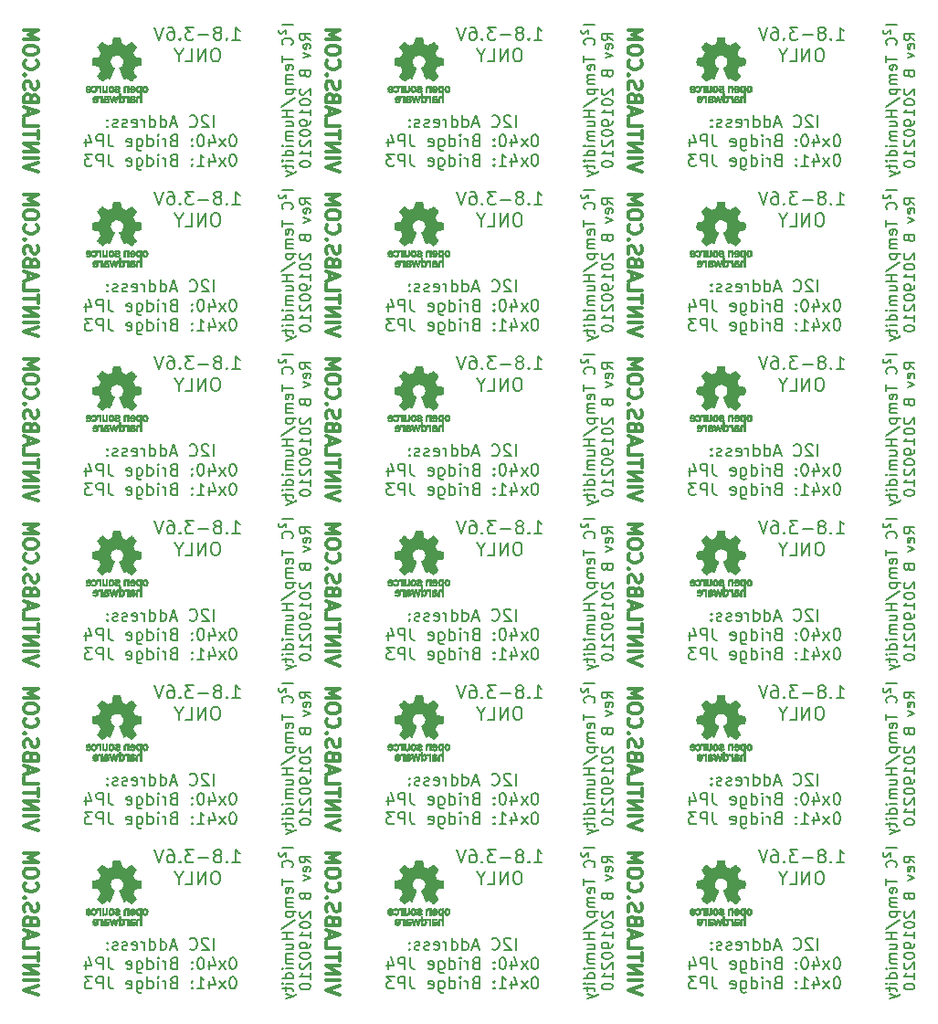
<source format=gbr>
G04 #@! TF.GenerationSoftware,KiCad,Pcbnew,5.0.1*
G04 #@! TF.CreationDate,2019-02-10T16:30:13-05:00*
G04 #@! TF.ProjectId,RevB-Panel,526576422D50616E656C2E6B69636164,rev?*
G04 #@! TF.SameCoordinates,Original*
G04 #@! TF.FileFunction,Legend,Bot*
G04 #@! TF.FilePolarity,Positive*
%FSLAX46Y46*%
G04 Gerber Fmt 4.6, Leading zero omitted, Abs format (unit mm)*
G04 Created by KiCad (PCBNEW 5.0.1) date Sun 10 Feb 2019 04:30:13 PM EST*
%MOMM*%
%LPD*%
G01*
G04 APERTURE LIST*
%ADD10C,0.200000*%
%ADD11C,0.300000*%
%ADD12C,0.150000*%
%ADD13C,0.010000*%
G04 APERTURE END LIST*
D10*
X169200000Y-63292857D02*
X169885714Y-63292857D01*
X169542857Y-63292857D02*
X169542857Y-62092857D01*
X169657142Y-62264285D01*
X169771428Y-62378571D01*
X169885714Y-62435714D01*
X168685714Y-63178571D02*
X168628571Y-63235714D01*
X168685714Y-63292857D01*
X168742857Y-63235714D01*
X168685714Y-63178571D01*
X168685714Y-63292857D01*
X167942857Y-62607142D02*
X168057142Y-62550000D01*
X168114285Y-62492857D01*
X168171428Y-62378571D01*
X168171428Y-62321428D01*
X168114285Y-62207142D01*
X168057142Y-62150000D01*
X167942857Y-62092857D01*
X167714285Y-62092857D01*
X167600000Y-62150000D01*
X167542857Y-62207142D01*
X167485714Y-62321428D01*
X167485714Y-62378571D01*
X167542857Y-62492857D01*
X167600000Y-62550000D01*
X167714285Y-62607142D01*
X167942857Y-62607142D01*
X168057142Y-62664285D01*
X168114285Y-62721428D01*
X168171428Y-62835714D01*
X168171428Y-63064285D01*
X168114285Y-63178571D01*
X168057142Y-63235714D01*
X167942857Y-63292857D01*
X167714285Y-63292857D01*
X167600000Y-63235714D01*
X167542857Y-63178571D01*
X167485714Y-63064285D01*
X167485714Y-62835714D01*
X167542857Y-62721428D01*
X167600000Y-62664285D01*
X167714285Y-62607142D01*
X166971428Y-62835714D02*
X166057142Y-62835714D01*
X165600000Y-62092857D02*
X164857142Y-62092857D01*
X165257142Y-62550000D01*
X165085714Y-62550000D01*
X164971428Y-62607142D01*
X164914285Y-62664285D01*
X164857142Y-62778571D01*
X164857142Y-63064285D01*
X164914285Y-63178571D01*
X164971428Y-63235714D01*
X165085714Y-63292857D01*
X165428571Y-63292857D01*
X165542857Y-63235714D01*
X165600000Y-63178571D01*
X164342857Y-63178571D02*
X164285714Y-63235714D01*
X164342857Y-63292857D01*
X164400000Y-63235714D01*
X164342857Y-63178571D01*
X164342857Y-63292857D01*
X163257142Y-62092857D02*
X163485714Y-62092857D01*
X163600000Y-62150000D01*
X163657142Y-62207142D01*
X163771428Y-62378571D01*
X163828571Y-62607142D01*
X163828571Y-63064285D01*
X163771428Y-63178571D01*
X163714285Y-63235714D01*
X163600000Y-63292857D01*
X163371428Y-63292857D01*
X163257142Y-63235714D01*
X163200000Y-63178571D01*
X163142857Y-63064285D01*
X163142857Y-62778571D01*
X163200000Y-62664285D01*
X163257142Y-62607142D01*
X163371428Y-62550000D01*
X163600000Y-62550000D01*
X163714285Y-62607142D01*
X163771428Y-62664285D01*
X163828571Y-62778571D01*
X162800000Y-62092857D02*
X162400000Y-63292857D01*
X162000000Y-62092857D01*
X167742857Y-64092857D02*
X167514285Y-64092857D01*
X167400000Y-64150000D01*
X167285714Y-64264285D01*
X167228571Y-64492857D01*
X167228571Y-64892857D01*
X167285714Y-65121428D01*
X167400000Y-65235714D01*
X167514285Y-65292857D01*
X167742857Y-65292857D01*
X167857142Y-65235714D01*
X167971428Y-65121428D01*
X168028571Y-64892857D01*
X168028571Y-64492857D01*
X167971428Y-64264285D01*
X167857142Y-64150000D01*
X167742857Y-64092857D01*
X166714285Y-65292857D02*
X166714285Y-64092857D01*
X166028571Y-65292857D01*
X166028571Y-64092857D01*
X164885714Y-65292857D02*
X165457142Y-65292857D01*
X165457142Y-64092857D01*
X164257142Y-64721428D02*
X164257142Y-65292857D01*
X164657142Y-64092857D02*
X164257142Y-64721428D01*
X163857142Y-64092857D01*
D11*
X151178904Y-75514761D02*
X149878904Y-75081428D01*
X151178904Y-74648095D01*
X149878904Y-74214761D02*
X151178904Y-74214761D01*
X149878904Y-73595714D02*
X151178904Y-73595714D01*
X149878904Y-72852857D01*
X151178904Y-72852857D01*
X151178904Y-72419523D02*
X151178904Y-71676666D01*
X149878904Y-72048095D02*
X151178904Y-72048095D01*
X149878904Y-70624285D02*
X149878904Y-71243333D01*
X151178904Y-71243333D01*
X150250333Y-70252857D02*
X150250333Y-69633809D01*
X149878904Y-70376666D02*
X151178904Y-69943333D01*
X149878904Y-69510000D01*
X150559857Y-68643333D02*
X150497952Y-68457619D01*
X150436047Y-68395714D01*
X150312238Y-68333809D01*
X150126523Y-68333809D01*
X150002714Y-68395714D01*
X149940809Y-68457619D01*
X149878904Y-68581428D01*
X149878904Y-69076666D01*
X151178904Y-69076666D01*
X151178904Y-68643333D01*
X151117000Y-68519523D01*
X151055095Y-68457619D01*
X150931285Y-68395714D01*
X150807476Y-68395714D01*
X150683666Y-68457619D01*
X150621761Y-68519523D01*
X150559857Y-68643333D01*
X150559857Y-69076666D01*
X149940809Y-67838571D02*
X149878904Y-67652857D01*
X149878904Y-67343333D01*
X149940809Y-67219523D01*
X150002714Y-67157619D01*
X150126523Y-67095714D01*
X150250333Y-67095714D01*
X150374142Y-67157619D01*
X150436047Y-67219523D01*
X150497952Y-67343333D01*
X150559857Y-67590952D01*
X150621761Y-67714761D01*
X150683666Y-67776666D01*
X150807476Y-67838571D01*
X150931285Y-67838571D01*
X151055095Y-67776666D01*
X151117000Y-67714761D01*
X151178904Y-67590952D01*
X151178904Y-67281428D01*
X151117000Y-67095714D01*
X150002714Y-66538571D02*
X149940809Y-66476666D01*
X149878904Y-66538571D01*
X149940809Y-66600476D01*
X150002714Y-66538571D01*
X149878904Y-66538571D01*
X150002714Y-65176666D02*
X149940809Y-65238571D01*
X149878904Y-65424285D01*
X149878904Y-65548095D01*
X149940809Y-65733809D01*
X150064619Y-65857619D01*
X150188428Y-65919523D01*
X150436047Y-65981428D01*
X150621761Y-65981428D01*
X150869380Y-65919523D01*
X150993190Y-65857619D01*
X151117000Y-65733809D01*
X151178904Y-65548095D01*
X151178904Y-65424285D01*
X151117000Y-65238571D01*
X151055095Y-65176666D01*
X151178904Y-64371904D02*
X151178904Y-64124285D01*
X151117000Y-64000476D01*
X150993190Y-63876666D01*
X150745571Y-63814761D01*
X150312238Y-63814761D01*
X150064619Y-63876666D01*
X149940809Y-64000476D01*
X149878904Y-64124285D01*
X149878904Y-64371904D01*
X149940809Y-64495714D01*
X150064619Y-64619523D01*
X150312238Y-64681428D01*
X150745571Y-64681428D01*
X150993190Y-64619523D01*
X151117000Y-64495714D01*
X151178904Y-64371904D01*
X149878904Y-63257619D02*
X151178904Y-63257619D01*
X150250333Y-62824285D01*
X151178904Y-62390952D01*
X149878904Y-62390952D01*
D12*
X167455809Y-71367619D02*
X167455809Y-70267619D01*
X166984380Y-70372380D02*
X166932000Y-70320000D01*
X166827238Y-70267619D01*
X166565333Y-70267619D01*
X166460571Y-70320000D01*
X166408190Y-70372380D01*
X166355809Y-70477142D01*
X166355809Y-70581904D01*
X166408190Y-70739047D01*
X167036761Y-71367619D01*
X166355809Y-71367619D01*
X165255809Y-71262857D02*
X165308190Y-71315238D01*
X165465333Y-71367619D01*
X165570095Y-71367619D01*
X165727238Y-71315238D01*
X165832000Y-71210476D01*
X165884380Y-71105714D01*
X165936761Y-70896190D01*
X165936761Y-70739047D01*
X165884380Y-70529523D01*
X165832000Y-70424761D01*
X165727238Y-70320000D01*
X165570095Y-70267619D01*
X165465333Y-70267619D01*
X165308190Y-70320000D01*
X165255809Y-70372380D01*
X163998666Y-71053333D02*
X163474857Y-71053333D01*
X164103428Y-71367619D02*
X163736761Y-70267619D01*
X163370095Y-71367619D01*
X162532000Y-71367619D02*
X162532000Y-70267619D01*
X162532000Y-71315238D02*
X162636761Y-71367619D01*
X162846285Y-71367619D01*
X162951047Y-71315238D01*
X163003428Y-71262857D01*
X163055809Y-71158095D01*
X163055809Y-70843809D01*
X163003428Y-70739047D01*
X162951047Y-70686666D01*
X162846285Y-70634285D01*
X162636761Y-70634285D01*
X162532000Y-70686666D01*
X161536761Y-71367619D02*
X161536761Y-70267619D01*
X161536761Y-71315238D02*
X161641523Y-71367619D01*
X161851047Y-71367619D01*
X161955809Y-71315238D01*
X162008190Y-71262857D01*
X162060571Y-71158095D01*
X162060571Y-70843809D01*
X162008190Y-70739047D01*
X161955809Y-70686666D01*
X161851047Y-70634285D01*
X161641523Y-70634285D01*
X161536761Y-70686666D01*
X161012952Y-71367619D02*
X161012952Y-70634285D01*
X161012952Y-70843809D02*
X160960571Y-70739047D01*
X160908190Y-70686666D01*
X160803428Y-70634285D01*
X160698666Y-70634285D01*
X159912952Y-71315238D02*
X160017714Y-71367619D01*
X160227238Y-71367619D01*
X160332000Y-71315238D01*
X160384380Y-71210476D01*
X160384380Y-70791428D01*
X160332000Y-70686666D01*
X160227238Y-70634285D01*
X160017714Y-70634285D01*
X159912952Y-70686666D01*
X159860571Y-70791428D01*
X159860571Y-70896190D01*
X160384380Y-71000952D01*
X159441523Y-71315238D02*
X159336761Y-71367619D01*
X159127238Y-71367619D01*
X159022476Y-71315238D01*
X158970095Y-71210476D01*
X158970095Y-71158095D01*
X159022476Y-71053333D01*
X159127238Y-71000952D01*
X159284380Y-71000952D01*
X159389142Y-70948571D01*
X159441523Y-70843809D01*
X159441523Y-70791428D01*
X159389142Y-70686666D01*
X159284380Y-70634285D01*
X159127238Y-70634285D01*
X159022476Y-70686666D01*
X158551047Y-71315238D02*
X158446285Y-71367619D01*
X158236761Y-71367619D01*
X158132000Y-71315238D01*
X158079619Y-71210476D01*
X158079619Y-71158095D01*
X158132000Y-71053333D01*
X158236761Y-71000952D01*
X158393904Y-71000952D01*
X158498666Y-70948571D01*
X158551047Y-70843809D01*
X158551047Y-70791428D01*
X158498666Y-70686666D01*
X158393904Y-70634285D01*
X158236761Y-70634285D01*
X158132000Y-70686666D01*
X157608190Y-71262857D02*
X157555809Y-71315238D01*
X157608190Y-71367619D01*
X157660571Y-71315238D01*
X157608190Y-71262857D01*
X157608190Y-71367619D01*
X157608190Y-70686666D02*
X157555809Y-70739047D01*
X157608190Y-70791428D01*
X157660571Y-70739047D01*
X157608190Y-70686666D01*
X157608190Y-70791428D01*
X169289142Y-72067619D02*
X169184380Y-72067619D01*
X169079619Y-72120000D01*
X169027238Y-72172380D01*
X168974857Y-72277142D01*
X168922476Y-72486666D01*
X168922476Y-72748571D01*
X168974857Y-72958095D01*
X169027238Y-73062857D01*
X169079619Y-73115238D01*
X169184380Y-73167619D01*
X169289142Y-73167619D01*
X169393904Y-73115238D01*
X169446285Y-73062857D01*
X169498666Y-72958095D01*
X169551047Y-72748571D01*
X169551047Y-72486666D01*
X169498666Y-72277142D01*
X169446285Y-72172380D01*
X169393904Y-72120000D01*
X169289142Y-72067619D01*
X168555809Y-73167619D02*
X167979619Y-72434285D01*
X168555809Y-72434285D02*
X167979619Y-73167619D01*
X167089142Y-72434285D02*
X167089142Y-73167619D01*
X167351047Y-72015238D02*
X167612952Y-72800952D01*
X166932000Y-72800952D01*
X166303428Y-72067619D02*
X166198666Y-72067619D01*
X166093904Y-72120000D01*
X166041523Y-72172380D01*
X165989142Y-72277142D01*
X165936761Y-72486666D01*
X165936761Y-72748571D01*
X165989142Y-72958095D01*
X166041523Y-73062857D01*
X166093904Y-73115238D01*
X166198666Y-73167619D01*
X166303428Y-73167619D01*
X166408190Y-73115238D01*
X166460571Y-73062857D01*
X166512952Y-72958095D01*
X166565333Y-72748571D01*
X166565333Y-72486666D01*
X166512952Y-72277142D01*
X166460571Y-72172380D01*
X166408190Y-72120000D01*
X166303428Y-72067619D01*
X165465333Y-73062857D02*
X165412952Y-73115238D01*
X165465333Y-73167619D01*
X165517714Y-73115238D01*
X165465333Y-73062857D01*
X165465333Y-73167619D01*
X165465333Y-72486666D02*
X165412952Y-72539047D01*
X165465333Y-72591428D01*
X165517714Y-72539047D01*
X165465333Y-72486666D01*
X165465333Y-72591428D01*
X163736761Y-72591428D02*
X163579619Y-72643809D01*
X163527238Y-72696190D01*
X163474857Y-72800952D01*
X163474857Y-72958095D01*
X163527238Y-73062857D01*
X163579619Y-73115238D01*
X163684380Y-73167619D01*
X164103428Y-73167619D01*
X164103428Y-72067619D01*
X163736761Y-72067619D01*
X163632000Y-72120000D01*
X163579619Y-72172380D01*
X163527238Y-72277142D01*
X163527238Y-72381904D01*
X163579619Y-72486666D01*
X163632000Y-72539047D01*
X163736761Y-72591428D01*
X164103428Y-72591428D01*
X163003428Y-73167619D02*
X163003428Y-72434285D01*
X163003428Y-72643809D02*
X162951047Y-72539047D01*
X162898666Y-72486666D01*
X162793904Y-72434285D01*
X162689142Y-72434285D01*
X162322476Y-73167619D02*
X162322476Y-72434285D01*
X162322476Y-72067619D02*
X162374857Y-72120000D01*
X162322476Y-72172380D01*
X162270095Y-72120000D01*
X162322476Y-72067619D01*
X162322476Y-72172380D01*
X161327238Y-73167619D02*
X161327238Y-72067619D01*
X161327238Y-73115238D02*
X161432000Y-73167619D01*
X161641523Y-73167619D01*
X161746285Y-73115238D01*
X161798666Y-73062857D01*
X161851047Y-72958095D01*
X161851047Y-72643809D01*
X161798666Y-72539047D01*
X161746285Y-72486666D01*
X161641523Y-72434285D01*
X161432000Y-72434285D01*
X161327238Y-72486666D01*
X160332000Y-72434285D02*
X160332000Y-73324761D01*
X160384380Y-73429523D01*
X160436761Y-73481904D01*
X160541523Y-73534285D01*
X160698666Y-73534285D01*
X160803428Y-73481904D01*
X160332000Y-73115238D02*
X160436761Y-73167619D01*
X160646285Y-73167619D01*
X160751047Y-73115238D01*
X160803428Y-73062857D01*
X160855809Y-72958095D01*
X160855809Y-72643809D01*
X160803428Y-72539047D01*
X160751047Y-72486666D01*
X160646285Y-72434285D01*
X160436761Y-72434285D01*
X160332000Y-72486666D01*
X159389142Y-73115238D02*
X159493904Y-73167619D01*
X159703428Y-73167619D01*
X159808190Y-73115238D01*
X159860571Y-73010476D01*
X159860571Y-72591428D01*
X159808190Y-72486666D01*
X159703428Y-72434285D01*
X159493904Y-72434285D01*
X159389142Y-72486666D01*
X159336761Y-72591428D01*
X159336761Y-72696190D01*
X159860571Y-72800952D01*
X157712952Y-72067619D02*
X157712952Y-72853333D01*
X157765333Y-73010476D01*
X157870095Y-73115238D01*
X158027238Y-73167619D01*
X158132000Y-73167619D01*
X157189142Y-73167619D02*
X157189142Y-72067619D01*
X156770095Y-72067619D01*
X156665333Y-72120000D01*
X156612952Y-72172380D01*
X156560571Y-72277142D01*
X156560571Y-72434285D01*
X156612952Y-72539047D01*
X156665333Y-72591428D01*
X156770095Y-72643809D01*
X157189142Y-72643809D01*
X155617714Y-72434285D02*
X155617714Y-73167619D01*
X155879619Y-72015238D02*
X156141523Y-72800952D01*
X155460571Y-72800952D01*
X169289142Y-73867619D02*
X169184380Y-73867619D01*
X169079619Y-73920000D01*
X169027238Y-73972380D01*
X168974857Y-74077142D01*
X168922476Y-74286666D01*
X168922476Y-74548571D01*
X168974857Y-74758095D01*
X169027238Y-74862857D01*
X169079619Y-74915238D01*
X169184380Y-74967619D01*
X169289142Y-74967619D01*
X169393904Y-74915238D01*
X169446285Y-74862857D01*
X169498666Y-74758095D01*
X169551047Y-74548571D01*
X169551047Y-74286666D01*
X169498666Y-74077142D01*
X169446285Y-73972380D01*
X169393904Y-73920000D01*
X169289142Y-73867619D01*
X168555809Y-74967619D02*
X167979619Y-74234285D01*
X168555809Y-74234285D02*
X167979619Y-74967619D01*
X167089142Y-74234285D02*
X167089142Y-74967619D01*
X167351047Y-73815238D02*
X167612952Y-74600952D01*
X166932000Y-74600952D01*
X165936761Y-74967619D02*
X166565333Y-74967619D01*
X166251047Y-74967619D02*
X166251047Y-73867619D01*
X166355809Y-74024761D01*
X166460571Y-74129523D01*
X166565333Y-74181904D01*
X165465333Y-74862857D02*
X165412952Y-74915238D01*
X165465333Y-74967619D01*
X165517714Y-74915238D01*
X165465333Y-74862857D01*
X165465333Y-74967619D01*
X165465333Y-74286666D02*
X165412952Y-74339047D01*
X165465333Y-74391428D01*
X165517714Y-74339047D01*
X165465333Y-74286666D01*
X165465333Y-74391428D01*
X163736761Y-74391428D02*
X163579619Y-74443809D01*
X163527238Y-74496190D01*
X163474857Y-74600952D01*
X163474857Y-74758095D01*
X163527238Y-74862857D01*
X163579619Y-74915238D01*
X163684380Y-74967619D01*
X164103428Y-74967619D01*
X164103428Y-73867619D01*
X163736761Y-73867619D01*
X163632000Y-73920000D01*
X163579619Y-73972380D01*
X163527238Y-74077142D01*
X163527238Y-74181904D01*
X163579619Y-74286666D01*
X163632000Y-74339047D01*
X163736761Y-74391428D01*
X164103428Y-74391428D01*
X163003428Y-74967619D02*
X163003428Y-74234285D01*
X163003428Y-74443809D02*
X162951047Y-74339047D01*
X162898666Y-74286666D01*
X162793904Y-74234285D01*
X162689142Y-74234285D01*
X162322476Y-74967619D02*
X162322476Y-74234285D01*
X162322476Y-73867619D02*
X162374857Y-73920000D01*
X162322476Y-73972380D01*
X162270095Y-73920000D01*
X162322476Y-73867619D01*
X162322476Y-73972380D01*
X161327238Y-74967619D02*
X161327238Y-73867619D01*
X161327238Y-74915238D02*
X161432000Y-74967619D01*
X161641523Y-74967619D01*
X161746285Y-74915238D01*
X161798666Y-74862857D01*
X161851047Y-74758095D01*
X161851047Y-74443809D01*
X161798666Y-74339047D01*
X161746285Y-74286666D01*
X161641523Y-74234285D01*
X161432000Y-74234285D01*
X161327238Y-74286666D01*
X160332000Y-74234285D02*
X160332000Y-75124761D01*
X160384380Y-75229523D01*
X160436761Y-75281904D01*
X160541523Y-75334285D01*
X160698666Y-75334285D01*
X160803428Y-75281904D01*
X160332000Y-74915238D02*
X160436761Y-74967619D01*
X160646285Y-74967619D01*
X160751047Y-74915238D01*
X160803428Y-74862857D01*
X160855809Y-74758095D01*
X160855809Y-74443809D01*
X160803428Y-74339047D01*
X160751047Y-74286666D01*
X160646285Y-74234285D01*
X160436761Y-74234285D01*
X160332000Y-74286666D01*
X159389142Y-74915238D02*
X159493904Y-74967619D01*
X159703428Y-74967619D01*
X159808190Y-74915238D01*
X159860571Y-74810476D01*
X159860571Y-74391428D01*
X159808190Y-74286666D01*
X159703428Y-74234285D01*
X159493904Y-74234285D01*
X159389142Y-74286666D01*
X159336761Y-74391428D01*
X159336761Y-74496190D01*
X159860571Y-74600952D01*
X157712952Y-73867619D02*
X157712952Y-74653333D01*
X157765333Y-74810476D01*
X157870095Y-74915238D01*
X158027238Y-74967619D01*
X158132000Y-74967619D01*
X157189142Y-74967619D02*
X157189142Y-73867619D01*
X156770095Y-73867619D01*
X156665333Y-73920000D01*
X156612952Y-73972380D01*
X156560571Y-74077142D01*
X156560571Y-74234285D01*
X156612952Y-74339047D01*
X156665333Y-74391428D01*
X156770095Y-74443809D01*
X157189142Y-74443809D01*
X156193904Y-73867619D02*
X155512952Y-73867619D01*
X155879619Y-74286666D01*
X155722476Y-74286666D01*
X155617714Y-74339047D01*
X155565333Y-74391428D01*
X155512952Y-74496190D01*
X155512952Y-74758095D01*
X155565333Y-74862857D01*
X155617714Y-74915238D01*
X155722476Y-74967619D01*
X156036761Y-74967619D01*
X156141523Y-74915238D01*
X156193904Y-74862857D01*
X174796380Y-61907619D02*
X173796380Y-61907619D01*
X173558285Y-62336190D02*
X173510666Y-62431428D01*
X173510666Y-62574285D01*
X173558285Y-62669523D01*
X173653523Y-62717142D01*
X173748761Y-62717142D01*
X173844000Y-62669523D01*
X174177333Y-62336190D01*
X174177333Y-62717142D01*
X174701142Y-63717142D02*
X174748761Y-63669523D01*
X174796380Y-63526666D01*
X174796380Y-63431428D01*
X174748761Y-63288571D01*
X174653523Y-63193333D01*
X174558285Y-63145714D01*
X174367809Y-63098095D01*
X174224952Y-63098095D01*
X174034476Y-63145714D01*
X173939238Y-63193333D01*
X173844000Y-63288571D01*
X173796380Y-63431428D01*
X173796380Y-63526666D01*
X173844000Y-63669523D01*
X173891619Y-63717142D01*
X173796380Y-64764761D02*
X173796380Y-65336190D01*
X174796380Y-65050476D02*
X173796380Y-65050476D01*
X174748761Y-66050476D02*
X174796380Y-65955238D01*
X174796380Y-65764761D01*
X174748761Y-65669523D01*
X174653523Y-65621904D01*
X174272571Y-65621904D01*
X174177333Y-65669523D01*
X174129714Y-65764761D01*
X174129714Y-65955238D01*
X174177333Y-66050476D01*
X174272571Y-66098095D01*
X174367809Y-66098095D01*
X174463047Y-65621904D01*
X174796380Y-66526666D02*
X174129714Y-66526666D01*
X174224952Y-66526666D02*
X174177333Y-66574285D01*
X174129714Y-66669523D01*
X174129714Y-66812380D01*
X174177333Y-66907619D01*
X174272571Y-66955238D01*
X174796380Y-66955238D01*
X174272571Y-66955238D02*
X174177333Y-67002857D01*
X174129714Y-67098095D01*
X174129714Y-67240952D01*
X174177333Y-67336190D01*
X174272571Y-67383809D01*
X174796380Y-67383809D01*
X174129714Y-67860000D02*
X175129714Y-67860000D01*
X174177333Y-67860000D02*
X174129714Y-67955238D01*
X174129714Y-68145714D01*
X174177333Y-68240952D01*
X174224952Y-68288571D01*
X174320190Y-68336190D01*
X174605904Y-68336190D01*
X174701142Y-68288571D01*
X174748761Y-68240952D01*
X174796380Y-68145714D01*
X174796380Y-67955238D01*
X174748761Y-67860000D01*
X173748761Y-69479047D02*
X175034476Y-68621904D01*
X174796380Y-69812380D02*
X173796380Y-69812380D01*
X174272571Y-69812380D02*
X174272571Y-70383809D01*
X174796380Y-70383809D02*
X173796380Y-70383809D01*
X174129714Y-71288571D02*
X174796380Y-71288571D01*
X174129714Y-70860000D02*
X174653523Y-70860000D01*
X174748761Y-70907619D01*
X174796380Y-71002857D01*
X174796380Y-71145714D01*
X174748761Y-71240952D01*
X174701142Y-71288571D01*
X174796380Y-71764761D02*
X174129714Y-71764761D01*
X174224952Y-71764761D02*
X174177333Y-71812380D01*
X174129714Y-71907619D01*
X174129714Y-72050476D01*
X174177333Y-72145714D01*
X174272571Y-72193333D01*
X174796380Y-72193333D01*
X174272571Y-72193333D02*
X174177333Y-72240952D01*
X174129714Y-72336190D01*
X174129714Y-72479047D01*
X174177333Y-72574285D01*
X174272571Y-72621904D01*
X174796380Y-72621904D01*
X174796380Y-73098095D02*
X174129714Y-73098095D01*
X173796380Y-73098095D02*
X173844000Y-73050476D01*
X173891619Y-73098095D01*
X173844000Y-73145714D01*
X173796380Y-73098095D01*
X173891619Y-73098095D01*
X174796380Y-74002857D02*
X173796380Y-74002857D01*
X174748761Y-74002857D02*
X174796380Y-73907619D01*
X174796380Y-73717142D01*
X174748761Y-73621904D01*
X174701142Y-73574285D01*
X174605904Y-73526666D01*
X174320190Y-73526666D01*
X174224952Y-73574285D01*
X174177333Y-73621904D01*
X174129714Y-73717142D01*
X174129714Y-73907619D01*
X174177333Y-74002857D01*
X174796380Y-74479047D02*
X174129714Y-74479047D01*
X173796380Y-74479047D02*
X173844000Y-74431428D01*
X173891619Y-74479047D01*
X173844000Y-74526666D01*
X173796380Y-74479047D01*
X173891619Y-74479047D01*
X174129714Y-74812380D02*
X174129714Y-75193333D01*
X173796380Y-74955238D02*
X174653523Y-74955238D01*
X174748761Y-75002857D01*
X174796380Y-75098095D01*
X174796380Y-75193333D01*
X174129714Y-75431428D02*
X174796380Y-75669523D01*
X174129714Y-75907619D02*
X174796380Y-75669523D01*
X175034476Y-75574285D01*
X175082095Y-75526666D01*
X175129714Y-75431428D01*
X176446380Y-63288571D02*
X175970190Y-62955238D01*
X176446380Y-62717142D02*
X175446380Y-62717142D01*
X175446380Y-63098095D01*
X175494000Y-63193333D01*
X175541619Y-63240952D01*
X175636857Y-63288571D01*
X175779714Y-63288571D01*
X175874952Y-63240952D01*
X175922571Y-63193333D01*
X175970190Y-63098095D01*
X175970190Y-62717142D01*
X176398761Y-64098095D02*
X176446380Y-64002857D01*
X176446380Y-63812380D01*
X176398761Y-63717142D01*
X176303523Y-63669523D01*
X175922571Y-63669523D01*
X175827333Y-63717142D01*
X175779714Y-63812380D01*
X175779714Y-64002857D01*
X175827333Y-64098095D01*
X175922571Y-64145714D01*
X176017809Y-64145714D01*
X176113047Y-63669523D01*
X175779714Y-64479047D02*
X176446380Y-64717142D01*
X175779714Y-64955238D01*
X175922571Y-66431428D02*
X175970190Y-66574285D01*
X176017809Y-66621904D01*
X176113047Y-66669523D01*
X176255904Y-66669523D01*
X176351142Y-66621904D01*
X176398761Y-66574285D01*
X176446380Y-66479047D01*
X176446380Y-66098095D01*
X175446380Y-66098095D01*
X175446380Y-66431428D01*
X175494000Y-66526666D01*
X175541619Y-66574285D01*
X175636857Y-66621904D01*
X175732095Y-66621904D01*
X175827333Y-66574285D01*
X175874952Y-66526666D01*
X175922571Y-66431428D01*
X175922571Y-66098095D01*
X175541619Y-67812380D02*
X175494000Y-67860000D01*
X175446380Y-67955238D01*
X175446380Y-68193333D01*
X175494000Y-68288571D01*
X175541619Y-68336190D01*
X175636857Y-68383809D01*
X175732095Y-68383809D01*
X175874952Y-68336190D01*
X176446380Y-67764761D01*
X176446380Y-68383809D01*
X175446380Y-69002857D02*
X175446380Y-69098095D01*
X175494000Y-69193333D01*
X175541619Y-69240952D01*
X175636857Y-69288571D01*
X175827333Y-69336190D01*
X176065428Y-69336190D01*
X176255904Y-69288571D01*
X176351142Y-69240952D01*
X176398761Y-69193333D01*
X176446380Y-69098095D01*
X176446380Y-69002857D01*
X176398761Y-68907619D01*
X176351142Y-68860000D01*
X176255904Y-68812380D01*
X176065428Y-68764761D01*
X175827333Y-68764761D01*
X175636857Y-68812380D01*
X175541619Y-68860000D01*
X175494000Y-68907619D01*
X175446380Y-69002857D01*
X176446380Y-70288571D02*
X176446380Y-69717142D01*
X176446380Y-70002857D02*
X175446380Y-70002857D01*
X175589238Y-69907619D01*
X175684476Y-69812380D01*
X175732095Y-69717142D01*
X176446380Y-70764761D02*
X176446380Y-70955238D01*
X176398761Y-71050476D01*
X176351142Y-71098095D01*
X176208285Y-71193333D01*
X176017809Y-71240952D01*
X175636857Y-71240952D01*
X175541619Y-71193333D01*
X175494000Y-71145714D01*
X175446380Y-71050476D01*
X175446380Y-70860000D01*
X175494000Y-70764761D01*
X175541619Y-70717142D01*
X175636857Y-70669523D01*
X175874952Y-70669523D01*
X175970190Y-70717142D01*
X176017809Y-70764761D01*
X176065428Y-70860000D01*
X176065428Y-71050476D01*
X176017809Y-71145714D01*
X175970190Y-71193333D01*
X175874952Y-71240952D01*
X175446380Y-71860000D02*
X175446380Y-71955238D01*
X175494000Y-72050476D01*
X175541619Y-72098095D01*
X175636857Y-72145714D01*
X175827333Y-72193333D01*
X176065428Y-72193333D01*
X176255904Y-72145714D01*
X176351142Y-72098095D01*
X176398761Y-72050476D01*
X176446380Y-71955238D01*
X176446380Y-71860000D01*
X176398761Y-71764761D01*
X176351142Y-71717142D01*
X176255904Y-71669523D01*
X176065428Y-71621904D01*
X175827333Y-71621904D01*
X175636857Y-71669523D01*
X175541619Y-71717142D01*
X175494000Y-71764761D01*
X175446380Y-71860000D01*
X175541619Y-72574285D02*
X175494000Y-72621904D01*
X175446380Y-72717142D01*
X175446380Y-72955238D01*
X175494000Y-73050476D01*
X175541619Y-73098095D01*
X175636857Y-73145714D01*
X175732095Y-73145714D01*
X175874952Y-73098095D01*
X176446380Y-72526666D01*
X176446380Y-73145714D01*
X176446380Y-74098095D02*
X176446380Y-73526666D01*
X176446380Y-73812380D02*
X175446380Y-73812380D01*
X175589238Y-73717142D01*
X175684476Y-73621904D01*
X175732095Y-73526666D01*
X175446380Y-74717142D02*
X175446380Y-74812380D01*
X175494000Y-74907619D01*
X175541619Y-74955238D01*
X175636857Y-75002857D01*
X175827333Y-75050476D01*
X176065428Y-75050476D01*
X176255904Y-75002857D01*
X176351142Y-74955238D01*
X176398761Y-74907619D01*
X176446380Y-74812380D01*
X176446380Y-74717142D01*
X176398761Y-74621904D01*
X176351142Y-74574285D01*
X176255904Y-74526666D01*
X176065428Y-74479047D01*
X175827333Y-74479047D01*
X175636857Y-74526666D01*
X175541619Y-74574285D01*
X175494000Y-74621904D01*
X175446380Y-74717142D01*
D10*
X169200000Y-78542857D02*
X169885714Y-78542857D01*
X169542857Y-78542857D02*
X169542857Y-77342857D01*
X169657142Y-77514285D01*
X169771428Y-77628571D01*
X169885714Y-77685714D01*
X168685714Y-78428571D02*
X168628571Y-78485714D01*
X168685714Y-78542857D01*
X168742857Y-78485714D01*
X168685714Y-78428571D01*
X168685714Y-78542857D01*
X167942857Y-77857142D02*
X168057142Y-77800000D01*
X168114285Y-77742857D01*
X168171428Y-77628571D01*
X168171428Y-77571428D01*
X168114285Y-77457142D01*
X168057142Y-77400000D01*
X167942857Y-77342857D01*
X167714285Y-77342857D01*
X167600000Y-77400000D01*
X167542857Y-77457142D01*
X167485714Y-77571428D01*
X167485714Y-77628571D01*
X167542857Y-77742857D01*
X167600000Y-77800000D01*
X167714285Y-77857142D01*
X167942857Y-77857142D01*
X168057142Y-77914285D01*
X168114285Y-77971428D01*
X168171428Y-78085714D01*
X168171428Y-78314285D01*
X168114285Y-78428571D01*
X168057142Y-78485714D01*
X167942857Y-78542857D01*
X167714285Y-78542857D01*
X167600000Y-78485714D01*
X167542857Y-78428571D01*
X167485714Y-78314285D01*
X167485714Y-78085714D01*
X167542857Y-77971428D01*
X167600000Y-77914285D01*
X167714285Y-77857142D01*
X166971428Y-78085714D02*
X166057142Y-78085714D01*
X165600000Y-77342857D02*
X164857142Y-77342857D01*
X165257142Y-77800000D01*
X165085714Y-77800000D01*
X164971428Y-77857142D01*
X164914285Y-77914285D01*
X164857142Y-78028571D01*
X164857142Y-78314285D01*
X164914285Y-78428571D01*
X164971428Y-78485714D01*
X165085714Y-78542857D01*
X165428571Y-78542857D01*
X165542857Y-78485714D01*
X165600000Y-78428571D01*
X164342857Y-78428571D02*
X164285714Y-78485714D01*
X164342857Y-78542857D01*
X164400000Y-78485714D01*
X164342857Y-78428571D01*
X164342857Y-78542857D01*
X163257142Y-77342857D02*
X163485714Y-77342857D01*
X163600000Y-77400000D01*
X163657142Y-77457142D01*
X163771428Y-77628571D01*
X163828571Y-77857142D01*
X163828571Y-78314285D01*
X163771428Y-78428571D01*
X163714285Y-78485714D01*
X163600000Y-78542857D01*
X163371428Y-78542857D01*
X163257142Y-78485714D01*
X163200000Y-78428571D01*
X163142857Y-78314285D01*
X163142857Y-78028571D01*
X163200000Y-77914285D01*
X163257142Y-77857142D01*
X163371428Y-77800000D01*
X163600000Y-77800000D01*
X163714285Y-77857142D01*
X163771428Y-77914285D01*
X163828571Y-78028571D01*
X162800000Y-77342857D02*
X162400000Y-78542857D01*
X162000000Y-77342857D01*
X167742857Y-79342857D02*
X167514285Y-79342857D01*
X167400000Y-79400000D01*
X167285714Y-79514285D01*
X167228571Y-79742857D01*
X167228571Y-80142857D01*
X167285714Y-80371428D01*
X167400000Y-80485714D01*
X167514285Y-80542857D01*
X167742857Y-80542857D01*
X167857142Y-80485714D01*
X167971428Y-80371428D01*
X168028571Y-80142857D01*
X168028571Y-79742857D01*
X167971428Y-79514285D01*
X167857142Y-79400000D01*
X167742857Y-79342857D01*
X166714285Y-80542857D02*
X166714285Y-79342857D01*
X166028571Y-80542857D01*
X166028571Y-79342857D01*
X164885714Y-80542857D02*
X165457142Y-80542857D01*
X165457142Y-79342857D01*
X164257142Y-79971428D02*
X164257142Y-80542857D01*
X164657142Y-79342857D02*
X164257142Y-79971428D01*
X163857142Y-79342857D01*
D11*
X151178904Y-90764761D02*
X149878904Y-90331428D01*
X151178904Y-89898095D01*
X149878904Y-89464761D02*
X151178904Y-89464761D01*
X149878904Y-88845714D02*
X151178904Y-88845714D01*
X149878904Y-88102857D01*
X151178904Y-88102857D01*
X151178904Y-87669523D02*
X151178904Y-86926666D01*
X149878904Y-87298095D02*
X151178904Y-87298095D01*
X149878904Y-85874285D02*
X149878904Y-86493333D01*
X151178904Y-86493333D01*
X150250333Y-85502857D02*
X150250333Y-84883809D01*
X149878904Y-85626666D02*
X151178904Y-85193333D01*
X149878904Y-84760000D01*
X150559857Y-83893333D02*
X150497952Y-83707619D01*
X150436047Y-83645714D01*
X150312238Y-83583809D01*
X150126523Y-83583809D01*
X150002714Y-83645714D01*
X149940809Y-83707619D01*
X149878904Y-83831428D01*
X149878904Y-84326666D01*
X151178904Y-84326666D01*
X151178904Y-83893333D01*
X151117000Y-83769523D01*
X151055095Y-83707619D01*
X150931285Y-83645714D01*
X150807476Y-83645714D01*
X150683666Y-83707619D01*
X150621761Y-83769523D01*
X150559857Y-83893333D01*
X150559857Y-84326666D01*
X149940809Y-83088571D02*
X149878904Y-82902857D01*
X149878904Y-82593333D01*
X149940809Y-82469523D01*
X150002714Y-82407619D01*
X150126523Y-82345714D01*
X150250333Y-82345714D01*
X150374142Y-82407619D01*
X150436047Y-82469523D01*
X150497952Y-82593333D01*
X150559857Y-82840952D01*
X150621761Y-82964761D01*
X150683666Y-83026666D01*
X150807476Y-83088571D01*
X150931285Y-83088571D01*
X151055095Y-83026666D01*
X151117000Y-82964761D01*
X151178904Y-82840952D01*
X151178904Y-82531428D01*
X151117000Y-82345714D01*
X150002714Y-81788571D02*
X149940809Y-81726666D01*
X149878904Y-81788571D01*
X149940809Y-81850476D01*
X150002714Y-81788571D01*
X149878904Y-81788571D01*
X150002714Y-80426666D02*
X149940809Y-80488571D01*
X149878904Y-80674285D01*
X149878904Y-80798095D01*
X149940809Y-80983809D01*
X150064619Y-81107619D01*
X150188428Y-81169523D01*
X150436047Y-81231428D01*
X150621761Y-81231428D01*
X150869380Y-81169523D01*
X150993190Y-81107619D01*
X151117000Y-80983809D01*
X151178904Y-80798095D01*
X151178904Y-80674285D01*
X151117000Y-80488571D01*
X151055095Y-80426666D01*
X151178904Y-79621904D02*
X151178904Y-79374285D01*
X151117000Y-79250476D01*
X150993190Y-79126666D01*
X150745571Y-79064761D01*
X150312238Y-79064761D01*
X150064619Y-79126666D01*
X149940809Y-79250476D01*
X149878904Y-79374285D01*
X149878904Y-79621904D01*
X149940809Y-79745714D01*
X150064619Y-79869523D01*
X150312238Y-79931428D01*
X150745571Y-79931428D01*
X150993190Y-79869523D01*
X151117000Y-79745714D01*
X151178904Y-79621904D01*
X149878904Y-78507619D02*
X151178904Y-78507619D01*
X150250333Y-78074285D01*
X151178904Y-77640952D01*
X149878904Y-77640952D01*
D12*
X167455809Y-86617619D02*
X167455809Y-85517619D01*
X166984380Y-85622380D02*
X166932000Y-85570000D01*
X166827238Y-85517619D01*
X166565333Y-85517619D01*
X166460571Y-85570000D01*
X166408190Y-85622380D01*
X166355809Y-85727142D01*
X166355809Y-85831904D01*
X166408190Y-85989047D01*
X167036761Y-86617619D01*
X166355809Y-86617619D01*
X165255809Y-86512857D02*
X165308190Y-86565238D01*
X165465333Y-86617619D01*
X165570095Y-86617619D01*
X165727238Y-86565238D01*
X165832000Y-86460476D01*
X165884380Y-86355714D01*
X165936761Y-86146190D01*
X165936761Y-85989047D01*
X165884380Y-85779523D01*
X165832000Y-85674761D01*
X165727238Y-85570000D01*
X165570095Y-85517619D01*
X165465333Y-85517619D01*
X165308190Y-85570000D01*
X165255809Y-85622380D01*
X163998666Y-86303333D02*
X163474857Y-86303333D01*
X164103428Y-86617619D02*
X163736761Y-85517619D01*
X163370095Y-86617619D01*
X162532000Y-86617619D02*
X162532000Y-85517619D01*
X162532000Y-86565238D02*
X162636761Y-86617619D01*
X162846285Y-86617619D01*
X162951047Y-86565238D01*
X163003428Y-86512857D01*
X163055809Y-86408095D01*
X163055809Y-86093809D01*
X163003428Y-85989047D01*
X162951047Y-85936666D01*
X162846285Y-85884285D01*
X162636761Y-85884285D01*
X162532000Y-85936666D01*
X161536761Y-86617619D02*
X161536761Y-85517619D01*
X161536761Y-86565238D02*
X161641523Y-86617619D01*
X161851047Y-86617619D01*
X161955809Y-86565238D01*
X162008190Y-86512857D01*
X162060571Y-86408095D01*
X162060571Y-86093809D01*
X162008190Y-85989047D01*
X161955809Y-85936666D01*
X161851047Y-85884285D01*
X161641523Y-85884285D01*
X161536761Y-85936666D01*
X161012952Y-86617619D02*
X161012952Y-85884285D01*
X161012952Y-86093809D02*
X160960571Y-85989047D01*
X160908190Y-85936666D01*
X160803428Y-85884285D01*
X160698666Y-85884285D01*
X159912952Y-86565238D02*
X160017714Y-86617619D01*
X160227238Y-86617619D01*
X160332000Y-86565238D01*
X160384380Y-86460476D01*
X160384380Y-86041428D01*
X160332000Y-85936666D01*
X160227238Y-85884285D01*
X160017714Y-85884285D01*
X159912952Y-85936666D01*
X159860571Y-86041428D01*
X159860571Y-86146190D01*
X160384380Y-86250952D01*
X159441523Y-86565238D02*
X159336761Y-86617619D01*
X159127238Y-86617619D01*
X159022476Y-86565238D01*
X158970095Y-86460476D01*
X158970095Y-86408095D01*
X159022476Y-86303333D01*
X159127238Y-86250952D01*
X159284380Y-86250952D01*
X159389142Y-86198571D01*
X159441523Y-86093809D01*
X159441523Y-86041428D01*
X159389142Y-85936666D01*
X159284380Y-85884285D01*
X159127238Y-85884285D01*
X159022476Y-85936666D01*
X158551047Y-86565238D02*
X158446285Y-86617619D01*
X158236761Y-86617619D01*
X158132000Y-86565238D01*
X158079619Y-86460476D01*
X158079619Y-86408095D01*
X158132000Y-86303333D01*
X158236761Y-86250952D01*
X158393904Y-86250952D01*
X158498666Y-86198571D01*
X158551047Y-86093809D01*
X158551047Y-86041428D01*
X158498666Y-85936666D01*
X158393904Y-85884285D01*
X158236761Y-85884285D01*
X158132000Y-85936666D01*
X157608190Y-86512857D02*
X157555809Y-86565238D01*
X157608190Y-86617619D01*
X157660571Y-86565238D01*
X157608190Y-86512857D01*
X157608190Y-86617619D01*
X157608190Y-85936666D02*
X157555809Y-85989047D01*
X157608190Y-86041428D01*
X157660571Y-85989047D01*
X157608190Y-85936666D01*
X157608190Y-86041428D01*
X169289142Y-87317619D02*
X169184380Y-87317619D01*
X169079619Y-87370000D01*
X169027238Y-87422380D01*
X168974857Y-87527142D01*
X168922476Y-87736666D01*
X168922476Y-87998571D01*
X168974857Y-88208095D01*
X169027238Y-88312857D01*
X169079619Y-88365238D01*
X169184380Y-88417619D01*
X169289142Y-88417619D01*
X169393904Y-88365238D01*
X169446285Y-88312857D01*
X169498666Y-88208095D01*
X169551047Y-87998571D01*
X169551047Y-87736666D01*
X169498666Y-87527142D01*
X169446285Y-87422380D01*
X169393904Y-87370000D01*
X169289142Y-87317619D01*
X168555809Y-88417619D02*
X167979619Y-87684285D01*
X168555809Y-87684285D02*
X167979619Y-88417619D01*
X167089142Y-87684285D02*
X167089142Y-88417619D01*
X167351047Y-87265238D02*
X167612952Y-88050952D01*
X166932000Y-88050952D01*
X166303428Y-87317619D02*
X166198666Y-87317619D01*
X166093904Y-87370000D01*
X166041523Y-87422380D01*
X165989142Y-87527142D01*
X165936761Y-87736666D01*
X165936761Y-87998571D01*
X165989142Y-88208095D01*
X166041523Y-88312857D01*
X166093904Y-88365238D01*
X166198666Y-88417619D01*
X166303428Y-88417619D01*
X166408190Y-88365238D01*
X166460571Y-88312857D01*
X166512952Y-88208095D01*
X166565333Y-87998571D01*
X166565333Y-87736666D01*
X166512952Y-87527142D01*
X166460571Y-87422380D01*
X166408190Y-87370000D01*
X166303428Y-87317619D01*
X165465333Y-88312857D02*
X165412952Y-88365238D01*
X165465333Y-88417619D01*
X165517714Y-88365238D01*
X165465333Y-88312857D01*
X165465333Y-88417619D01*
X165465333Y-87736666D02*
X165412952Y-87789047D01*
X165465333Y-87841428D01*
X165517714Y-87789047D01*
X165465333Y-87736666D01*
X165465333Y-87841428D01*
X163736761Y-87841428D02*
X163579619Y-87893809D01*
X163527238Y-87946190D01*
X163474857Y-88050952D01*
X163474857Y-88208095D01*
X163527238Y-88312857D01*
X163579619Y-88365238D01*
X163684380Y-88417619D01*
X164103428Y-88417619D01*
X164103428Y-87317619D01*
X163736761Y-87317619D01*
X163632000Y-87370000D01*
X163579619Y-87422380D01*
X163527238Y-87527142D01*
X163527238Y-87631904D01*
X163579619Y-87736666D01*
X163632000Y-87789047D01*
X163736761Y-87841428D01*
X164103428Y-87841428D01*
X163003428Y-88417619D02*
X163003428Y-87684285D01*
X163003428Y-87893809D02*
X162951047Y-87789047D01*
X162898666Y-87736666D01*
X162793904Y-87684285D01*
X162689142Y-87684285D01*
X162322476Y-88417619D02*
X162322476Y-87684285D01*
X162322476Y-87317619D02*
X162374857Y-87370000D01*
X162322476Y-87422380D01*
X162270095Y-87370000D01*
X162322476Y-87317619D01*
X162322476Y-87422380D01*
X161327238Y-88417619D02*
X161327238Y-87317619D01*
X161327238Y-88365238D02*
X161432000Y-88417619D01*
X161641523Y-88417619D01*
X161746285Y-88365238D01*
X161798666Y-88312857D01*
X161851047Y-88208095D01*
X161851047Y-87893809D01*
X161798666Y-87789047D01*
X161746285Y-87736666D01*
X161641523Y-87684285D01*
X161432000Y-87684285D01*
X161327238Y-87736666D01*
X160332000Y-87684285D02*
X160332000Y-88574761D01*
X160384380Y-88679523D01*
X160436761Y-88731904D01*
X160541523Y-88784285D01*
X160698666Y-88784285D01*
X160803428Y-88731904D01*
X160332000Y-88365238D02*
X160436761Y-88417619D01*
X160646285Y-88417619D01*
X160751047Y-88365238D01*
X160803428Y-88312857D01*
X160855809Y-88208095D01*
X160855809Y-87893809D01*
X160803428Y-87789047D01*
X160751047Y-87736666D01*
X160646285Y-87684285D01*
X160436761Y-87684285D01*
X160332000Y-87736666D01*
X159389142Y-88365238D02*
X159493904Y-88417619D01*
X159703428Y-88417619D01*
X159808190Y-88365238D01*
X159860571Y-88260476D01*
X159860571Y-87841428D01*
X159808190Y-87736666D01*
X159703428Y-87684285D01*
X159493904Y-87684285D01*
X159389142Y-87736666D01*
X159336761Y-87841428D01*
X159336761Y-87946190D01*
X159860571Y-88050952D01*
X157712952Y-87317619D02*
X157712952Y-88103333D01*
X157765333Y-88260476D01*
X157870095Y-88365238D01*
X158027238Y-88417619D01*
X158132000Y-88417619D01*
X157189142Y-88417619D02*
X157189142Y-87317619D01*
X156770095Y-87317619D01*
X156665333Y-87370000D01*
X156612952Y-87422380D01*
X156560571Y-87527142D01*
X156560571Y-87684285D01*
X156612952Y-87789047D01*
X156665333Y-87841428D01*
X156770095Y-87893809D01*
X157189142Y-87893809D01*
X155617714Y-87684285D02*
X155617714Y-88417619D01*
X155879619Y-87265238D02*
X156141523Y-88050952D01*
X155460571Y-88050952D01*
X169289142Y-89117619D02*
X169184380Y-89117619D01*
X169079619Y-89170000D01*
X169027238Y-89222380D01*
X168974857Y-89327142D01*
X168922476Y-89536666D01*
X168922476Y-89798571D01*
X168974857Y-90008095D01*
X169027238Y-90112857D01*
X169079619Y-90165238D01*
X169184380Y-90217619D01*
X169289142Y-90217619D01*
X169393904Y-90165238D01*
X169446285Y-90112857D01*
X169498666Y-90008095D01*
X169551047Y-89798571D01*
X169551047Y-89536666D01*
X169498666Y-89327142D01*
X169446285Y-89222380D01*
X169393904Y-89170000D01*
X169289142Y-89117619D01*
X168555809Y-90217619D02*
X167979619Y-89484285D01*
X168555809Y-89484285D02*
X167979619Y-90217619D01*
X167089142Y-89484285D02*
X167089142Y-90217619D01*
X167351047Y-89065238D02*
X167612952Y-89850952D01*
X166932000Y-89850952D01*
X165936761Y-90217619D02*
X166565333Y-90217619D01*
X166251047Y-90217619D02*
X166251047Y-89117619D01*
X166355809Y-89274761D01*
X166460571Y-89379523D01*
X166565333Y-89431904D01*
X165465333Y-90112857D02*
X165412952Y-90165238D01*
X165465333Y-90217619D01*
X165517714Y-90165238D01*
X165465333Y-90112857D01*
X165465333Y-90217619D01*
X165465333Y-89536666D02*
X165412952Y-89589047D01*
X165465333Y-89641428D01*
X165517714Y-89589047D01*
X165465333Y-89536666D01*
X165465333Y-89641428D01*
X163736761Y-89641428D02*
X163579619Y-89693809D01*
X163527238Y-89746190D01*
X163474857Y-89850952D01*
X163474857Y-90008095D01*
X163527238Y-90112857D01*
X163579619Y-90165238D01*
X163684380Y-90217619D01*
X164103428Y-90217619D01*
X164103428Y-89117619D01*
X163736761Y-89117619D01*
X163632000Y-89170000D01*
X163579619Y-89222380D01*
X163527238Y-89327142D01*
X163527238Y-89431904D01*
X163579619Y-89536666D01*
X163632000Y-89589047D01*
X163736761Y-89641428D01*
X164103428Y-89641428D01*
X163003428Y-90217619D02*
X163003428Y-89484285D01*
X163003428Y-89693809D02*
X162951047Y-89589047D01*
X162898666Y-89536666D01*
X162793904Y-89484285D01*
X162689142Y-89484285D01*
X162322476Y-90217619D02*
X162322476Y-89484285D01*
X162322476Y-89117619D02*
X162374857Y-89170000D01*
X162322476Y-89222380D01*
X162270095Y-89170000D01*
X162322476Y-89117619D01*
X162322476Y-89222380D01*
X161327238Y-90217619D02*
X161327238Y-89117619D01*
X161327238Y-90165238D02*
X161432000Y-90217619D01*
X161641523Y-90217619D01*
X161746285Y-90165238D01*
X161798666Y-90112857D01*
X161851047Y-90008095D01*
X161851047Y-89693809D01*
X161798666Y-89589047D01*
X161746285Y-89536666D01*
X161641523Y-89484285D01*
X161432000Y-89484285D01*
X161327238Y-89536666D01*
X160332000Y-89484285D02*
X160332000Y-90374761D01*
X160384380Y-90479523D01*
X160436761Y-90531904D01*
X160541523Y-90584285D01*
X160698666Y-90584285D01*
X160803428Y-90531904D01*
X160332000Y-90165238D02*
X160436761Y-90217619D01*
X160646285Y-90217619D01*
X160751047Y-90165238D01*
X160803428Y-90112857D01*
X160855809Y-90008095D01*
X160855809Y-89693809D01*
X160803428Y-89589047D01*
X160751047Y-89536666D01*
X160646285Y-89484285D01*
X160436761Y-89484285D01*
X160332000Y-89536666D01*
X159389142Y-90165238D02*
X159493904Y-90217619D01*
X159703428Y-90217619D01*
X159808190Y-90165238D01*
X159860571Y-90060476D01*
X159860571Y-89641428D01*
X159808190Y-89536666D01*
X159703428Y-89484285D01*
X159493904Y-89484285D01*
X159389142Y-89536666D01*
X159336761Y-89641428D01*
X159336761Y-89746190D01*
X159860571Y-89850952D01*
X157712952Y-89117619D02*
X157712952Y-89903333D01*
X157765333Y-90060476D01*
X157870095Y-90165238D01*
X158027238Y-90217619D01*
X158132000Y-90217619D01*
X157189142Y-90217619D02*
X157189142Y-89117619D01*
X156770095Y-89117619D01*
X156665333Y-89170000D01*
X156612952Y-89222380D01*
X156560571Y-89327142D01*
X156560571Y-89484285D01*
X156612952Y-89589047D01*
X156665333Y-89641428D01*
X156770095Y-89693809D01*
X157189142Y-89693809D01*
X156193904Y-89117619D02*
X155512952Y-89117619D01*
X155879619Y-89536666D01*
X155722476Y-89536666D01*
X155617714Y-89589047D01*
X155565333Y-89641428D01*
X155512952Y-89746190D01*
X155512952Y-90008095D01*
X155565333Y-90112857D01*
X155617714Y-90165238D01*
X155722476Y-90217619D01*
X156036761Y-90217619D01*
X156141523Y-90165238D01*
X156193904Y-90112857D01*
X174796380Y-77157619D02*
X173796380Y-77157619D01*
X173558285Y-77586190D02*
X173510666Y-77681428D01*
X173510666Y-77824285D01*
X173558285Y-77919523D01*
X173653523Y-77967142D01*
X173748761Y-77967142D01*
X173844000Y-77919523D01*
X174177333Y-77586190D01*
X174177333Y-77967142D01*
X174701142Y-78967142D02*
X174748761Y-78919523D01*
X174796380Y-78776666D01*
X174796380Y-78681428D01*
X174748761Y-78538571D01*
X174653523Y-78443333D01*
X174558285Y-78395714D01*
X174367809Y-78348095D01*
X174224952Y-78348095D01*
X174034476Y-78395714D01*
X173939238Y-78443333D01*
X173844000Y-78538571D01*
X173796380Y-78681428D01*
X173796380Y-78776666D01*
X173844000Y-78919523D01*
X173891619Y-78967142D01*
X173796380Y-80014761D02*
X173796380Y-80586190D01*
X174796380Y-80300476D02*
X173796380Y-80300476D01*
X174748761Y-81300476D02*
X174796380Y-81205238D01*
X174796380Y-81014761D01*
X174748761Y-80919523D01*
X174653523Y-80871904D01*
X174272571Y-80871904D01*
X174177333Y-80919523D01*
X174129714Y-81014761D01*
X174129714Y-81205238D01*
X174177333Y-81300476D01*
X174272571Y-81348095D01*
X174367809Y-81348095D01*
X174463047Y-80871904D01*
X174796380Y-81776666D02*
X174129714Y-81776666D01*
X174224952Y-81776666D02*
X174177333Y-81824285D01*
X174129714Y-81919523D01*
X174129714Y-82062380D01*
X174177333Y-82157619D01*
X174272571Y-82205238D01*
X174796380Y-82205238D01*
X174272571Y-82205238D02*
X174177333Y-82252857D01*
X174129714Y-82348095D01*
X174129714Y-82490952D01*
X174177333Y-82586190D01*
X174272571Y-82633809D01*
X174796380Y-82633809D01*
X174129714Y-83110000D02*
X175129714Y-83110000D01*
X174177333Y-83110000D02*
X174129714Y-83205238D01*
X174129714Y-83395714D01*
X174177333Y-83490952D01*
X174224952Y-83538571D01*
X174320190Y-83586190D01*
X174605904Y-83586190D01*
X174701142Y-83538571D01*
X174748761Y-83490952D01*
X174796380Y-83395714D01*
X174796380Y-83205238D01*
X174748761Y-83110000D01*
X173748761Y-84729047D02*
X175034476Y-83871904D01*
X174796380Y-85062380D02*
X173796380Y-85062380D01*
X174272571Y-85062380D02*
X174272571Y-85633809D01*
X174796380Y-85633809D02*
X173796380Y-85633809D01*
X174129714Y-86538571D02*
X174796380Y-86538571D01*
X174129714Y-86110000D02*
X174653523Y-86110000D01*
X174748761Y-86157619D01*
X174796380Y-86252857D01*
X174796380Y-86395714D01*
X174748761Y-86490952D01*
X174701142Y-86538571D01*
X174796380Y-87014761D02*
X174129714Y-87014761D01*
X174224952Y-87014761D02*
X174177333Y-87062380D01*
X174129714Y-87157619D01*
X174129714Y-87300476D01*
X174177333Y-87395714D01*
X174272571Y-87443333D01*
X174796380Y-87443333D01*
X174272571Y-87443333D02*
X174177333Y-87490952D01*
X174129714Y-87586190D01*
X174129714Y-87729047D01*
X174177333Y-87824285D01*
X174272571Y-87871904D01*
X174796380Y-87871904D01*
X174796380Y-88348095D02*
X174129714Y-88348095D01*
X173796380Y-88348095D02*
X173844000Y-88300476D01*
X173891619Y-88348095D01*
X173844000Y-88395714D01*
X173796380Y-88348095D01*
X173891619Y-88348095D01*
X174796380Y-89252857D02*
X173796380Y-89252857D01*
X174748761Y-89252857D02*
X174796380Y-89157619D01*
X174796380Y-88967142D01*
X174748761Y-88871904D01*
X174701142Y-88824285D01*
X174605904Y-88776666D01*
X174320190Y-88776666D01*
X174224952Y-88824285D01*
X174177333Y-88871904D01*
X174129714Y-88967142D01*
X174129714Y-89157619D01*
X174177333Y-89252857D01*
X174796380Y-89729047D02*
X174129714Y-89729047D01*
X173796380Y-89729047D02*
X173844000Y-89681428D01*
X173891619Y-89729047D01*
X173844000Y-89776666D01*
X173796380Y-89729047D01*
X173891619Y-89729047D01*
X174129714Y-90062380D02*
X174129714Y-90443333D01*
X173796380Y-90205238D02*
X174653523Y-90205238D01*
X174748761Y-90252857D01*
X174796380Y-90348095D01*
X174796380Y-90443333D01*
X174129714Y-90681428D02*
X174796380Y-90919523D01*
X174129714Y-91157619D02*
X174796380Y-90919523D01*
X175034476Y-90824285D01*
X175082095Y-90776666D01*
X175129714Y-90681428D01*
X176446380Y-78538571D02*
X175970190Y-78205238D01*
X176446380Y-77967142D02*
X175446380Y-77967142D01*
X175446380Y-78348095D01*
X175494000Y-78443333D01*
X175541619Y-78490952D01*
X175636857Y-78538571D01*
X175779714Y-78538571D01*
X175874952Y-78490952D01*
X175922571Y-78443333D01*
X175970190Y-78348095D01*
X175970190Y-77967142D01*
X176398761Y-79348095D02*
X176446380Y-79252857D01*
X176446380Y-79062380D01*
X176398761Y-78967142D01*
X176303523Y-78919523D01*
X175922571Y-78919523D01*
X175827333Y-78967142D01*
X175779714Y-79062380D01*
X175779714Y-79252857D01*
X175827333Y-79348095D01*
X175922571Y-79395714D01*
X176017809Y-79395714D01*
X176113047Y-78919523D01*
X175779714Y-79729047D02*
X176446380Y-79967142D01*
X175779714Y-80205238D01*
X175922571Y-81681428D02*
X175970190Y-81824285D01*
X176017809Y-81871904D01*
X176113047Y-81919523D01*
X176255904Y-81919523D01*
X176351142Y-81871904D01*
X176398761Y-81824285D01*
X176446380Y-81729047D01*
X176446380Y-81348095D01*
X175446380Y-81348095D01*
X175446380Y-81681428D01*
X175494000Y-81776666D01*
X175541619Y-81824285D01*
X175636857Y-81871904D01*
X175732095Y-81871904D01*
X175827333Y-81824285D01*
X175874952Y-81776666D01*
X175922571Y-81681428D01*
X175922571Y-81348095D01*
X175541619Y-83062380D02*
X175494000Y-83110000D01*
X175446380Y-83205238D01*
X175446380Y-83443333D01*
X175494000Y-83538571D01*
X175541619Y-83586190D01*
X175636857Y-83633809D01*
X175732095Y-83633809D01*
X175874952Y-83586190D01*
X176446380Y-83014761D01*
X176446380Y-83633809D01*
X175446380Y-84252857D02*
X175446380Y-84348095D01*
X175494000Y-84443333D01*
X175541619Y-84490952D01*
X175636857Y-84538571D01*
X175827333Y-84586190D01*
X176065428Y-84586190D01*
X176255904Y-84538571D01*
X176351142Y-84490952D01*
X176398761Y-84443333D01*
X176446380Y-84348095D01*
X176446380Y-84252857D01*
X176398761Y-84157619D01*
X176351142Y-84110000D01*
X176255904Y-84062380D01*
X176065428Y-84014761D01*
X175827333Y-84014761D01*
X175636857Y-84062380D01*
X175541619Y-84110000D01*
X175494000Y-84157619D01*
X175446380Y-84252857D01*
X176446380Y-85538571D02*
X176446380Y-84967142D01*
X176446380Y-85252857D02*
X175446380Y-85252857D01*
X175589238Y-85157619D01*
X175684476Y-85062380D01*
X175732095Y-84967142D01*
X176446380Y-86014761D02*
X176446380Y-86205238D01*
X176398761Y-86300476D01*
X176351142Y-86348095D01*
X176208285Y-86443333D01*
X176017809Y-86490952D01*
X175636857Y-86490952D01*
X175541619Y-86443333D01*
X175494000Y-86395714D01*
X175446380Y-86300476D01*
X175446380Y-86110000D01*
X175494000Y-86014761D01*
X175541619Y-85967142D01*
X175636857Y-85919523D01*
X175874952Y-85919523D01*
X175970190Y-85967142D01*
X176017809Y-86014761D01*
X176065428Y-86110000D01*
X176065428Y-86300476D01*
X176017809Y-86395714D01*
X175970190Y-86443333D01*
X175874952Y-86490952D01*
X175446380Y-87110000D02*
X175446380Y-87205238D01*
X175494000Y-87300476D01*
X175541619Y-87348095D01*
X175636857Y-87395714D01*
X175827333Y-87443333D01*
X176065428Y-87443333D01*
X176255904Y-87395714D01*
X176351142Y-87348095D01*
X176398761Y-87300476D01*
X176446380Y-87205238D01*
X176446380Y-87110000D01*
X176398761Y-87014761D01*
X176351142Y-86967142D01*
X176255904Y-86919523D01*
X176065428Y-86871904D01*
X175827333Y-86871904D01*
X175636857Y-86919523D01*
X175541619Y-86967142D01*
X175494000Y-87014761D01*
X175446380Y-87110000D01*
X175541619Y-87824285D02*
X175494000Y-87871904D01*
X175446380Y-87967142D01*
X175446380Y-88205238D01*
X175494000Y-88300476D01*
X175541619Y-88348095D01*
X175636857Y-88395714D01*
X175732095Y-88395714D01*
X175874952Y-88348095D01*
X176446380Y-87776666D01*
X176446380Y-88395714D01*
X176446380Y-89348095D02*
X176446380Y-88776666D01*
X176446380Y-89062380D02*
X175446380Y-89062380D01*
X175589238Y-88967142D01*
X175684476Y-88871904D01*
X175732095Y-88776666D01*
X175446380Y-89967142D02*
X175446380Y-90062380D01*
X175494000Y-90157619D01*
X175541619Y-90205238D01*
X175636857Y-90252857D01*
X175827333Y-90300476D01*
X176065428Y-90300476D01*
X176255904Y-90252857D01*
X176351142Y-90205238D01*
X176398761Y-90157619D01*
X176446380Y-90062380D01*
X176446380Y-89967142D01*
X176398761Y-89871904D01*
X176351142Y-89824285D01*
X176255904Y-89776666D01*
X176065428Y-89729047D01*
X175827333Y-89729047D01*
X175636857Y-89776666D01*
X175541619Y-89824285D01*
X175494000Y-89871904D01*
X175446380Y-89967142D01*
D10*
X169200000Y-93792857D02*
X169885714Y-93792857D01*
X169542857Y-93792857D02*
X169542857Y-92592857D01*
X169657142Y-92764285D01*
X169771428Y-92878571D01*
X169885714Y-92935714D01*
X168685714Y-93678571D02*
X168628571Y-93735714D01*
X168685714Y-93792857D01*
X168742857Y-93735714D01*
X168685714Y-93678571D01*
X168685714Y-93792857D01*
X167942857Y-93107142D02*
X168057142Y-93050000D01*
X168114285Y-92992857D01*
X168171428Y-92878571D01*
X168171428Y-92821428D01*
X168114285Y-92707142D01*
X168057142Y-92650000D01*
X167942857Y-92592857D01*
X167714285Y-92592857D01*
X167600000Y-92650000D01*
X167542857Y-92707142D01*
X167485714Y-92821428D01*
X167485714Y-92878571D01*
X167542857Y-92992857D01*
X167600000Y-93050000D01*
X167714285Y-93107142D01*
X167942857Y-93107142D01*
X168057142Y-93164285D01*
X168114285Y-93221428D01*
X168171428Y-93335714D01*
X168171428Y-93564285D01*
X168114285Y-93678571D01*
X168057142Y-93735714D01*
X167942857Y-93792857D01*
X167714285Y-93792857D01*
X167600000Y-93735714D01*
X167542857Y-93678571D01*
X167485714Y-93564285D01*
X167485714Y-93335714D01*
X167542857Y-93221428D01*
X167600000Y-93164285D01*
X167714285Y-93107142D01*
X166971428Y-93335714D02*
X166057142Y-93335714D01*
X165600000Y-92592857D02*
X164857142Y-92592857D01*
X165257142Y-93050000D01*
X165085714Y-93050000D01*
X164971428Y-93107142D01*
X164914285Y-93164285D01*
X164857142Y-93278571D01*
X164857142Y-93564285D01*
X164914285Y-93678571D01*
X164971428Y-93735714D01*
X165085714Y-93792857D01*
X165428571Y-93792857D01*
X165542857Y-93735714D01*
X165600000Y-93678571D01*
X164342857Y-93678571D02*
X164285714Y-93735714D01*
X164342857Y-93792857D01*
X164400000Y-93735714D01*
X164342857Y-93678571D01*
X164342857Y-93792857D01*
X163257142Y-92592857D02*
X163485714Y-92592857D01*
X163600000Y-92650000D01*
X163657142Y-92707142D01*
X163771428Y-92878571D01*
X163828571Y-93107142D01*
X163828571Y-93564285D01*
X163771428Y-93678571D01*
X163714285Y-93735714D01*
X163600000Y-93792857D01*
X163371428Y-93792857D01*
X163257142Y-93735714D01*
X163200000Y-93678571D01*
X163142857Y-93564285D01*
X163142857Y-93278571D01*
X163200000Y-93164285D01*
X163257142Y-93107142D01*
X163371428Y-93050000D01*
X163600000Y-93050000D01*
X163714285Y-93107142D01*
X163771428Y-93164285D01*
X163828571Y-93278571D01*
X162800000Y-92592857D02*
X162400000Y-93792857D01*
X162000000Y-92592857D01*
X167742857Y-94592857D02*
X167514285Y-94592857D01*
X167400000Y-94650000D01*
X167285714Y-94764285D01*
X167228571Y-94992857D01*
X167228571Y-95392857D01*
X167285714Y-95621428D01*
X167400000Y-95735714D01*
X167514285Y-95792857D01*
X167742857Y-95792857D01*
X167857142Y-95735714D01*
X167971428Y-95621428D01*
X168028571Y-95392857D01*
X168028571Y-94992857D01*
X167971428Y-94764285D01*
X167857142Y-94650000D01*
X167742857Y-94592857D01*
X166714285Y-95792857D02*
X166714285Y-94592857D01*
X166028571Y-95792857D01*
X166028571Y-94592857D01*
X164885714Y-95792857D02*
X165457142Y-95792857D01*
X165457142Y-94592857D01*
X164257142Y-95221428D02*
X164257142Y-95792857D01*
X164657142Y-94592857D02*
X164257142Y-95221428D01*
X163857142Y-94592857D01*
D11*
X151178904Y-106014761D02*
X149878904Y-105581428D01*
X151178904Y-105148095D01*
X149878904Y-104714761D02*
X151178904Y-104714761D01*
X149878904Y-104095714D02*
X151178904Y-104095714D01*
X149878904Y-103352857D01*
X151178904Y-103352857D01*
X151178904Y-102919523D02*
X151178904Y-102176666D01*
X149878904Y-102548095D02*
X151178904Y-102548095D01*
X149878904Y-101124285D02*
X149878904Y-101743333D01*
X151178904Y-101743333D01*
X150250333Y-100752857D02*
X150250333Y-100133809D01*
X149878904Y-100876666D02*
X151178904Y-100443333D01*
X149878904Y-100010000D01*
X150559857Y-99143333D02*
X150497952Y-98957619D01*
X150436047Y-98895714D01*
X150312238Y-98833809D01*
X150126523Y-98833809D01*
X150002714Y-98895714D01*
X149940809Y-98957619D01*
X149878904Y-99081428D01*
X149878904Y-99576666D01*
X151178904Y-99576666D01*
X151178904Y-99143333D01*
X151117000Y-99019523D01*
X151055095Y-98957619D01*
X150931285Y-98895714D01*
X150807476Y-98895714D01*
X150683666Y-98957619D01*
X150621761Y-99019523D01*
X150559857Y-99143333D01*
X150559857Y-99576666D01*
X149940809Y-98338571D02*
X149878904Y-98152857D01*
X149878904Y-97843333D01*
X149940809Y-97719523D01*
X150002714Y-97657619D01*
X150126523Y-97595714D01*
X150250333Y-97595714D01*
X150374142Y-97657619D01*
X150436047Y-97719523D01*
X150497952Y-97843333D01*
X150559857Y-98090952D01*
X150621761Y-98214761D01*
X150683666Y-98276666D01*
X150807476Y-98338571D01*
X150931285Y-98338571D01*
X151055095Y-98276666D01*
X151117000Y-98214761D01*
X151178904Y-98090952D01*
X151178904Y-97781428D01*
X151117000Y-97595714D01*
X150002714Y-97038571D02*
X149940809Y-96976666D01*
X149878904Y-97038571D01*
X149940809Y-97100476D01*
X150002714Y-97038571D01*
X149878904Y-97038571D01*
X150002714Y-95676666D02*
X149940809Y-95738571D01*
X149878904Y-95924285D01*
X149878904Y-96048095D01*
X149940809Y-96233809D01*
X150064619Y-96357619D01*
X150188428Y-96419523D01*
X150436047Y-96481428D01*
X150621761Y-96481428D01*
X150869380Y-96419523D01*
X150993190Y-96357619D01*
X151117000Y-96233809D01*
X151178904Y-96048095D01*
X151178904Y-95924285D01*
X151117000Y-95738571D01*
X151055095Y-95676666D01*
X151178904Y-94871904D02*
X151178904Y-94624285D01*
X151117000Y-94500476D01*
X150993190Y-94376666D01*
X150745571Y-94314761D01*
X150312238Y-94314761D01*
X150064619Y-94376666D01*
X149940809Y-94500476D01*
X149878904Y-94624285D01*
X149878904Y-94871904D01*
X149940809Y-94995714D01*
X150064619Y-95119523D01*
X150312238Y-95181428D01*
X150745571Y-95181428D01*
X150993190Y-95119523D01*
X151117000Y-94995714D01*
X151178904Y-94871904D01*
X149878904Y-93757619D02*
X151178904Y-93757619D01*
X150250333Y-93324285D01*
X151178904Y-92890952D01*
X149878904Y-92890952D01*
D12*
X167455809Y-101867619D02*
X167455809Y-100767619D01*
X166984380Y-100872380D02*
X166932000Y-100820000D01*
X166827238Y-100767619D01*
X166565333Y-100767619D01*
X166460571Y-100820000D01*
X166408190Y-100872380D01*
X166355809Y-100977142D01*
X166355809Y-101081904D01*
X166408190Y-101239047D01*
X167036761Y-101867619D01*
X166355809Y-101867619D01*
X165255809Y-101762857D02*
X165308190Y-101815238D01*
X165465333Y-101867619D01*
X165570095Y-101867619D01*
X165727238Y-101815238D01*
X165832000Y-101710476D01*
X165884380Y-101605714D01*
X165936761Y-101396190D01*
X165936761Y-101239047D01*
X165884380Y-101029523D01*
X165832000Y-100924761D01*
X165727238Y-100820000D01*
X165570095Y-100767619D01*
X165465333Y-100767619D01*
X165308190Y-100820000D01*
X165255809Y-100872380D01*
X163998666Y-101553333D02*
X163474857Y-101553333D01*
X164103428Y-101867619D02*
X163736761Y-100767619D01*
X163370095Y-101867619D01*
X162532000Y-101867619D02*
X162532000Y-100767619D01*
X162532000Y-101815238D02*
X162636761Y-101867619D01*
X162846285Y-101867619D01*
X162951047Y-101815238D01*
X163003428Y-101762857D01*
X163055809Y-101658095D01*
X163055809Y-101343809D01*
X163003428Y-101239047D01*
X162951047Y-101186666D01*
X162846285Y-101134285D01*
X162636761Y-101134285D01*
X162532000Y-101186666D01*
X161536761Y-101867619D02*
X161536761Y-100767619D01*
X161536761Y-101815238D02*
X161641523Y-101867619D01*
X161851047Y-101867619D01*
X161955809Y-101815238D01*
X162008190Y-101762857D01*
X162060571Y-101658095D01*
X162060571Y-101343809D01*
X162008190Y-101239047D01*
X161955809Y-101186666D01*
X161851047Y-101134285D01*
X161641523Y-101134285D01*
X161536761Y-101186666D01*
X161012952Y-101867619D02*
X161012952Y-101134285D01*
X161012952Y-101343809D02*
X160960571Y-101239047D01*
X160908190Y-101186666D01*
X160803428Y-101134285D01*
X160698666Y-101134285D01*
X159912952Y-101815238D02*
X160017714Y-101867619D01*
X160227238Y-101867619D01*
X160332000Y-101815238D01*
X160384380Y-101710476D01*
X160384380Y-101291428D01*
X160332000Y-101186666D01*
X160227238Y-101134285D01*
X160017714Y-101134285D01*
X159912952Y-101186666D01*
X159860571Y-101291428D01*
X159860571Y-101396190D01*
X160384380Y-101500952D01*
X159441523Y-101815238D02*
X159336761Y-101867619D01*
X159127238Y-101867619D01*
X159022476Y-101815238D01*
X158970095Y-101710476D01*
X158970095Y-101658095D01*
X159022476Y-101553333D01*
X159127238Y-101500952D01*
X159284380Y-101500952D01*
X159389142Y-101448571D01*
X159441523Y-101343809D01*
X159441523Y-101291428D01*
X159389142Y-101186666D01*
X159284380Y-101134285D01*
X159127238Y-101134285D01*
X159022476Y-101186666D01*
X158551047Y-101815238D02*
X158446285Y-101867619D01*
X158236761Y-101867619D01*
X158132000Y-101815238D01*
X158079619Y-101710476D01*
X158079619Y-101658095D01*
X158132000Y-101553333D01*
X158236761Y-101500952D01*
X158393904Y-101500952D01*
X158498666Y-101448571D01*
X158551047Y-101343809D01*
X158551047Y-101291428D01*
X158498666Y-101186666D01*
X158393904Y-101134285D01*
X158236761Y-101134285D01*
X158132000Y-101186666D01*
X157608190Y-101762857D02*
X157555809Y-101815238D01*
X157608190Y-101867619D01*
X157660571Y-101815238D01*
X157608190Y-101762857D01*
X157608190Y-101867619D01*
X157608190Y-101186666D02*
X157555809Y-101239047D01*
X157608190Y-101291428D01*
X157660571Y-101239047D01*
X157608190Y-101186666D01*
X157608190Y-101291428D01*
X169289142Y-102567619D02*
X169184380Y-102567619D01*
X169079619Y-102620000D01*
X169027238Y-102672380D01*
X168974857Y-102777142D01*
X168922476Y-102986666D01*
X168922476Y-103248571D01*
X168974857Y-103458095D01*
X169027238Y-103562857D01*
X169079619Y-103615238D01*
X169184380Y-103667619D01*
X169289142Y-103667619D01*
X169393904Y-103615238D01*
X169446285Y-103562857D01*
X169498666Y-103458095D01*
X169551047Y-103248571D01*
X169551047Y-102986666D01*
X169498666Y-102777142D01*
X169446285Y-102672380D01*
X169393904Y-102620000D01*
X169289142Y-102567619D01*
X168555809Y-103667619D02*
X167979619Y-102934285D01*
X168555809Y-102934285D02*
X167979619Y-103667619D01*
X167089142Y-102934285D02*
X167089142Y-103667619D01*
X167351047Y-102515238D02*
X167612952Y-103300952D01*
X166932000Y-103300952D01*
X166303428Y-102567619D02*
X166198666Y-102567619D01*
X166093904Y-102620000D01*
X166041523Y-102672380D01*
X165989142Y-102777142D01*
X165936761Y-102986666D01*
X165936761Y-103248571D01*
X165989142Y-103458095D01*
X166041523Y-103562857D01*
X166093904Y-103615238D01*
X166198666Y-103667619D01*
X166303428Y-103667619D01*
X166408190Y-103615238D01*
X166460571Y-103562857D01*
X166512952Y-103458095D01*
X166565333Y-103248571D01*
X166565333Y-102986666D01*
X166512952Y-102777142D01*
X166460571Y-102672380D01*
X166408190Y-102620000D01*
X166303428Y-102567619D01*
X165465333Y-103562857D02*
X165412952Y-103615238D01*
X165465333Y-103667619D01*
X165517714Y-103615238D01*
X165465333Y-103562857D01*
X165465333Y-103667619D01*
X165465333Y-102986666D02*
X165412952Y-103039047D01*
X165465333Y-103091428D01*
X165517714Y-103039047D01*
X165465333Y-102986666D01*
X165465333Y-103091428D01*
X163736761Y-103091428D02*
X163579619Y-103143809D01*
X163527238Y-103196190D01*
X163474857Y-103300952D01*
X163474857Y-103458095D01*
X163527238Y-103562857D01*
X163579619Y-103615238D01*
X163684380Y-103667619D01*
X164103428Y-103667619D01*
X164103428Y-102567619D01*
X163736761Y-102567619D01*
X163632000Y-102620000D01*
X163579619Y-102672380D01*
X163527238Y-102777142D01*
X163527238Y-102881904D01*
X163579619Y-102986666D01*
X163632000Y-103039047D01*
X163736761Y-103091428D01*
X164103428Y-103091428D01*
X163003428Y-103667619D02*
X163003428Y-102934285D01*
X163003428Y-103143809D02*
X162951047Y-103039047D01*
X162898666Y-102986666D01*
X162793904Y-102934285D01*
X162689142Y-102934285D01*
X162322476Y-103667619D02*
X162322476Y-102934285D01*
X162322476Y-102567619D02*
X162374857Y-102620000D01*
X162322476Y-102672380D01*
X162270095Y-102620000D01*
X162322476Y-102567619D01*
X162322476Y-102672380D01*
X161327238Y-103667619D02*
X161327238Y-102567619D01*
X161327238Y-103615238D02*
X161432000Y-103667619D01*
X161641523Y-103667619D01*
X161746285Y-103615238D01*
X161798666Y-103562857D01*
X161851047Y-103458095D01*
X161851047Y-103143809D01*
X161798666Y-103039047D01*
X161746285Y-102986666D01*
X161641523Y-102934285D01*
X161432000Y-102934285D01*
X161327238Y-102986666D01*
X160332000Y-102934285D02*
X160332000Y-103824761D01*
X160384380Y-103929523D01*
X160436761Y-103981904D01*
X160541523Y-104034285D01*
X160698666Y-104034285D01*
X160803428Y-103981904D01*
X160332000Y-103615238D02*
X160436761Y-103667619D01*
X160646285Y-103667619D01*
X160751047Y-103615238D01*
X160803428Y-103562857D01*
X160855809Y-103458095D01*
X160855809Y-103143809D01*
X160803428Y-103039047D01*
X160751047Y-102986666D01*
X160646285Y-102934285D01*
X160436761Y-102934285D01*
X160332000Y-102986666D01*
X159389142Y-103615238D02*
X159493904Y-103667619D01*
X159703428Y-103667619D01*
X159808190Y-103615238D01*
X159860571Y-103510476D01*
X159860571Y-103091428D01*
X159808190Y-102986666D01*
X159703428Y-102934285D01*
X159493904Y-102934285D01*
X159389142Y-102986666D01*
X159336761Y-103091428D01*
X159336761Y-103196190D01*
X159860571Y-103300952D01*
X157712952Y-102567619D02*
X157712952Y-103353333D01*
X157765333Y-103510476D01*
X157870095Y-103615238D01*
X158027238Y-103667619D01*
X158132000Y-103667619D01*
X157189142Y-103667619D02*
X157189142Y-102567619D01*
X156770095Y-102567619D01*
X156665333Y-102620000D01*
X156612952Y-102672380D01*
X156560571Y-102777142D01*
X156560571Y-102934285D01*
X156612952Y-103039047D01*
X156665333Y-103091428D01*
X156770095Y-103143809D01*
X157189142Y-103143809D01*
X155617714Y-102934285D02*
X155617714Y-103667619D01*
X155879619Y-102515238D02*
X156141523Y-103300952D01*
X155460571Y-103300952D01*
X169289142Y-104367619D02*
X169184380Y-104367619D01*
X169079619Y-104420000D01*
X169027238Y-104472380D01*
X168974857Y-104577142D01*
X168922476Y-104786666D01*
X168922476Y-105048571D01*
X168974857Y-105258095D01*
X169027238Y-105362857D01*
X169079619Y-105415238D01*
X169184380Y-105467619D01*
X169289142Y-105467619D01*
X169393904Y-105415238D01*
X169446285Y-105362857D01*
X169498666Y-105258095D01*
X169551047Y-105048571D01*
X169551047Y-104786666D01*
X169498666Y-104577142D01*
X169446285Y-104472380D01*
X169393904Y-104420000D01*
X169289142Y-104367619D01*
X168555809Y-105467619D02*
X167979619Y-104734285D01*
X168555809Y-104734285D02*
X167979619Y-105467619D01*
X167089142Y-104734285D02*
X167089142Y-105467619D01*
X167351047Y-104315238D02*
X167612952Y-105100952D01*
X166932000Y-105100952D01*
X165936761Y-105467619D02*
X166565333Y-105467619D01*
X166251047Y-105467619D02*
X166251047Y-104367619D01*
X166355809Y-104524761D01*
X166460571Y-104629523D01*
X166565333Y-104681904D01*
X165465333Y-105362857D02*
X165412952Y-105415238D01*
X165465333Y-105467619D01*
X165517714Y-105415238D01*
X165465333Y-105362857D01*
X165465333Y-105467619D01*
X165465333Y-104786666D02*
X165412952Y-104839047D01*
X165465333Y-104891428D01*
X165517714Y-104839047D01*
X165465333Y-104786666D01*
X165465333Y-104891428D01*
X163736761Y-104891428D02*
X163579619Y-104943809D01*
X163527238Y-104996190D01*
X163474857Y-105100952D01*
X163474857Y-105258095D01*
X163527238Y-105362857D01*
X163579619Y-105415238D01*
X163684380Y-105467619D01*
X164103428Y-105467619D01*
X164103428Y-104367619D01*
X163736761Y-104367619D01*
X163632000Y-104420000D01*
X163579619Y-104472380D01*
X163527238Y-104577142D01*
X163527238Y-104681904D01*
X163579619Y-104786666D01*
X163632000Y-104839047D01*
X163736761Y-104891428D01*
X164103428Y-104891428D01*
X163003428Y-105467619D02*
X163003428Y-104734285D01*
X163003428Y-104943809D02*
X162951047Y-104839047D01*
X162898666Y-104786666D01*
X162793904Y-104734285D01*
X162689142Y-104734285D01*
X162322476Y-105467619D02*
X162322476Y-104734285D01*
X162322476Y-104367619D02*
X162374857Y-104420000D01*
X162322476Y-104472380D01*
X162270095Y-104420000D01*
X162322476Y-104367619D01*
X162322476Y-104472380D01*
X161327238Y-105467619D02*
X161327238Y-104367619D01*
X161327238Y-105415238D02*
X161432000Y-105467619D01*
X161641523Y-105467619D01*
X161746285Y-105415238D01*
X161798666Y-105362857D01*
X161851047Y-105258095D01*
X161851047Y-104943809D01*
X161798666Y-104839047D01*
X161746285Y-104786666D01*
X161641523Y-104734285D01*
X161432000Y-104734285D01*
X161327238Y-104786666D01*
X160332000Y-104734285D02*
X160332000Y-105624761D01*
X160384380Y-105729523D01*
X160436761Y-105781904D01*
X160541523Y-105834285D01*
X160698666Y-105834285D01*
X160803428Y-105781904D01*
X160332000Y-105415238D02*
X160436761Y-105467619D01*
X160646285Y-105467619D01*
X160751047Y-105415238D01*
X160803428Y-105362857D01*
X160855809Y-105258095D01*
X160855809Y-104943809D01*
X160803428Y-104839047D01*
X160751047Y-104786666D01*
X160646285Y-104734285D01*
X160436761Y-104734285D01*
X160332000Y-104786666D01*
X159389142Y-105415238D02*
X159493904Y-105467619D01*
X159703428Y-105467619D01*
X159808190Y-105415238D01*
X159860571Y-105310476D01*
X159860571Y-104891428D01*
X159808190Y-104786666D01*
X159703428Y-104734285D01*
X159493904Y-104734285D01*
X159389142Y-104786666D01*
X159336761Y-104891428D01*
X159336761Y-104996190D01*
X159860571Y-105100952D01*
X157712952Y-104367619D02*
X157712952Y-105153333D01*
X157765333Y-105310476D01*
X157870095Y-105415238D01*
X158027238Y-105467619D01*
X158132000Y-105467619D01*
X157189142Y-105467619D02*
X157189142Y-104367619D01*
X156770095Y-104367619D01*
X156665333Y-104420000D01*
X156612952Y-104472380D01*
X156560571Y-104577142D01*
X156560571Y-104734285D01*
X156612952Y-104839047D01*
X156665333Y-104891428D01*
X156770095Y-104943809D01*
X157189142Y-104943809D01*
X156193904Y-104367619D02*
X155512952Y-104367619D01*
X155879619Y-104786666D01*
X155722476Y-104786666D01*
X155617714Y-104839047D01*
X155565333Y-104891428D01*
X155512952Y-104996190D01*
X155512952Y-105258095D01*
X155565333Y-105362857D01*
X155617714Y-105415238D01*
X155722476Y-105467619D01*
X156036761Y-105467619D01*
X156141523Y-105415238D01*
X156193904Y-105362857D01*
X174796380Y-92407619D02*
X173796380Y-92407619D01*
X173558285Y-92836190D02*
X173510666Y-92931428D01*
X173510666Y-93074285D01*
X173558285Y-93169523D01*
X173653523Y-93217142D01*
X173748761Y-93217142D01*
X173844000Y-93169523D01*
X174177333Y-92836190D01*
X174177333Y-93217142D01*
X174701142Y-94217142D02*
X174748761Y-94169523D01*
X174796380Y-94026666D01*
X174796380Y-93931428D01*
X174748761Y-93788571D01*
X174653523Y-93693333D01*
X174558285Y-93645714D01*
X174367809Y-93598095D01*
X174224952Y-93598095D01*
X174034476Y-93645714D01*
X173939238Y-93693333D01*
X173844000Y-93788571D01*
X173796380Y-93931428D01*
X173796380Y-94026666D01*
X173844000Y-94169523D01*
X173891619Y-94217142D01*
X173796380Y-95264761D02*
X173796380Y-95836190D01*
X174796380Y-95550476D02*
X173796380Y-95550476D01*
X174748761Y-96550476D02*
X174796380Y-96455238D01*
X174796380Y-96264761D01*
X174748761Y-96169523D01*
X174653523Y-96121904D01*
X174272571Y-96121904D01*
X174177333Y-96169523D01*
X174129714Y-96264761D01*
X174129714Y-96455238D01*
X174177333Y-96550476D01*
X174272571Y-96598095D01*
X174367809Y-96598095D01*
X174463047Y-96121904D01*
X174796380Y-97026666D02*
X174129714Y-97026666D01*
X174224952Y-97026666D02*
X174177333Y-97074285D01*
X174129714Y-97169523D01*
X174129714Y-97312380D01*
X174177333Y-97407619D01*
X174272571Y-97455238D01*
X174796380Y-97455238D01*
X174272571Y-97455238D02*
X174177333Y-97502857D01*
X174129714Y-97598095D01*
X174129714Y-97740952D01*
X174177333Y-97836190D01*
X174272571Y-97883809D01*
X174796380Y-97883809D01*
X174129714Y-98360000D02*
X175129714Y-98360000D01*
X174177333Y-98360000D02*
X174129714Y-98455238D01*
X174129714Y-98645714D01*
X174177333Y-98740952D01*
X174224952Y-98788571D01*
X174320190Y-98836190D01*
X174605904Y-98836190D01*
X174701142Y-98788571D01*
X174748761Y-98740952D01*
X174796380Y-98645714D01*
X174796380Y-98455238D01*
X174748761Y-98360000D01*
X173748761Y-99979047D02*
X175034476Y-99121904D01*
X174796380Y-100312380D02*
X173796380Y-100312380D01*
X174272571Y-100312380D02*
X174272571Y-100883809D01*
X174796380Y-100883809D02*
X173796380Y-100883809D01*
X174129714Y-101788571D02*
X174796380Y-101788571D01*
X174129714Y-101360000D02*
X174653523Y-101360000D01*
X174748761Y-101407619D01*
X174796380Y-101502857D01*
X174796380Y-101645714D01*
X174748761Y-101740952D01*
X174701142Y-101788571D01*
X174796380Y-102264761D02*
X174129714Y-102264761D01*
X174224952Y-102264761D02*
X174177333Y-102312380D01*
X174129714Y-102407619D01*
X174129714Y-102550476D01*
X174177333Y-102645714D01*
X174272571Y-102693333D01*
X174796380Y-102693333D01*
X174272571Y-102693333D02*
X174177333Y-102740952D01*
X174129714Y-102836190D01*
X174129714Y-102979047D01*
X174177333Y-103074285D01*
X174272571Y-103121904D01*
X174796380Y-103121904D01*
X174796380Y-103598095D02*
X174129714Y-103598095D01*
X173796380Y-103598095D02*
X173844000Y-103550476D01*
X173891619Y-103598095D01*
X173844000Y-103645714D01*
X173796380Y-103598095D01*
X173891619Y-103598095D01*
X174796380Y-104502857D02*
X173796380Y-104502857D01*
X174748761Y-104502857D02*
X174796380Y-104407619D01*
X174796380Y-104217142D01*
X174748761Y-104121904D01*
X174701142Y-104074285D01*
X174605904Y-104026666D01*
X174320190Y-104026666D01*
X174224952Y-104074285D01*
X174177333Y-104121904D01*
X174129714Y-104217142D01*
X174129714Y-104407619D01*
X174177333Y-104502857D01*
X174796380Y-104979047D02*
X174129714Y-104979047D01*
X173796380Y-104979047D02*
X173844000Y-104931428D01*
X173891619Y-104979047D01*
X173844000Y-105026666D01*
X173796380Y-104979047D01*
X173891619Y-104979047D01*
X174129714Y-105312380D02*
X174129714Y-105693333D01*
X173796380Y-105455238D02*
X174653523Y-105455238D01*
X174748761Y-105502857D01*
X174796380Y-105598095D01*
X174796380Y-105693333D01*
X174129714Y-105931428D02*
X174796380Y-106169523D01*
X174129714Y-106407619D02*
X174796380Y-106169523D01*
X175034476Y-106074285D01*
X175082095Y-106026666D01*
X175129714Y-105931428D01*
X176446380Y-93788571D02*
X175970190Y-93455238D01*
X176446380Y-93217142D02*
X175446380Y-93217142D01*
X175446380Y-93598095D01*
X175494000Y-93693333D01*
X175541619Y-93740952D01*
X175636857Y-93788571D01*
X175779714Y-93788571D01*
X175874952Y-93740952D01*
X175922571Y-93693333D01*
X175970190Y-93598095D01*
X175970190Y-93217142D01*
X176398761Y-94598095D02*
X176446380Y-94502857D01*
X176446380Y-94312380D01*
X176398761Y-94217142D01*
X176303523Y-94169523D01*
X175922571Y-94169523D01*
X175827333Y-94217142D01*
X175779714Y-94312380D01*
X175779714Y-94502857D01*
X175827333Y-94598095D01*
X175922571Y-94645714D01*
X176017809Y-94645714D01*
X176113047Y-94169523D01*
X175779714Y-94979047D02*
X176446380Y-95217142D01*
X175779714Y-95455238D01*
X175922571Y-96931428D02*
X175970190Y-97074285D01*
X176017809Y-97121904D01*
X176113047Y-97169523D01*
X176255904Y-97169523D01*
X176351142Y-97121904D01*
X176398761Y-97074285D01*
X176446380Y-96979047D01*
X176446380Y-96598095D01*
X175446380Y-96598095D01*
X175446380Y-96931428D01*
X175494000Y-97026666D01*
X175541619Y-97074285D01*
X175636857Y-97121904D01*
X175732095Y-97121904D01*
X175827333Y-97074285D01*
X175874952Y-97026666D01*
X175922571Y-96931428D01*
X175922571Y-96598095D01*
X175541619Y-98312380D02*
X175494000Y-98360000D01*
X175446380Y-98455238D01*
X175446380Y-98693333D01*
X175494000Y-98788571D01*
X175541619Y-98836190D01*
X175636857Y-98883809D01*
X175732095Y-98883809D01*
X175874952Y-98836190D01*
X176446380Y-98264761D01*
X176446380Y-98883809D01*
X175446380Y-99502857D02*
X175446380Y-99598095D01*
X175494000Y-99693333D01*
X175541619Y-99740952D01*
X175636857Y-99788571D01*
X175827333Y-99836190D01*
X176065428Y-99836190D01*
X176255904Y-99788571D01*
X176351142Y-99740952D01*
X176398761Y-99693333D01*
X176446380Y-99598095D01*
X176446380Y-99502857D01*
X176398761Y-99407619D01*
X176351142Y-99360000D01*
X176255904Y-99312380D01*
X176065428Y-99264761D01*
X175827333Y-99264761D01*
X175636857Y-99312380D01*
X175541619Y-99360000D01*
X175494000Y-99407619D01*
X175446380Y-99502857D01*
X176446380Y-100788571D02*
X176446380Y-100217142D01*
X176446380Y-100502857D02*
X175446380Y-100502857D01*
X175589238Y-100407619D01*
X175684476Y-100312380D01*
X175732095Y-100217142D01*
X176446380Y-101264761D02*
X176446380Y-101455238D01*
X176398761Y-101550476D01*
X176351142Y-101598095D01*
X176208285Y-101693333D01*
X176017809Y-101740952D01*
X175636857Y-101740952D01*
X175541619Y-101693333D01*
X175494000Y-101645714D01*
X175446380Y-101550476D01*
X175446380Y-101360000D01*
X175494000Y-101264761D01*
X175541619Y-101217142D01*
X175636857Y-101169523D01*
X175874952Y-101169523D01*
X175970190Y-101217142D01*
X176017809Y-101264761D01*
X176065428Y-101360000D01*
X176065428Y-101550476D01*
X176017809Y-101645714D01*
X175970190Y-101693333D01*
X175874952Y-101740952D01*
X175446380Y-102360000D02*
X175446380Y-102455238D01*
X175494000Y-102550476D01*
X175541619Y-102598095D01*
X175636857Y-102645714D01*
X175827333Y-102693333D01*
X176065428Y-102693333D01*
X176255904Y-102645714D01*
X176351142Y-102598095D01*
X176398761Y-102550476D01*
X176446380Y-102455238D01*
X176446380Y-102360000D01*
X176398761Y-102264761D01*
X176351142Y-102217142D01*
X176255904Y-102169523D01*
X176065428Y-102121904D01*
X175827333Y-102121904D01*
X175636857Y-102169523D01*
X175541619Y-102217142D01*
X175494000Y-102264761D01*
X175446380Y-102360000D01*
X175541619Y-103074285D02*
X175494000Y-103121904D01*
X175446380Y-103217142D01*
X175446380Y-103455238D01*
X175494000Y-103550476D01*
X175541619Y-103598095D01*
X175636857Y-103645714D01*
X175732095Y-103645714D01*
X175874952Y-103598095D01*
X176446380Y-103026666D01*
X176446380Y-103645714D01*
X176446380Y-104598095D02*
X176446380Y-104026666D01*
X176446380Y-104312380D02*
X175446380Y-104312380D01*
X175589238Y-104217142D01*
X175684476Y-104121904D01*
X175732095Y-104026666D01*
X175446380Y-105217142D02*
X175446380Y-105312380D01*
X175494000Y-105407619D01*
X175541619Y-105455238D01*
X175636857Y-105502857D01*
X175827333Y-105550476D01*
X176065428Y-105550476D01*
X176255904Y-105502857D01*
X176351142Y-105455238D01*
X176398761Y-105407619D01*
X176446380Y-105312380D01*
X176446380Y-105217142D01*
X176398761Y-105121904D01*
X176351142Y-105074285D01*
X176255904Y-105026666D01*
X176065428Y-104979047D01*
X175827333Y-104979047D01*
X175636857Y-105026666D01*
X175541619Y-105074285D01*
X175494000Y-105121904D01*
X175446380Y-105217142D01*
D10*
X169200000Y-109042857D02*
X169885714Y-109042857D01*
X169542857Y-109042857D02*
X169542857Y-107842857D01*
X169657142Y-108014285D01*
X169771428Y-108128571D01*
X169885714Y-108185714D01*
X168685714Y-108928571D02*
X168628571Y-108985714D01*
X168685714Y-109042857D01*
X168742857Y-108985714D01*
X168685714Y-108928571D01*
X168685714Y-109042857D01*
X167942857Y-108357142D02*
X168057142Y-108300000D01*
X168114285Y-108242857D01*
X168171428Y-108128571D01*
X168171428Y-108071428D01*
X168114285Y-107957142D01*
X168057142Y-107900000D01*
X167942857Y-107842857D01*
X167714285Y-107842857D01*
X167600000Y-107900000D01*
X167542857Y-107957142D01*
X167485714Y-108071428D01*
X167485714Y-108128571D01*
X167542857Y-108242857D01*
X167600000Y-108300000D01*
X167714285Y-108357142D01*
X167942857Y-108357142D01*
X168057142Y-108414285D01*
X168114285Y-108471428D01*
X168171428Y-108585714D01*
X168171428Y-108814285D01*
X168114285Y-108928571D01*
X168057142Y-108985714D01*
X167942857Y-109042857D01*
X167714285Y-109042857D01*
X167600000Y-108985714D01*
X167542857Y-108928571D01*
X167485714Y-108814285D01*
X167485714Y-108585714D01*
X167542857Y-108471428D01*
X167600000Y-108414285D01*
X167714285Y-108357142D01*
X166971428Y-108585714D02*
X166057142Y-108585714D01*
X165600000Y-107842857D02*
X164857142Y-107842857D01*
X165257142Y-108300000D01*
X165085714Y-108300000D01*
X164971428Y-108357142D01*
X164914285Y-108414285D01*
X164857142Y-108528571D01*
X164857142Y-108814285D01*
X164914285Y-108928571D01*
X164971428Y-108985714D01*
X165085714Y-109042857D01*
X165428571Y-109042857D01*
X165542857Y-108985714D01*
X165600000Y-108928571D01*
X164342857Y-108928571D02*
X164285714Y-108985714D01*
X164342857Y-109042857D01*
X164400000Y-108985714D01*
X164342857Y-108928571D01*
X164342857Y-109042857D01*
X163257142Y-107842857D02*
X163485714Y-107842857D01*
X163600000Y-107900000D01*
X163657142Y-107957142D01*
X163771428Y-108128571D01*
X163828571Y-108357142D01*
X163828571Y-108814285D01*
X163771428Y-108928571D01*
X163714285Y-108985714D01*
X163600000Y-109042857D01*
X163371428Y-109042857D01*
X163257142Y-108985714D01*
X163200000Y-108928571D01*
X163142857Y-108814285D01*
X163142857Y-108528571D01*
X163200000Y-108414285D01*
X163257142Y-108357142D01*
X163371428Y-108300000D01*
X163600000Y-108300000D01*
X163714285Y-108357142D01*
X163771428Y-108414285D01*
X163828571Y-108528571D01*
X162800000Y-107842857D02*
X162400000Y-109042857D01*
X162000000Y-107842857D01*
X167742857Y-109842857D02*
X167514285Y-109842857D01*
X167400000Y-109900000D01*
X167285714Y-110014285D01*
X167228571Y-110242857D01*
X167228571Y-110642857D01*
X167285714Y-110871428D01*
X167400000Y-110985714D01*
X167514285Y-111042857D01*
X167742857Y-111042857D01*
X167857142Y-110985714D01*
X167971428Y-110871428D01*
X168028571Y-110642857D01*
X168028571Y-110242857D01*
X167971428Y-110014285D01*
X167857142Y-109900000D01*
X167742857Y-109842857D01*
X166714285Y-111042857D02*
X166714285Y-109842857D01*
X166028571Y-111042857D01*
X166028571Y-109842857D01*
X164885714Y-111042857D02*
X165457142Y-111042857D01*
X165457142Y-109842857D01*
X164257142Y-110471428D02*
X164257142Y-111042857D01*
X164657142Y-109842857D02*
X164257142Y-110471428D01*
X163857142Y-109842857D01*
D11*
X151178904Y-121264761D02*
X149878904Y-120831428D01*
X151178904Y-120398095D01*
X149878904Y-119964761D02*
X151178904Y-119964761D01*
X149878904Y-119345714D02*
X151178904Y-119345714D01*
X149878904Y-118602857D01*
X151178904Y-118602857D01*
X151178904Y-118169523D02*
X151178904Y-117426666D01*
X149878904Y-117798095D02*
X151178904Y-117798095D01*
X149878904Y-116374285D02*
X149878904Y-116993333D01*
X151178904Y-116993333D01*
X150250333Y-116002857D02*
X150250333Y-115383809D01*
X149878904Y-116126666D02*
X151178904Y-115693333D01*
X149878904Y-115260000D01*
X150559857Y-114393333D02*
X150497952Y-114207619D01*
X150436047Y-114145714D01*
X150312238Y-114083809D01*
X150126523Y-114083809D01*
X150002714Y-114145714D01*
X149940809Y-114207619D01*
X149878904Y-114331428D01*
X149878904Y-114826666D01*
X151178904Y-114826666D01*
X151178904Y-114393333D01*
X151117000Y-114269523D01*
X151055095Y-114207619D01*
X150931285Y-114145714D01*
X150807476Y-114145714D01*
X150683666Y-114207619D01*
X150621761Y-114269523D01*
X150559857Y-114393333D01*
X150559857Y-114826666D01*
X149940809Y-113588571D02*
X149878904Y-113402857D01*
X149878904Y-113093333D01*
X149940809Y-112969523D01*
X150002714Y-112907619D01*
X150126523Y-112845714D01*
X150250333Y-112845714D01*
X150374142Y-112907619D01*
X150436047Y-112969523D01*
X150497952Y-113093333D01*
X150559857Y-113340952D01*
X150621761Y-113464761D01*
X150683666Y-113526666D01*
X150807476Y-113588571D01*
X150931285Y-113588571D01*
X151055095Y-113526666D01*
X151117000Y-113464761D01*
X151178904Y-113340952D01*
X151178904Y-113031428D01*
X151117000Y-112845714D01*
X150002714Y-112288571D02*
X149940809Y-112226666D01*
X149878904Y-112288571D01*
X149940809Y-112350476D01*
X150002714Y-112288571D01*
X149878904Y-112288571D01*
X150002714Y-110926666D02*
X149940809Y-110988571D01*
X149878904Y-111174285D01*
X149878904Y-111298095D01*
X149940809Y-111483809D01*
X150064619Y-111607619D01*
X150188428Y-111669523D01*
X150436047Y-111731428D01*
X150621761Y-111731428D01*
X150869380Y-111669523D01*
X150993190Y-111607619D01*
X151117000Y-111483809D01*
X151178904Y-111298095D01*
X151178904Y-111174285D01*
X151117000Y-110988571D01*
X151055095Y-110926666D01*
X151178904Y-110121904D02*
X151178904Y-109874285D01*
X151117000Y-109750476D01*
X150993190Y-109626666D01*
X150745571Y-109564761D01*
X150312238Y-109564761D01*
X150064619Y-109626666D01*
X149940809Y-109750476D01*
X149878904Y-109874285D01*
X149878904Y-110121904D01*
X149940809Y-110245714D01*
X150064619Y-110369523D01*
X150312238Y-110431428D01*
X150745571Y-110431428D01*
X150993190Y-110369523D01*
X151117000Y-110245714D01*
X151178904Y-110121904D01*
X149878904Y-109007619D02*
X151178904Y-109007619D01*
X150250333Y-108574285D01*
X151178904Y-108140952D01*
X149878904Y-108140952D01*
D12*
X167455809Y-117117619D02*
X167455809Y-116017619D01*
X166984380Y-116122380D02*
X166932000Y-116070000D01*
X166827238Y-116017619D01*
X166565333Y-116017619D01*
X166460571Y-116070000D01*
X166408190Y-116122380D01*
X166355809Y-116227142D01*
X166355809Y-116331904D01*
X166408190Y-116489047D01*
X167036761Y-117117619D01*
X166355809Y-117117619D01*
X165255809Y-117012857D02*
X165308190Y-117065238D01*
X165465333Y-117117619D01*
X165570095Y-117117619D01*
X165727238Y-117065238D01*
X165832000Y-116960476D01*
X165884380Y-116855714D01*
X165936761Y-116646190D01*
X165936761Y-116489047D01*
X165884380Y-116279523D01*
X165832000Y-116174761D01*
X165727238Y-116070000D01*
X165570095Y-116017619D01*
X165465333Y-116017619D01*
X165308190Y-116070000D01*
X165255809Y-116122380D01*
X163998666Y-116803333D02*
X163474857Y-116803333D01*
X164103428Y-117117619D02*
X163736761Y-116017619D01*
X163370095Y-117117619D01*
X162532000Y-117117619D02*
X162532000Y-116017619D01*
X162532000Y-117065238D02*
X162636761Y-117117619D01*
X162846285Y-117117619D01*
X162951047Y-117065238D01*
X163003428Y-117012857D01*
X163055809Y-116908095D01*
X163055809Y-116593809D01*
X163003428Y-116489047D01*
X162951047Y-116436666D01*
X162846285Y-116384285D01*
X162636761Y-116384285D01*
X162532000Y-116436666D01*
X161536761Y-117117619D02*
X161536761Y-116017619D01*
X161536761Y-117065238D02*
X161641523Y-117117619D01*
X161851047Y-117117619D01*
X161955809Y-117065238D01*
X162008190Y-117012857D01*
X162060571Y-116908095D01*
X162060571Y-116593809D01*
X162008190Y-116489047D01*
X161955809Y-116436666D01*
X161851047Y-116384285D01*
X161641523Y-116384285D01*
X161536761Y-116436666D01*
X161012952Y-117117619D02*
X161012952Y-116384285D01*
X161012952Y-116593809D02*
X160960571Y-116489047D01*
X160908190Y-116436666D01*
X160803428Y-116384285D01*
X160698666Y-116384285D01*
X159912952Y-117065238D02*
X160017714Y-117117619D01*
X160227238Y-117117619D01*
X160332000Y-117065238D01*
X160384380Y-116960476D01*
X160384380Y-116541428D01*
X160332000Y-116436666D01*
X160227238Y-116384285D01*
X160017714Y-116384285D01*
X159912952Y-116436666D01*
X159860571Y-116541428D01*
X159860571Y-116646190D01*
X160384380Y-116750952D01*
X159441523Y-117065238D02*
X159336761Y-117117619D01*
X159127238Y-117117619D01*
X159022476Y-117065238D01*
X158970095Y-116960476D01*
X158970095Y-116908095D01*
X159022476Y-116803333D01*
X159127238Y-116750952D01*
X159284380Y-116750952D01*
X159389142Y-116698571D01*
X159441523Y-116593809D01*
X159441523Y-116541428D01*
X159389142Y-116436666D01*
X159284380Y-116384285D01*
X159127238Y-116384285D01*
X159022476Y-116436666D01*
X158551047Y-117065238D02*
X158446285Y-117117619D01*
X158236761Y-117117619D01*
X158132000Y-117065238D01*
X158079619Y-116960476D01*
X158079619Y-116908095D01*
X158132000Y-116803333D01*
X158236761Y-116750952D01*
X158393904Y-116750952D01*
X158498666Y-116698571D01*
X158551047Y-116593809D01*
X158551047Y-116541428D01*
X158498666Y-116436666D01*
X158393904Y-116384285D01*
X158236761Y-116384285D01*
X158132000Y-116436666D01*
X157608190Y-117012857D02*
X157555809Y-117065238D01*
X157608190Y-117117619D01*
X157660571Y-117065238D01*
X157608190Y-117012857D01*
X157608190Y-117117619D01*
X157608190Y-116436666D02*
X157555809Y-116489047D01*
X157608190Y-116541428D01*
X157660571Y-116489047D01*
X157608190Y-116436666D01*
X157608190Y-116541428D01*
X169289142Y-117817619D02*
X169184380Y-117817619D01*
X169079619Y-117870000D01*
X169027238Y-117922380D01*
X168974857Y-118027142D01*
X168922476Y-118236666D01*
X168922476Y-118498571D01*
X168974857Y-118708095D01*
X169027238Y-118812857D01*
X169079619Y-118865238D01*
X169184380Y-118917619D01*
X169289142Y-118917619D01*
X169393904Y-118865238D01*
X169446285Y-118812857D01*
X169498666Y-118708095D01*
X169551047Y-118498571D01*
X169551047Y-118236666D01*
X169498666Y-118027142D01*
X169446285Y-117922380D01*
X169393904Y-117870000D01*
X169289142Y-117817619D01*
X168555809Y-118917619D02*
X167979619Y-118184285D01*
X168555809Y-118184285D02*
X167979619Y-118917619D01*
X167089142Y-118184285D02*
X167089142Y-118917619D01*
X167351047Y-117765238D02*
X167612952Y-118550952D01*
X166932000Y-118550952D01*
X166303428Y-117817619D02*
X166198666Y-117817619D01*
X166093904Y-117870000D01*
X166041523Y-117922380D01*
X165989142Y-118027142D01*
X165936761Y-118236666D01*
X165936761Y-118498571D01*
X165989142Y-118708095D01*
X166041523Y-118812857D01*
X166093904Y-118865238D01*
X166198666Y-118917619D01*
X166303428Y-118917619D01*
X166408190Y-118865238D01*
X166460571Y-118812857D01*
X166512952Y-118708095D01*
X166565333Y-118498571D01*
X166565333Y-118236666D01*
X166512952Y-118027142D01*
X166460571Y-117922380D01*
X166408190Y-117870000D01*
X166303428Y-117817619D01*
X165465333Y-118812857D02*
X165412952Y-118865238D01*
X165465333Y-118917619D01*
X165517714Y-118865238D01*
X165465333Y-118812857D01*
X165465333Y-118917619D01*
X165465333Y-118236666D02*
X165412952Y-118289047D01*
X165465333Y-118341428D01*
X165517714Y-118289047D01*
X165465333Y-118236666D01*
X165465333Y-118341428D01*
X163736761Y-118341428D02*
X163579619Y-118393809D01*
X163527238Y-118446190D01*
X163474857Y-118550952D01*
X163474857Y-118708095D01*
X163527238Y-118812857D01*
X163579619Y-118865238D01*
X163684380Y-118917619D01*
X164103428Y-118917619D01*
X164103428Y-117817619D01*
X163736761Y-117817619D01*
X163632000Y-117870000D01*
X163579619Y-117922380D01*
X163527238Y-118027142D01*
X163527238Y-118131904D01*
X163579619Y-118236666D01*
X163632000Y-118289047D01*
X163736761Y-118341428D01*
X164103428Y-118341428D01*
X163003428Y-118917619D02*
X163003428Y-118184285D01*
X163003428Y-118393809D02*
X162951047Y-118289047D01*
X162898666Y-118236666D01*
X162793904Y-118184285D01*
X162689142Y-118184285D01*
X162322476Y-118917619D02*
X162322476Y-118184285D01*
X162322476Y-117817619D02*
X162374857Y-117870000D01*
X162322476Y-117922380D01*
X162270095Y-117870000D01*
X162322476Y-117817619D01*
X162322476Y-117922380D01*
X161327238Y-118917619D02*
X161327238Y-117817619D01*
X161327238Y-118865238D02*
X161432000Y-118917619D01*
X161641523Y-118917619D01*
X161746285Y-118865238D01*
X161798666Y-118812857D01*
X161851047Y-118708095D01*
X161851047Y-118393809D01*
X161798666Y-118289047D01*
X161746285Y-118236666D01*
X161641523Y-118184285D01*
X161432000Y-118184285D01*
X161327238Y-118236666D01*
X160332000Y-118184285D02*
X160332000Y-119074761D01*
X160384380Y-119179523D01*
X160436761Y-119231904D01*
X160541523Y-119284285D01*
X160698666Y-119284285D01*
X160803428Y-119231904D01*
X160332000Y-118865238D02*
X160436761Y-118917619D01*
X160646285Y-118917619D01*
X160751047Y-118865238D01*
X160803428Y-118812857D01*
X160855809Y-118708095D01*
X160855809Y-118393809D01*
X160803428Y-118289047D01*
X160751047Y-118236666D01*
X160646285Y-118184285D01*
X160436761Y-118184285D01*
X160332000Y-118236666D01*
X159389142Y-118865238D02*
X159493904Y-118917619D01*
X159703428Y-118917619D01*
X159808190Y-118865238D01*
X159860571Y-118760476D01*
X159860571Y-118341428D01*
X159808190Y-118236666D01*
X159703428Y-118184285D01*
X159493904Y-118184285D01*
X159389142Y-118236666D01*
X159336761Y-118341428D01*
X159336761Y-118446190D01*
X159860571Y-118550952D01*
X157712952Y-117817619D02*
X157712952Y-118603333D01*
X157765333Y-118760476D01*
X157870095Y-118865238D01*
X158027238Y-118917619D01*
X158132000Y-118917619D01*
X157189142Y-118917619D02*
X157189142Y-117817619D01*
X156770095Y-117817619D01*
X156665333Y-117870000D01*
X156612952Y-117922380D01*
X156560571Y-118027142D01*
X156560571Y-118184285D01*
X156612952Y-118289047D01*
X156665333Y-118341428D01*
X156770095Y-118393809D01*
X157189142Y-118393809D01*
X155617714Y-118184285D02*
X155617714Y-118917619D01*
X155879619Y-117765238D02*
X156141523Y-118550952D01*
X155460571Y-118550952D01*
X169289142Y-119617619D02*
X169184380Y-119617619D01*
X169079619Y-119670000D01*
X169027238Y-119722380D01*
X168974857Y-119827142D01*
X168922476Y-120036666D01*
X168922476Y-120298571D01*
X168974857Y-120508095D01*
X169027238Y-120612857D01*
X169079619Y-120665238D01*
X169184380Y-120717619D01*
X169289142Y-120717619D01*
X169393904Y-120665238D01*
X169446285Y-120612857D01*
X169498666Y-120508095D01*
X169551047Y-120298571D01*
X169551047Y-120036666D01*
X169498666Y-119827142D01*
X169446285Y-119722380D01*
X169393904Y-119670000D01*
X169289142Y-119617619D01*
X168555809Y-120717619D02*
X167979619Y-119984285D01*
X168555809Y-119984285D02*
X167979619Y-120717619D01*
X167089142Y-119984285D02*
X167089142Y-120717619D01*
X167351047Y-119565238D02*
X167612952Y-120350952D01*
X166932000Y-120350952D01*
X165936761Y-120717619D02*
X166565333Y-120717619D01*
X166251047Y-120717619D02*
X166251047Y-119617619D01*
X166355809Y-119774761D01*
X166460571Y-119879523D01*
X166565333Y-119931904D01*
X165465333Y-120612857D02*
X165412952Y-120665238D01*
X165465333Y-120717619D01*
X165517714Y-120665238D01*
X165465333Y-120612857D01*
X165465333Y-120717619D01*
X165465333Y-120036666D02*
X165412952Y-120089047D01*
X165465333Y-120141428D01*
X165517714Y-120089047D01*
X165465333Y-120036666D01*
X165465333Y-120141428D01*
X163736761Y-120141428D02*
X163579619Y-120193809D01*
X163527238Y-120246190D01*
X163474857Y-120350952D01*
X163474857Y-120508095D01*
X163527238Y-120612857D01*
X163579619Y-120665238D01*
X163684380Y-120717619D01*
X164103428Y-120717619D01*
X164103428Y-119617619D01*
X163736761Y-119617619D01*
X163632000Y-119670000D01*
X163579619Y-119722380D01*
X163527238Y-119827142D01*
X163527238Y-119931904D01*
X163579619Y-120036666D01*
X163632000Y-120089047D01*
X163736761Y-120141428D01*
X164103428Y-120141428D01*
X163003428Y-120717619D02*
X163003428Y-119984285D01*
X163003428Y-120193809D02*
X162951047Y-120089047D01*
X162898666Y-120036666D01*
X162793904Y-119984285D01*
X162689142Y-119984285D01*
X162322476Y-120717619D02*
X162322476Y-119984285D01*
X162322476Y-119617619D02*
X162374857Y-119670000D01*
X162322476Y-119722380D01*
X162270095Y-119670000D01*
X162322476Y-119617619D01*
X162322476Y-119722380D01*
X161327238Y-120717619D02*
X161327238Y-119617619D01*
X161327238Y-120665238D02*
X161432000Y-120717619D01*
X161641523Y-120717619D01*
X161746285Y-120665238D01*
X161798666Y-120612857D01*
X161851047Y-120508095D01*
X161851047Y-120193809D01*
X161798666Y-120089047D01*
X161746285Y-120036666D01*
X161641523Y-119984285D01*
X161432000Y-119984285D01*
X161327238Y-120036666D01*
X160332000Y-119984285D02*
X160332000Y-120874761D01*
X160384380Y-120979523D01*
X160436761Y-121031904D01*
X160541523Y-121084285D01*
X160698666Y-121084285D01*
X160803428Y-121031904D01*
X160332000Y-120665238D02*
X160436761Y-120717619D01*
X160646285Y-120717619D01*
X160751047Y-120665238D01*
X160803428Y-120612857D01*
X160855809Y-120508095D01*
X160855809Y-120193809D01*
X160803428Y-120089047D01*
X160751047Y-120036666D01*
X160646285Y-119984285D01*
X160436761Y-119984285D01*
X160332000Y-120036666D01*
X159389142Y-120665238D02*
X159493904Y-120717619D01*
X159703428Y-120717619D01*
X159808190Y-120665238D01*
X159860571Y-120560476D01*
X159860571Y-120141428D01*
X159808190Y-120036666D01*
X159703428Y-119984285D01*
X159493904Y-119984285D01*
X159389142Y-120036666D01*
X159336761Y-120141428D01*
X159336761Y-120246190D01*
X159860571Y-120350952D01*
X157712952Y-119617619D02*
X157712952Y-120403333D01*
X157765333Y-120560476D01*
X157870095Y-120665238D01*
X158027238Y-120717619D01*
X158132000Y-120717619D01*
X157189142Y-120717619D02*
X157189142Y-119617619D01*
X156770095Y-119617619D01*
X156665333Y-119670000D01*
X156612952Y-119722380D01*
X156560571Y-119827142D01*
X156560571Y-119984285D01*
X156612952Y-120089047D01*
X156665333Y-120141428D01*
X156770095Y-120193809D01*
X157189142Y-120193809D01*
X156193904Y-119617619D02*
X155512952Y-119617619D01*
X155879619Y-120036666D01*
X155722476Y-120036666D01*
X155617714Y-120089047D01*
X155565333Y-120141428D01*
X155512952Y-120246190D01*
X155512952Y-120508095D01*
X155565333Y-120612857D01*
X155617714Y-120665238D01*
X155722476Y-120717619D01*
X156036761Y-120717619D01*
X156141523Y-120665238D01*
X156193904Y-120612857D01*
X174796380Y-107657619D02*
X173796380Y-107657619D01*
X173558285Y-108086190D02*
X173510666Y-108181428D01*
X173510666Y-108324285D01*
X173558285Y-108419523D01*
X173653523Y-108467142D01*
X173748761Y-108467142D01*
X173844000Y-108419523D01*
X174177333Y-108086190D01*
X174177333Y-108467142D01*
X174701142Y-109467142D02*
X174748761Y-109419523D01*
X174796380Y-109276666D01*
X174796380Y-109181428D01*
X174748761Y-109038571D01*
X174653523Y-108943333D01*
X174558285Y-108895714D01*
X174367809Y-108848095D01*
X174224952Y-108848095D01*
X174034476Y-108895714D01*
X173939238Y-108943333D01*
X173844000Y-109038571D01*
X173796380Y-109181428D01*
X173796380Y-109276666D01*
X173844000Y-109419523D01*
X173891619Y-109467142D01*
X173796380Y-110514761D02*
X173796380Y-111086190D01*
X174796380Y-110800476D02*
X173796380Y-110800476D01*
X174748761Y-111800476D02*
X174796380Y-111705238D01*
X174796380Y-111514761D01*
X174748761Y-111419523D01*
X174653523Y-111371904D01*
X174272571Y-111371904D01*
X174177333Y-111419523D01*
X174129714Y-111514761D01*
X174129714Y-111705238D01*
X174177333Y-111800476D01*
X174272571Y-111848095D01*
X174367809Y-111848095D01*
X174463047Y-111371904D01*
X174796380Y-112276666D02*
X174129714Y-112276666D01*
X174224952Y-112276666D02*
X174177333Y-112324285D01*
X174129714Y-112419523D01*
X174129714Y-112562380D01*
X174177333Y-112657619D01*
X174272571Y-112705238D01*
X174796380Y-112705238D01*
X174272571Y-112705238D02*
X174177333Y-112752857D01*
X174129714Y-112848095D01*
X174129714Y-112990952D01*
X174177333Y-113086190D01*
X174272571Y-113133809D01*
X174796380Y-113133809D01*
X174129714Y-113610000D02*
X175129714Y-113610000D01*
X174177333Y-113610000D02*
X174129714Y-113705238D01*
X174129714Y-113895714D01*
X174177333Y-113990952D01*
X174224952Y-114038571D01*
X174320190Y-114086190D01*
X174605904Y-114086190D01*
X174701142Y-114038571D01*
X174748761Y-113990952D01*
X174796380Y-113895714D01*
X174796380Y-113705238D01*
X174748761Y-113610000D01*
X173748761Y-115229047D02*
X175034476Y-114371904D01*
X174796380Y-115562380D02*
X173796380Y-115562380D01*
X174272571Y-115562380D02*
X174272571Y-116133809D01*
X174796380Y-116133809D02*
X173796380Y-116133809D01*
X174129714Y-117038571D02*
X174796380Y-117038571D01*
X174129714Y-116610000D02*
X174653523Y-116610000D01*
X174748761Y-116657619D01*
X174796380Y-116752857D01*
X174796380Y-116895714D01*
X174748761Y-116990952D01*
X174701142Y-117038571D01*
X174796380Y-117514761D02*
X174129714Y-117514761D01*
X174224952Y-117514761D02*
X174177333Y-117562380D01*
X174129714Y-117657619D01*
X174129714Y-117800476D01*
X174177333Y-117895714D01*
X174272571Y-117943333D01*
X174796380Y-117943333D01*
X174272571Y-117943333D02*
X174177333Y-117990952D01*
X174129714Y-118086190D01*
X174129714Y-118229047D01*
X174177333Y-118324285D01*
X174272571Y-118371904D01*
X174796380Y-118371904D01*
X174796380Y-118848095D02*
X174129714Y-118848095D01*
X173796380Y-118848095D02*
X173844000Y-118800476D01*
X173891619Y-118848095D01*
X173844000Y-118895714D01*
X173796380Y-118848095D01*
X173891619Y-118848095D01*
X174796380Y-119752857D02*
X173796380Y-119752857D01*
X174748761Y-119752857D02*
X174796380Y-119657619D01*
X174796380Y-119467142D01*
X174748761Y-119371904D01*
X174701142Y-119324285D01*
X174605904Y-119276666D01*
X174320190Y-119276666D01*
X174224952Y-119324285D01*
X174177333Y-119371904D01*
X174129714Y-119467142D01*
X174129714Y-119657619D01*
X174177333Y-119752857D01*
X174796380Y-120229047D02*
X174129714Y-120229047D01*
X173796380Y-120229047D02*
X173844000Y-120181428D01*
X173891619Y-120229047D01*
X173844000Y-120276666D01*
X173796380Y-120229047D01*
X173891619Y-120229047D01*
X174129714Y-120562380D02*
X174129714Y-120943333D01*
X173796380Y-120705238D02*
X174653523Y-120705238D01*
X174748761Y-120752857D01*
X174796380Y-120848095D01*
X174796380Y-120943333D01*
X174129714Y-121181428D02*
X174796380Y-121419523D01*
X174129714Y-121657619D02*
X174796380Y-121419523D01*
X175034476Y-121324285D01*
X175082095Y-121276666D01*
X175129714Y-121181428D01*
X176446380Y-109038571D02*
X175970190Y-108705238D01*
X176446380Y-108467142D02*
X175446380Y-108467142D01*
X175446380Y-108848095D01*
X175494000Y-108943333D01*
X175541619Y-108990952D01*
X175636857Y-109038571D01*
X175779714Y-109038571D01*
X175874952Y-108990952D01*
X175922571Y-108943333D01*
X175970190Y-108848095D01*
X175970190Y-108467142D01*
X176398761Y-109848095D02*
X176446380Y-109752857D01*
X176446380Y-109562380D01*
X176398761Y-109467142D01*
X176303523Y-109419523D01*
X175922571Y-109419523D01*
X175827333Y-109467142D01*
X175779714Y-109562380D01*
X175779714Y-109752857D01*
X175827333Y-109848095D01*
X175922571Y-109895714D01*
X176017809Y-109895714D01*
X176113047Y-109419523D01*
X175779714Y-110229047D02*
X176446380Y-110467142D01*
X175779714Y-110705238D01*
X175922571Y-112181428D02*
X175970190Y-112324285D01*
X176017809Y-112371904D01*
X176113047Y-112419523D01*
X176255904Y-112419523D01*
X176351142Y-112371904D01*
X176398761Y-112324285D01*
X176446380Y-112229047D01*
X176446380Y-111848095D01*
X175446380Y-111848095D01*
X175446380Y-112181428D01*
X175494000Y-112276666D01*
X175541619Y-112324285D01*
X175636857Y-112371904D01*
X175732095Y-112371904D01*
X175827333Y-112324285D01*
X175874952Y-112276666D01*
X175922571Y-112181428D01*
X175922571Y-111848095D01*
X175541619Y-113562380D02*
X175494000Y-113610000D01*
X175446380Y-113705238D01*
X175446380Y-113943333D01*
X175494000Y-114038571D01*
X175541619Y-114086190D01*
X175636857Y-114133809D01*
X175732095Y-114133809D01*
X175874952Y-114086190D01*
X176446380Y-113514761D01*
X176446380Y-114133809D01*
X175446380Y-114752857D02*
X175446380Y-114848095D01*
X175494000Y-114943333D01*
X175541619Y-114990952D01*
X175636857Y-115038571D01*
X175827333Y-115086190D01*
X176065428Y-115086190D01*
X176255904Y-115038571D01*
X176351142Y-114990952D01*
X176398761Y-114943333D01*
X176446380Y-114848095D01*
X176446380Y-114752857D01*
X176398761Y-114657619D01*
X176351142Y-114610000D01*
X176255904Y-114562380D01*
X176065428Y-114514761D01*
X175827333Y-114514761D01*
X175636857Y-114562380D01*
X175541619Y-114610000D01*
X175494000Y-114657619D01*
X175446380Y-114752857D01*
X176446380Y-116038571D02*
X176446380Y-115467142D01*
X176446380Y-115752857D02*
X175446380Y-115752857D01*
X175589238Y-115657619D01*
X175684476Y-115562380D01*
X175732095Y-115467142D01*
X176446380Y-116514761D02*
X176446380Y-116705238D01*
X176398761Y-116800476D01*
X176351142Y-116848095D01*
X176208285Y-116943333D01*
X176017809Y-116990952D01*
X175636857Y-116990952D01*
X175541619Y-116943333D01*
X175494000Y-116895714D01*
X175446380Y-116800476D01*
X175446380Y-116610000D01*
X175494000Y-116514761D01*
X175541619Y-116467142D01*
X175636857Y-116419523D01*
X175874952Y-116419523D01*
X175970190Y-116467142D01*
X176017809Y-116514761D01*
X176065428Y-116610000D01*
X176065428Y-116800476D01*
X176017809Y-116895714D01*
X175970190Y-116943333D01*
X175874952Y-116990952D01*
X175446380Y-117610000D02*
X175446380Y-117705238D01*
X175494000Y-117800476D01*
X175541619Y-117848095D01*
X175636857Y-117895714D01*
X175827333Y-117943333D01*
X176065428Y-117943333D01*
X176255904Y-117895714D01*
X176351142Y-117848095D01*
X176398761Y-117800476D01*
X176446380Y-117705238D01*
X176446380Y-117610000D01*
X176398761Y-117514761D01*
X176351142Y-117467142D01*
X176255904Y-117419523D01*
X176065428Y-117371904D01*
X175827333Y-117371904D01*
X175636857Y-117419523D01*
X175541619Y-117467142D01*
X175494000Y-117514761D01*
X175446380Y-117610000D01*
X175541619Y-118324285D02*
X175494000Y-118371904D01*
X175446380Y-118467142D01*
X175446380Y-118705238D01*
X175494000Y-118800476D01*
X175541619Y-118848095D01*
X175636857Y-118895714D01*
X175732095Y-118895714D01*
X175874952Y-118848095D01*
X176446380Y-118276666D01*
X176446380Y-118895714D01*
X176446380Y-119848095D02*
X176446380Y-119276666D01*
X176446380Y-119562380D02*
X175446380Y-119562380D01*
X175589238Y-119467142D01*
X175684476Y-119371904D01*
X175732095Y-119276666D01*
X175446380Y-120467142D02*
X175446380Y-120562380D01*
X175494000Y-120657619D01*
X175541619Y-120705238D01*
X175636857Y-120752857D01*
X175827333Y-120800476D01*
X176065428Y-120800476D01*
X176255904Y-120752857D01*
X176351142Y-120705238D01*
X176398761Y-120657619D01*
X176446380Y-120562380D01*
X176446380Y-120467142D01*
X176398761Y-120371904D01*
X176351142Y-120324285D01*
X176255904Y-120276666D01*
X176065428Y-120229047D01*
X175827333Y-120229047D01*
X175636857Y-120276666D01*
X175541619Y-120324285D01*
X175494000Y-120371904D01*
X175446380Y-120467142D01*
D10*
X169200000Y-124292857D02*
X169885714Y-124292857D01*
X169542857Y-124292857D02*
X169542857Y-123092857D01*
X169657142Y-123264285D01*
X169771428Y-123378571D01*
X169885714Y-123435714D01*
X168685714Y-124178571D02*
X168628571Y-124235714D01*
X168685714Y-124292857D01*
X168742857Y-124235714D01*
X168685714Y-124178571D01*
X168685714Y-124292857D01*
X167942857Y-123607142D02*
X168057142Y-123550000D01*
X168114285Y-123492857D01*
X168171428Y-123378571D01*
X168171428Y-123321428D01*
X168114285Y-123207142D01*
X168057142Y-123150000D01*
X167942857Y-123092857D01*
X167714285Y-123092857D01*
X167600000Y-123150000D01*
X167542857Y-123207142D01*
X167485714Y-123321428D01*
X167485714Y-123378571D01*
X167542857Y-123492857D01*
X167600000Y-123550000D01*
X167714285Y-123607142D01*
X167942857Y-123607142D01*
X168057142Y-123664285D01*
X168114285Y-123721428D01*
X168171428Y-123835714D01*
X168171428Y-124064285D01*
X168114285Y-124178571D01*
X168057142Y-124235714D01*
X167942857Y-124292857D01*
X167714285Y-124292857D01*
X167600000Y-124235714D01*
X167542857Y-124178571D01*
X167485714Y-124064285D01*
X167485714Y-123835714D01*
X167542857Y-123721428D01*
X167600000Y-123664285D01*
X167714285Y-123607142D01*
X166971428Y-123835714D02*
X166057142Y-123835714D01*
X165600000Y-123092857D02*
X164857142Y-123092857D01*
X165257142Y-123550000D01*
X165085714Y-123550000D01*
X164971428Y-123607142D01*
X164914285Y-123664285D01*
X164857142Y-123778571D01*
X164857142Y-124064285D01*
X164914285Y-124178571D01*
X164971428Y-124235714D01*
X165085714Y-124292857D01*
X165428571Y-124292857D01*
X165542857Y-124235714D01*
X165600000Y-124178571D01*
X164342857Y-124178571D02*
X164285714Y-124235714D01*
X164342857Y-124292857D01*
X164400000Y-124235714D01*
X164342857Y-124178571D01*
X164342857Y-124292857D01*
X163257142Y-123092857D02*
X163485714Y-123092857D01*
X163600000Y-123150000D01*
X163657142Y-123207142D01*
X163771428Y-123378571D01*
X163828571Y-123607142D01*
X163828571Y-124064285D01*
X163771428Y-124178571D01*
X163714285Y-124235714D01*
X163600000Y-124292857D01*
X163371428Y-124292857D01*
X163257142Y-124235714D01*
X163200000Y-124178571D01*
X163142857Y-124064285D01*
X163142857Y-123778571D01*
X163200000Y-123664285D01*
X163257142Y-123607142D01*
X163371428Y-123550000D01*
X163600000Y-123550000D01*
X163714285Y-123607142D01*
X163771428Y-123664285D01*
X163828571Y-123778571D01*
X162800000Y-123092857D02*
X162400000Y-124292857D01*
X162000000Y-123092857D01*
X167742857Y-125092857D02*
X167514285Y-125092857D01*
X167400000Y-125150000D01*
X167285714Y-125264285D01*
X167228571Y-125492857D01*
X167228571Y-125892857D01*
X167285714Y-126121428D01*
X167400000Y-126235714D01*
X167514285Y-126292857D01*
X167742857Y-126292857D01*
X167857142Y-126235714D01*
X167971428Y-126121428D01*
X168028571Y-125892857D01*
X168028571Y-125492857D01*
X167971428Y-125264285D01*
X167857142Y-125150000D01*
X167742857Y-125092857D01*
X166714285Y-126292857D02*
X166714285Y-125092857D01*
X166028571Y-126292857D01*
X166028571Y-125092857D01*
X164885714Y-126292857D02*
X165457142Y-126292857D01*
X165457142Y-125092857D01*
X164257142Y-125721428D02*
X164257142Y-126292857D01*
X164657142Y-125092857D02*
X164257142Y-125721428D01*
X163857142Y-125092857D01*
D11*
X151178904Y-136514761D02*
X149878904Y-136081428D01*
X151178904Y-135648095D01*
X149878904Y-135214761D02*
X151178904Y-135214761D01*
X149878904Y-134595714D02*
X151178904Y-134595714D01*
X149878904Y-133852857D01*
X151178904Y-133852857D01*
X151178904Y-133419523D02*
X151178904Y-132676666D01*
X149878904Y-133048095D02*
X151178904Y-133048095D01*
X149878904Y-131624285D02*
X149878904Y-132243333D01*
X151178904Y-132243333D01*
X150250333Y-131252857D02*
X150250333Y-130633809D01*
X149878904Y-131376666D02*
X151178904Y-130943333D01*
X149878904Y-130510000D01*
X150559857Y-129643333D02*
X150497952Y-129457619D01*
X150436047Y-129395714D01*
X150312238Y-129333809D01*
X150126523Y-129333809D01*
X150002714Y-129395714D01*
X149940809Y-129457619D01*
X149878904Y-129581428D01*
X149878904Y-130076666D01*
X151178904Y-130076666D01*
X151178904Y-129643333D01*
X151117000Y-129519523D01*
X151055095Y-129457619D01*
X150931285Y-129395714D01*
X150807476Y-129395714D01*
X150683666Y-129457619D01*
X150621761Y-129519523D01*
X150559857Y-129643333D01*
X150559857Y-130076666D01*
X149940809Y-128838571D02*
X149878904Y-128652857D01*
X149878904Y-128343333D01*
X149940809Y-128219523D01*
X150002714Y-128157619D01*
X150126523Y-128095714D01*
X150250333Y-128095714D01*
X150374142Y-128157619D01*
X150436047Y-128219523D01*
X150497952Y-128343333D01*
X150559857Y-128590952D01*
X150621761Y-128714761D01*
X150683666Y-128776666D01*
X150807476Y-128838571D01*
X150931285Y-128838571D01*
X151055095Y-128776666D01*
X151117000Y-128714761D01*
X151178904Y-128590952D01*
X151178904Y-128281428D01*
X151117000Y-128095714D01*
X150002714Y-127538571D02*
X149940809Y-127476666D01*
X149878904Y-127538571D01*
X149940809Y-127600476D01*
X150002714Y-127538571D01*
X149878904Y-127538571D01*
X150002714Y-126176666D02*
X149940809Y-126238571D01*
X149878904Y-126424285D01*
X149878904Y-126548095D01*
X149940809Y-126733809D01*
X150064619Y-126857619D01*
X150188428Y-126919523D01*
X150436047Y-126981428D01*
X150621761Y-126981428D01*
X150869380Y-126919523D01*
X150993190Y-126857619D01*
X151117000Y-126733809D01*
X151178904Y-126548095D01*
X151178904Y-126424285D01*
X151117000Y-126238571D01*
X151055095Y-126176666D01*
X151178904Y-125371904D02*
X151178904Y-125124285D01*
X151117000Y-125000476D01*
X150993190Y-124876666D01*
X150745571Y-124814761D01*
X150312238Y-124814761D01*
X150064619Y-124876666D01*
X149940809Y-125000476D01*
X149878904Y-125124285D01*
X149878904Y-125371904D01*
X149940809Y-125495714D01*
X150064619Y-125619523D01*
X150312238Y-125681428D01*
X150745571Y-125681428D01*
X150993190Y-125619523D01*
X151117000Y-125495714D01*
X151178904Y-125371904D01*
X149878904Y-124257619D02*
X151178904Y-124257619D01*
X150250333Y-123824285D01*
X151178904Y-123390952D01*
X149878904Y-123390952D01*
D12*
X167455809Y-132367619D02*
X167455809Y-131267619D01*
X166984380Y-131372380D02*
X166932000Y-131320000D01*
X166827238Y-131267619D01*
X166565333Y-131267619D01*
X166460571Y-131320000D01*
X166408190Y-131372380D01*
X166355809Y-131477142D01*
X166355809Y-131581904D01*
X166408190Y-131739047D01*
X167036761Y-132367619D01*
X166355809Y-132367619D01*
X165255809Y-132262857D02*
X165308190Y-132315238D01*
X165465333Y-132367619D01*
X165570095Y-132367619D01*
X165727238Y-132315238D01*
X165832000Y-132210476D01*
X165884380Y-132105714D01*
X165936761Y-131896190D01*
X165936761Y-131739047D01*
X165884380Y-131529523D01*
X165832000Y-131424761D01*
X165727238Y-131320000D01*
X165570095Y-131267619D01*
X165465333Y-131267619D01*
X165308190Y-131320000D01*
X165255809Y-131372380D01*
X163998666Y-132053333D02*
X163474857Y-132053333D01*
X164103428Y-132367619D02*
X163736761Y-131267619D01*
X163370095Y-132367619D01*
X162532000Y-132367619D02*
X162532000Y-131267619D01*
X162532000Y-132315238D02*
X162636761Y-132367619D01*
X162846285Y-132367619D01*
X162951047Y-132315238D01*
X163003428Y-132262857D01*
X163055809Y-132158095D01*
X163055809Y-131843809D01*
X163003428Y-131739047D01*
X162951047Y-131686666D01*
X162846285Y-131634285D01*
X162636761Y-131634285D01*
X162532000Y-131686666D01*
X161536761Y-132367619D02*
X161536761Y-131267619D01*
X161536761Y-132315238D02*
X161641523Y-132367619D01*
X161851047Y-132367619D01*
X161955809Y-132315238D01*
X162008190Y-132262857D01*
X162060571Y-132158095D01*
X162060571Y-131843809D01*
X162008190Y-131739047D01*
X161955809Y-131686666D01*
X161851047Y-131634285D01*
X161641523Y-131634285D01*
X161536761Y-131686666D01*
X161012952Y-132367619D02*
X161012952Y-131634285D01*
X161012952Y-131843809D02*
X160960571Y-131739047D01*
X160908190Y-131686666D01*
X160803428Y-131634285D01*
X160698666Y-131634285D01*
X159912952Y-132315238D02*
X160017714Y-132367619D01*
X160227238Y-132367619D01*
X160332000Y-132315238D01*
X160384380Y-132210476D01*
X160384380Y-131791428D01*
X160332000Y-131686666D01*
X160227238Y-131634285D01*
X160017714Y-131634285D01*
X159912952Y-131686666D01*
X159860571Y-131791428D01*
X159860571Y-131896190D01*
X160384380Y-132000952D01*
X159441523Y-132315238D02*
X159336761Y-132367619D01*
X159127238Y-132367619D01*
X159022476Y-132315238D01*
X158970095Y-132210476D01*
X158970095Y-132158095D01*
X159022476Y-132053333D01*
X159127238Y-132000952D01*
X159284380Y-132000952D01*
X159389142Y-131948571D01*
X159441523Y-131843809D01*
X159441523Y-131791428D01*
X159389142Y-131686666D01*
X159284380Y-131634285D01*
X159127238Y-131634285D01*
X159022476Y-131686666D01*
X158551047Y-132315238D02*
X158446285Y-132367619D01*
X158236761Y-132367619D01*
X158132000Y-132315238D01*
X158079619Y-132210476D01*
X158079619Y-132158095D01*
X158132000Y-132053333D01*
X158236761Y-132000952D01*
X158393904Y-132000952D01*
X158498666Y-131948571D01*
X158551047Y-131843809D01*
X158551047Y-131791428D01*
X158498666Y-131686666D01*
X158393904Y-131634285D01*
X158236761Y-131634285D01*
X158132000Y-131686666D01*
X157608190Y-132262857D02*
X157555809Y-132315238D01*
X157608190Y-132367619D01*
X157660571Y-132315238D01*
X157608190Y-132262857D01*
X157608190Y-132367619D01*
X157608190Y-131686666D02*
X157555809Y-131739047D01*
X157608190Y-131791428D01*
X157660571Y-131739047D01*
X157608190Y-131686666D01*
X157608190Y-131791428D01*
X169289142Y-133067619D02*
X169184380Y-133067619D01*
X169079619Y-133120000D01*
X169027238Y-133172380D01*
X168974857Y-133277142D01*
X168922476Y-133486666D01*
X168922476Y-133748571D01*
X168974857Y-133958095D01*
X169027238Y-134062857D01*
X169079619Y-134115238D01*
X169184380Y-134167619D01*
X169289142Y-134167619D01*
X169393904Y-134115238D01*
X169446285Y-134062857D01*
X169498666Y-133958095D01*
X169551047Y-133748571D01*
X169551047Y-133486666D01*
X169498666Y-133277142D01*
X169446285Y-133172380D01*
X169393904Y-133120000D01*
X169289142Y-133067619D01*
X168555809Y-134167619D02*
X167979619Y-133434285D01*
X168555809Y-133434285D02*
X167979619Y-134167619D01*
X167089142Y-133434285D02*
X167089142Y-134167619D01*
X167351047Y-133015238D02*
X167612952Y-133800952D01*
X166932000Y-133800952D01*
X166303428Y-133067619D02*
X166198666Y-133067619D01*
X166093904Y-133120000D01*
X166041523Y-133172380D01*
X165989142Y-133277142D01*
X165936761Y-133486666D01*
X165936761Y-133748571D01*
X165989142Y-133958095D01*
X166041523Y-134062857D01*
X166093904Y-134115238D01*
X166198666Y-134167619D01*
X166303428Y-134167619D01*
X166408190Y-134115238D01*
X166460571Y-134062857D01*
X166512952Y-133958095D01*
X166565333Y-133748571D01*
X166565333Y-133486666D01*
X166512952Y-133277142D01*
X166460571Y-133172380D01*
X166408190Y-133120000D01*
X166303428Y-133067619D01*
X165465333Y-134062857D02*
X165412952Y-134115238D01*
X165465333Y-134167619D01*
X165517714Y-134115238D01*
X165465333Y-134062857D01*
X165465333Y-134167619D01*
X165465333Y-133486666D02*
X165412952Y-133539047D01*
X165465333Y-133591428D01*
X165517714Y-133539047D01*
X165465333Y-133486666D01*
X165465333Y-133591428D01*
X163736761Y-133591428D02*
X163579619Y-133643809D01*
X163527238Y-133696190D01*
X163474857Y-133800952D01*
X163474857Y-133958095D01*
X163527238Y-134062857D01*
X163579619Y-134115238D01*
X163684380Y-134167619D01*
X164103428Y-134167619D01*
X164103428Y-133067619D01*
X163736761Y-133067619D01*
X163632000Y-133120000D01*
X163579619Y-133172380D01*
X163527238Y-133277142D01*
X163527238Y-133381904D01*
X163579619Y-133486666D01*
X163632000Y-133539047D01*
X163736761Y-133591428D01*
X164103428Y-133591428D01*
X163003428Y-134167619D02*
X163003428Y-133434285D01*
X163003428Y-133643809D02*
X162951047Y-133539047D01*
X162898666Y-133486666D01*
X162793904Y-133434285D01*
X162689142Y-133434285D01*
X162322476Y-134167619D02*
X162322476Y-133434285D01*
X162322476Y-133067619D02*
X162374857Y-133120000D01*
X162322476Y-133172380D01*
X162270095Y-133120000D01*
X162322476Y-133067619D01*
X162322476Y-133172380D01*
X161327238Y-134167619D02*
X161327238Y-133067619D01*
X161327238Y-134115238D02*
X161432000Y-134167619D01*
X161641523Y-134167619D01*
X161746285Y-134115238D01*
X161798666Y-134062857D01*
X161851047Y-133958095D01*
X161851047Y-133643809D01*
X161798666Y-133539047D01*
X161746285Y-133486666D01*
X161641523Y-133434285D01*
X161432000Y-133434285D01*
X161327238Y-133486666D01*
X160332000Y-133434285D02*
X160332000Y-134324761D01*
X160384380Y-134429523D01*
X160436761Y-134481904D01*
X160541523Y-134534285D01*
X160698666Y-134534285D01*
X160803428Y-134481904D01*
X160332000Y-134115238D02*
X160436761Y-134167619D01*
X160646285Y-134167619D01*
X160751047Y-134115238D01*
X160803428Y-134062857D01*
X160855809Y-133958095D01*
X160855809Y-133643809D01*
X160803428Y-133539047D01*
X160751047Y-133486666D01*
X160646285Y-133434285D01*
X160436761Y-133434285D01*
X160332000Y-133486666D01*
X159389142Y-134115238D02*
X159493904Y-134167619D01*
X159703428Y-134167619D01*
X159808190Y-134115238D01*
X159860571Y-134010476D01*
X159860571Y-133591428D01*
X159808190Y-133486666D01*
X159703428Y-133434285D01*
X159493904Y-133434285D01*
X159389142Y-133486666D01*
X159336761Y-133591428D01*
X159336761Y-133696190D01*
X159860571Y-133800952D01*
X157712952Y-133067619D02*
X157712952Y-133853333D01*
X157765333Y-134010476D01*
X157870095Y-134115238D01*
X158027238Y-134167619D01*
X158132000Y-134167619D01*
X157189142Y-134167619D02*
X157189142Y-133067619D01*
X156770095Y-133067619D01*
X156665333Y-133120000D01*
X156612952Y-133172380D01*
X156560571Y-133277142D01*
X156560571Y-133434285D01*
X156612952Y-133539047D01*
X156665333Y-133591428D01*
X156770095Y-133643809D01*
X157189142Y-133643809D01*
X155617714Y-133434285D02*
X155617714Y-134167619D01*
X155879619Y-133015238D02*
X156141523Y-133800952D01*
X155460571Y-133800952D01*
X169289142Y-134867619D02*
X169184380Y-134867619D01*
X169079619Y-134920000D01*
X169027238Y-134972380D01*
X168974857Y-135077142D01*
X168922476Y-135286666D01*
X168922476Y-135548571D01*
X168974857Y-135758095D01*
X169027238Y-135862857D01*
X169079619Y-135915238D01*
X169184380Y-135967619D01*
X169289142Y-135967619D01*
X169393904Y-135915238D01*
X169446285Y-135862857D01*
X169498666Y-135758095D01*
X169551047Y-135548571D01*
X169551047Y-135286666D01*
X169498666Y-135077142D01*
X169446285Y-134972380D01*
X169393904Y-134920000D01*
X169289142Y-134867619D01*
X168555809Y-135967619D02*
X167979619Y-135234285D01*
X168555809Y-135234285D02*
X167979619Y-135967619D01*
X167089142Y-135234285D02*
X167089142Y-135967619D01*
X167351047Y-134815238D02*
X167612952Y-135600952D01*
X166932000Y-135600952D01*
X165936761Y-135967619D02*
X166565333Y-135967619D01*
X166251047Y-135967619D02*
X166251047Y-134867619D01*
X166355809Y-135024761D01*
X166460571Y-135129523D01*
X166565333Y-135181904D01*
X165465333Y-135862857D02*
X165412952Y-135915238D01*
X165465333Y-135967619D01*
X165517714Y-135915238D01*
X165465333Y-135862857D01*
X165465333Y-135967619D01*
X165465333Y-135286666D02*
X165412952Y-135339047D01*
X165465333Y-135391428D01*
X165517714Y-135339047D01*
X165465333Y-135286666D01*
X165465333Y-135391428D01*
X163736761Y-135391428D02*
X163579619Y-135443809D01*
X163527238Y-135496190D01*
X163474857Y-135600952D01*
X163474857Y-135758095D01*
X163527238Y-135862857D01*
X163579619Y-135915238D01*
X163684380Y-135967619D01*
X164103428Y-135967619D01*
X164103428Y-134867619D01*
X163736761Y-134867619D01*
X163632000Y-134920000D01*
X163579619Y-134972380D01*
X163527238Y-135077142D01*
X163527238Y-135181904D01*
X163579619Y-135286666D01*
X163632000Y-135339047D01*
X163736761Y-135391428D01*
X164103428Y-135391428D01*
X163003428Y-135967619D02*
X163003428Y-135234285D01*
X163003428Y-135443809D02*
X162951047Y-135339047D01*
X162898666Y-135286666D01*
X162793904Y-135234285D01*
X162689142Y-135234285D01*
X162322476Y-135967619D02*
X162322476Y-135234285D01*
X162322476Y-134867619D02*
X162374857Y-134920000D01*
X162322476Y-134972380D01*
X162270095Y-134920000D01*
X162322476Y-134867619D01*
X162322476Y-134972380D01*
X161327238Y-135967619D02*
X161327238Y-134867619D01*
X161327238Y-135915238D02*
X161432000Y-135967619D01*
X161641523Y-135967619D01*
X161746285Y-135915238D01*
X161798666Y-135862857D01*
X161851047Y-135758095D01*
X161851047Y-135443809D01*
X161798666Y-135339047D01*
X161746285Y-135286666D01*
X161641523Y-135234285D01*
X161432000Y-135234285D01*
X161327238Y-135286666D01*
X160332000Y-135234285D02*
X160332000Y-136124761D01*
X160384380Y-136229523D01*
X160436761Y-136281904D01*
X160541523Y-136334285D01*
X160698666Y-136334285D01*
X160803428Y-136281904D01*
X160332000Y-135915238D02*
X160436761Y-135967619D01*
X160646285Y-135967619D01*
X160751047Y-135915238D01*
X160803428Y-135862857D01*
X160855809Y-135758095D01*
X160855809Y-135443809D01*
X160803428Y-135339047D01*
X160751047Y-135286666D01*
X160646285Y-135234285D01*
X160436761Y-135234285D01*
X160332000Y-135286666D01*
X159389142Y-135915238D02*
X159493904Y-135967619D01*
X159703428Y-135967619D01*
X159808190Y-135915238D01*
X159860571Y-135810476D01*
X159860571Y-135391428D01*
X159808190Y-135286666D01*
X159703428Y-135234285D01*
X159493904Y-135234285D01*
X159389142Y-135286666D01*
X159336761Y-135391428D01*
X159336761Y-135496190D01*
X159860571Y-135600952D01*
X157712952Y-134867619D02*
X157712952Y-135653333D01*
X157765333Y-135810476D01*
X157870095Y-135915238D01*
X158027238Y-135967619D01*
X158132000Y-135967619D01*
X157189142Y-135967619D02*
X157189142Y-134867619D01*
X156770095Y-134867619D01*
X156665333Y-134920000D01*
X156612952Y-134972380D01*
X156560571Y-135077142D01*
X156560571Y-135234285D01*
X156612952Y-135339047D01*
X156665333Y-135391428D01*
X156770095Y-135443809D01*
X157189142Y-135443809D01*
X156193904Y-134867619D02*
X155512952Y-134867619D01*
X155879619Y-135286666D01*
X155722476Y-135286666D01*
X155617714Y-135339047D01*
X155565333Y-135391428D01*
X155512952Y-135496190D01*
X155512952Y-135758095D01*
X155565333Y-135862857D01*
X155617714Y-135915238D01*
X155722476Y-135967619D01*
X156036761Y-135967619D01*
X156141523Y-135915238D01*
X156193904Y-135862857D01*
X174796380Y-122907619D02*
X173796380Y-122907619D01*
X173558285Y-123336190D02*
X173510666Y-123431428D01*
X173510666Y-123574285D01*
X173558285Y-123669523D01*
X173653523Y-123717142D01*
X173748761Y-123717142D01*
X173844000Y-123669523D01*
X174177333Y-123336190D01*
X174177333Y-123717142D01*
X174701142Y-124717142D02*
X174748761Y-124669523D01*
X174796380Y-124526666D01*
X174796380Y-124431428D01*
X174748761Y-124288571D01*
X174653523Y-124193333D01*
X174558285Y-124145714D01*
X174367809Y-124098095D01*
X174224952Y-124098095D01*
X174034476Y-124145714D01*
X173939238Y-124193333D01*
X173844000Y-124288571D01*
X173796380Y-124431428D01*
X173796380Y-124526666D01*
X173844000Y-124669523D01*
X173891619Y-124717142D01*
X173796380Y-125764761D02*
X173796380Y-126336190D01*
X174796380Y-126050476D02*
X173796380Y-126050476D01*
X174748761Y-127050476D02*
X174796380Y-126955238D01*
X174796380Y-126764761D01*
X174748761Y-126669523D01*
X174653523Y-126621904D01*
X174272571Y-126621904D01*
X174177333Y-126669523D01*
X174129714Y-126764761D01*
X174129714Y-126955238D01*
X174177333Y-127050476D01*
X174272571Y-127098095D01*
X174367809Y-127098095D01*
X174463047Y-126621904D01*
X174796380Y-127526666D02*
X174129714Y-127526666D01*
X174224952Y-127526666D02*
X174177333Y-127574285D01*
X174129714Y-127669523D01*
X174129714Y-127812380D01*
X174177333Y-127907619D01*
X174272571Y-127955238D01*
X174796380Y-127955238D01*
X174272571Y-127955238D02*
X174177333Y-128002857D01*
X174129714Y-128098095D01*
X174129714Y-128240952D01*
X174177333Y-128336190D01*
X174272571Y-128383809D01*
X174796380Y-128383809D01*
X174129714Y-128860000D02*
X175129714Y-128860000D01*
X174177333Y-128860000D02*
X174129714Y-128955238D01*
X174129714Y-129145714D01*
X174177333Y-129240952D01*
X174224952Y-129288571D01*
X174320190Y-129336190D01*
X174605904Y-129336190D01*
X174701142Y-129288571D01*
X174748761Y-129240952D01*
X174796380Y-129145714D01*
X174796380Y-128955238D01*
X174748761Y-128860000D01*
X173748761Y-130479047D02*
X175034476Y-129621904D01*
X174796380Y-130812380D02*
X173796380Y-130812380D01*
X174272571Y-130812380D02*
X174272571Y-131383809D01*
X174796380Y-131383809D02*
X173796380Y-131383809D01*
X174129714Y-132288571D02*
X174796380Y-132288571D01*
X174129714Y-131860000D02*
X174653523Y-131860000D01*
X174748761Y-131907619D01*
X174796380Y-132002857D01*
X174796380Y-132145714D01*
X174748761Y-132240952D01*
X174701142Y-132288571D01*
X174796380Y-132764761D02*
X174129714Y-132764761D01*
X174224952Y-132764761D02*
X174177333Y-132812380D01*
X174129714Y-132907619D01*
X174129714Y-133050476D01*
X174177333Y-133145714D01*
X174272571Y-133193333D01*
X174796380Y-133193333D01*
X174272571Y-133193333D02*
X174177333Y-133240952D01*
X174129714Y-133336190D01*
X174129714Y-133479047D01*
X174177333Y-133574285D01*
X174272571Y-133621904D01*
X174796380Y-133621904D01*
X174796380Y-134098095D02*
X174129714Y-134098095D01*
X173796380Y-134098095D02*
X173844000Y-134050476D01*
X173891619Y-134098095D01*
X173844000Y-134145714D01*
X173796380Y-134098095D01*
X173891619Y-134098095D01*
X174796380Y-135002857D02*
X173796380Y-135002857D01*
X174748761Y-135002857D02*
X174796380Y-134907619D01*
X174796380Y-134717142D01*
X174748761Y-134621904D01*
X174701142Y-134574285D01*
X174605904Y-134526666D01*
X174320190Y-134526666D01*
X174224952Y-134574285D01*
X174177333Y-134621904D01*
X174129714Y-134717142D01*
X174129714Y-134907619D01*
X174177333Y-135002857D01*
X174796380Y-135479047D02*
X174129714Y-135479047D01*
X173796380Y-135479047D02*
X173844000Y-135431428D01*
X173891619Y-135479047D01*
X173844000Y-135526666D01*
X173796380Y-135479047D01*
X173891619Y-135479047D01*
X174129714Y-135812380D02*
X174129714Y-136193333D01*
X173796380Y-135955238D02*
X174653523Y-135955238D01*
X174748761Y-136002857D01*
X174796380Y-136098095D01*
X174796380Y-136193333D01*
X174129714Y-136431428D02*
X174796380Y-136669523D01*
X174129714Y-136907619D02*
X174796380Y-136669523D01*
X175034476Y-136574285D01*
X175082095Y-136526666D01*
X175129714Y-136431428D01*
X176446380Y-124288571D02*
X175970190Y-123955238D01*
X176446380Y-123717142D02*
X175446380Y-123717142D01*
X175446380Y-124098095D01*
X175494000Y-124193333D01*
X175541619Y-124240952D01*
X175636857Y-124288571D01*
X175779714Y-124288571D01*
X175874952Y-124240952D01*
X175922571Y-124193333D01*
X175970190Y-124098095D01*
X175970190Y-123717142D01*
X176398761Y-125098095D02*
X176446380Y-125002857D01*
X176446380Y-124812380D01*
X176398761Y-124717142D01*
X176303523Y-124669523D01*
X175922571Y-124669523D01*
X175827333Y-124717142D01*
X175779714Y-124812380D01*
X175779714Y-125002857D01*
X175827333Y-125098095D01*
X175922571Y-125145714D01*
X176017809Y-125145714D01*
X176113047Y-124669523D01*
X175779714Y-125479047D02*
X176446380Y-125717142D01*
X175779714Y-125955238D01*
X175922571Y-127431428D02*
X175970190Y-127574285D01*
X176017809Y-127621904D01*
X176113047Y-127669523D01*
X176255904Y-127669523D01*
X176351142Y-127621904D01*
X176398761Y-127574285D01*
X176446380Y-127479047D01*
X176446380Y-127098095D01*
X175446380Y-127098095D01*
X175446380Y-127431428D01*
X175494000Y-127526666D01*
X175541619Y-127574285D01*
X175636857Y-127621904D01*
X175732095Y-127621904D01*
X175827333Y-127574285D01*
X175874952Y-127526666D01*
X175922571Y-127431428D01*
X175922571Y-127098095D01*
X175541619Y-128812380D02*
X175494000Y-128860000D01*
X175446380Y-128955238D01*
X175446380Y-129193333D01*
X175494000Y-129288571D01*
X175541619Y-129336190D01*
X175636857Y-129383809D01*
X175732095Y-129383809D01*
X175874952Y-129336190D01*
X176446380Y-128764761D01*
X176446380Y-129383809D01*
X175446380Y-130002857D02*
X175446380Y-130098095D01*
X175494000Y-130193333D01*
X175541619Y-130240952D01*
X175636857Y-130288571D01*
X175827333Y-130336190D01*
X176065428Y-130336190D01*
X176255904Y-130288571D01*
X176351142Y-130240952D01*
X176398761Y-130193333D01*
X176446380Y-130098095D01*
X176446380Y-130002857D01*
X176398761Y-129907619D01*
X176351142Y-129860000D01*
X176255904Y-129812380D01*
X176065428Y-129764761D01*
X175827333Y-129764761D01*
X175636857Y-129812380D01*
X175541619Y-129860000D01*
X175494000Y-129907619D01*
X175446380Y-130002857D01*
X176446380Y-131288571D02*
X176446380Y-130717142D01*
X176446380Y-131002857D02*
X175446380Y-131002857D01*
X175589238Y-130907619D01*
X175684476Y-130812380D01*
X175732095Y-130717142D01*
X176446380Y-131764761D02*
X176446380Y-131955238D01*
X176398761Y-132050476D01*
X176351142Y-132098095D01*
X176208285Y-132193333D01*
X176017809Y-132240952D01*
X175636857Y-132240952D01*
X175541619Y-132193333D01*
X175494000Y-132145714D01*
X175446380Y-132050476D01*
X175446380Y-131860000D01*
X175494000Y-131764761D01*
X175541619Y-131717142D01*
X175636857Y-131669523D01*
X175874952Y-131669523D01*
X175970190Y-131717142D01*
X176017809Y-131764761D01*
X176065428Y-131860000D01*
X176065428Y-132050476D01*
X176017809Y-132145714D01*
X175970190Y-132193333D01*
X175874952Y-132240952D01*
X175446380Y-132860000D02*
X175446380Y-132955238D01*
X175494000Y-133050476D01*
X175541619Y-133098095D01*
X175636857Y-133145714D01*
X175827333Y-133193333D01*
X176065428Y-133193333D01*
X176255904Y-133145714D01*
X176351142Y-133098095D01*
X176398761Y-133050476D01*
X176446380Y-132955238D01*
X176446380Y-132860000D01*
X176398761Y-132764761D01*
X176351142Y-132717142D01*
X176255904Y-132669523D01*
X176065428Y-132621904D01*
X175827333Y-132621904D01*
X175636857Y-132669523D01*
X175541619Y-132717142D01*
X175494000Y-132764761D01*
X175446380Y-132860000D01*
X175541619Y-133574285D02*
X175494000Y-133621904D01*
X175446380Y-133717142D01*
X175446380Y-133955238D01*
X175494000Y-134050476D01*
X175541619Y-134098095D01*
X175636857Y-134145714D01*
X175732095Y-134145714D01*
X175874952Y-134098095D01*
X176446380Y-133526666D01*
X176446380Y-134145714D01*
X176446380Y-135098095D02*
X176446380Y-134526666D01*
X176446380Y-134812380D02*
X175446380Y-134812380D01*
X175589238Y-134717142D01*
X175684476Y-134621904D01*
X175732095Y-134526666D01*
X175446380Y-135717142D02*
X175446380Y-135812380D01*
X175494000Y-135907619D01*
X175541619Y-135955238D01*
X175636857Y-136002857D01*
X175827333Y-136050476D01*
X176065428Y-136050476D01*
X176255904Y-136002857D01*
X176351142Y-135955238D01*
X176398761Y-135907619D01*
X176446380Y-135812380D01*
X176446380Y-135717142D01*
X176398761Y-135621904D01*
X176351142Y-135574285D01*
X176255904Y-135526666D01*
X176065428Y-135479047D01*
X175827333Y-135479047D01*
X175636857Y-135526666D01*
X175541619Y-135574285D01*
X175494000Y-135621904D01*
X175446380Y-135717142D01*
D10*
X169200000Y-139542857D02*
X169885714Y-139542857D01*
X169542857Y-139542857D02*
X169542857Y-138342857D01*
X169657142Y-138514285D01*
X169771428Y-138628571D01*
X169885714Y-138685714D01*
X168685714Y-139428571D02*
X168628571Y-139485714D01*
X168685714Y-139542857D01*
X168742857Y-139485714D01*
X168685714Y-139428571D01*
X168685714Y-139542857D01*
X167942857Y-138857142D02*
X168057142Y-138800000D01*
X168114285Y-138742857D01*
X168171428Y-138628571D01*
X168171428Y-138571428D01*
X168114285Y-138457142D01*
X168057142Y-138400000D01*
X167942857Y-138342857D01*
X167714285Y-138342857D01*
X167600000Y-138400000D01*
X167542857Y-138457142D01*
X167485714Y-138571428D01*
X167485714Y-138628571D01*
X167542857Y-138742857D01*
X167600000Y-138800000D01*
X167714285Y-138857142D01*
X167942857Y-138857142D01*
X168057142Y-138914285D01*
X168114285Y-138971428D01*
X168171428Y-139085714D01*
X168171428Y-139314285D01*
X168114285Y-139428571D01*
X168057142Y-139485714D01*
X167942857Y-139542857D01*
X167714285Y-139542857D01*
X167600000Y-139485714D01*
X167542857Y-139428571D01*
X167485714Y-139314285D01*
X167485714Y-139085714D01*
X167542857Y-138971428D01*
X167600000Y-138914285D01*
X167714285Y-138857142D01*
X166971428Y-139085714D02*
X166057142Y-139085714D01*
X165600000Y-138342857D02*
X164857142Y-138342857D01*
X165257142Y-138800000D01*
X165085714Y-138800000D01*
X164971428Y-138857142D01*
X164914285Y-138914285D01*
X164857142Y-139028571D01*
X164857142Y-139314285D01*
X164914285Y-139428571D01*
X164971428Y-139485714D01*
X165085714Y-139542857D01*
X165428571Y-139542857D01*
X165542857Y-139485714D01*
X165600000Y-139428571D01*
X164342857Y-139428571D02*
X164285714Y-139485714D01*
X164342857Y-139542857D01*
X164400000Y-139485714D01*
X164342857Y-139428571D01*
X164342857Y-139542857D01*
X163257142Y-138342857D02*
X163485714Y-138342857D01*
X163600000Y-138400000D01*
X163657142Y-138457142D01*
X163771428Y-138628571D01*
X163828571Y-138857142D01*
X163828571Y-139314285D01*
X163771428Y-139428571D01*
X163714285Y-139485714D01*
X163600000Y-139542857D01*
X163371428Y-139542857D01*
X163257142Y-139485714D01*
X163200000Y-139428571D01*
X163142857Y-139314285D01*
X163142857Y-139028571D01*
X163200000Y-138914285D01*
X163257142Y-138857142D01*
X163371428Y-138800000D01*
X163600000Y-138800000D01*
X163714285Y-138857142D01*
X163771428Y-138914285D01*
X163828571Y-139028571D01*
X162800000Y-138342857D02*
X162400000Y-139542857D01*
X162000000Y-138342857D01*
X167742857Y-140342857D02*
X167514285Y-140342857D01*
X167400000Y-140400000D01*
X167285714Y-140514285D01*
X167228571Y-140742857D01*
X167228571Y-141142857D01*
X167285714Y-141371428D01*
X167400000Y-141485714D01*
X167514285Y-141542857D01*
X167742857Y-141542857D01*
X167857142Y-141485714D01*
X167971428Y-141371428D01*
X168028571Y-141142857D01*
X168028571Y-140742857D01*
X167971428Y-140514285D01*
X167857142Y-140400000D01*
X167742857Y-140342857D01*
X166714285Y-141542857D02*
X166714285Y-140342857D01*
X166028571Y-141542857D01*
X166028571Y-140342857D01*
X164885714Y-141542857D02*
X165457142Y-141542857D01*
X165457142Y-140342857D01*
X164257142Y-140971428D02*
X164257142Y-141542857D01*
X164657142Y-140342857D02*
X164257142Y-140971428D01*
X163857142Y-140342857D01*
D11*
X151178904Y-151764761D02*
X149878904Y-151331428D01*
X151178904Y-150898095D01*
X149878904Y-150464761D02*
X151178904Y-150464761D01*
X149878904Y-149845714D02*
X151178904Y-149845714D01*
X149878904Y-149102857D01*
X151178904Y-149102857D01*
X151178904Y-148669523D02*
X151178904Y-147926666D01*
X149878904Y-148298095D02*
X151178904Y-148298095D01*
X149878904Y-146874285D02*
X149878904Y-147493333D01*
X151178904Y-147493333D01*
X150250333Y-146502857D02*
X150250333Y-145883809D01*
X149878904Y-146626666D02*
X151178904Y-146193333D01*
X149878904Y-145760000D01*
X150559857Y-144893333D02*
X150497952Y-144707619D01*
X150436047Y-144645714D01*
X150312238Y-144583809D01*
X150126523Y-144583809D01*
X150002714Y-144645714D01*
X149940809Y-144707619D01*
X149878904Y-144831428D01*
X149878904Y-145326666D01*
X151178904Y-145326666D01*
X151178904Y-144893333D01*
X151117000Y-144769523D01*
X151055095Y-144707619D01*
X150931285Y-144645714D01*
X150807476Y-144645714D01*
X150683666Y-144707619D01*
X150621761Y-144769523D01*
X150559857Y-144893333D01*
X150559857Y-145326666D01*
X149940809Y-144088571D02*
X149878904Y-143902857D01*
X149878904Y-143593333D01*
X149940809Y-143469523D01*
X150002714Y-143407619D01*
X150126523Y-143345714D01*
X150250333Y-143345714D01*
X150374142Y-143407619D01*
X150436047Y-143469523D01*
X150497952Y-143593333D01*
X150559857Y-143840952D01*
X150621761Y-143964761D01*
X150683666Y-144026666D01*
X150807476Y-144088571D01*
X150931285Y-144088571D01*
X151055095Y-144026666D01*
X151117000Y-143964761D01*
X151178904Y-143840952D01*
X151178904Y-143531428D01*
X151117000Y-143345714D01*
X150002714Y-142788571D02*
X149940809Y-142726666D01*
X149878904Y-142788571D01*
X149940809Y-142850476D01*
X150002714Y-142788571D01*
X149878904Y-142788571D01*
X150002714Y-141426666D02*
X149940809Y-141488571D01*
X149878904Y-141674285D01*
X149878904Y-141798095D01*
X149940809Y-141983809D01*
X150064619Y-142107619D01*
X150188428Y-142169523D01*
X150436047Y-142231428D01*
X150621761Y-142231428D01*
X150869380Y-142169523D01*
X150993190Y-142107619D01*
X151117000Y-141983809D01*
X151178904Y-141798095D01*
X151178904Y-141674285D01*
X151117000Y-141488571D01*
X151055095Y-141426666D01*
X151178904Y-140621904D02*
X151178904Y-140374285D01*
X151117000Y-140250476D01*
X150993190Y-140126666D01*
X150745571Y-140064761D01*
X150312238Y-140064761D01*
X150064619Y-140126666D01*
X149940809Y-140250476D01*
X149878904Y-140374285D01*
X149878904Y-140621904D01*
X149940809Y-140745714D01*
X150064619Y-140869523D01*
X150312238Y-140931428D01*
X150745571Y-140931428D01*
X150993190Y-140869523D01*
X151117000Y-140745714D01*
X151178904Y-140621904D01*
X149878904Y-139507619D02*
X151178904Y-139507619D01*
X150250333Y-139074285D01*
X151178904Y-138640952D01*
X149878904Y-138640952D01*
D12*
X167455809Y-147617619D02*
X167455809Y-146517619D01*
X166984380Y-146622380D02*
X166932000Y-146570000D01*
X166827238Y-146517619D01*
X166565333Y-146517619D01*
X166460571Y-146570000D01*
X166408190Y-146622380D01*
X166355809Y-146727142D01*
X166355809Y-146831904D01*
X166408190Y-146989047D01*
X167036761Y-147617619D01*
X166355809Y-147617619D01*
X165255809Y-147512857D02*
X165308190Y-147565238D01*
X165465333Y-147617619D01*
X165570095Y-147617619D01*
X165727238Y-147565238D01*
X165832000Y-147460476D01*
X165884380Y-147355714D01*
X165936761Y-147146190D01*
X165936761Y-146989047D01*
X165884380Y-146779523D01*
X165832000Y-146674761D01*
X165727238Y-146570000D01*
X165570095Y-146517619D01*
X165465333Y-146517619D01*
X165308190Y-146570000D01*
X165255809Y-146622380D01*
X163998666Y-147303333D02*
X163474857Y-147303333D01*
X164103428Y-147617619D02*
X163736761Y-146517619D01*
X163370095Y-147617619D01*
X162532000Y-147617619D02*
X162532000Y-146517619D01*
X162532000Y-147565238D02*
X162636761Y-147617619D01*
X162846285Y-147617619D01*
X162951047Y-147565238D01*
X163003428Y-147512857D01*
X163055809Y-147408095D01*
X163055809Y-147093809D01*
X163003428Y-146989047D01*
X162951047Y-146936666D01*
X162846285Y-146884285D01*
X162636761Y-146884285D01*
X162532000Y-146936666D01*
X161536761Y-147617619D02*
X161536761Y-146517619D01*
X161536761Y-147565238D02*
X161641523Y-147617619D01*
X161851047Y-147617619D01*
X161955809Y-147565238D01*
X162008190Y-147512857D01*
X162060571Y-147408095D01*
X162060571Y-147093809D01*
X162008190Y-146989047D01*
X161955809Y-146936666D01*
X161851047Y-146884285D01*
X161641523Y-146884285D01*
X161536761Y-146936666D01*
X161012952Y-147617619D02*
X161012952Y-146884285D01*
X161012952Y-147093809D02*
X160960571Y-146989047D01*
X160908190Y-146936666D01*
X160803428Y-146884285D01*
X160698666Y-146884285D01*
X159912952Y-147565238D02*
X160017714Y-147617619D01*
X160227238Y-147617619D01*
X160332000Y-147565238D01*
X160384380Y-147460476D01*
X160384380Y-147041428D01*
X160332000Y-146936666D01*
X160227238Y-146884285D01*
X160017714Y-146884285D01*
X159912952Y-146936666D01*
X159860571Y-147041428D01*
X159860571Y-147146190D01*
X160384380Y-147250952D01*
X159441523Y-147565238D02*
X159336761Y-147617619D01*
X159127238Y-147617619D01*
X159022476Y-147565238D01*
X158970095Y-147460476D01*
X158970095Y-147408095D01*
X159022476Y-147303333D01*
X159127238Y-147250952D01*
X159284380Y-147250952D01*
X159389142Y-147198571D01*
X159441523Y-147093809D01*
X159441523Y-147041428D01*
X159389142Y-146936666D01*
X159284380Y-146884285D01*
X159127238Y-146884285D01*
X159022476Y-146936666D01*
X158551047Y-147565238D02*
X158446285Y-147617619D01*
X158236761Y-147617619D01*
X158132000Y-147565238D01*
X158079619Y-147460476D01*
X158079619Y-147408095D01*
X158132000Y-147303333D01*
X158236761Y-147250952D01*
X158393904Y-147250952D01*
X158498666Y-147198571D01*
X158551047Y-147093809D01*
X158551047Y-147041428D01*
X158498666Y-146936666D01*
X158393904Y-146884285D01*
X158236761Y-146884285D01*
X158132000Y-146936666D01*
X157608190Y-147512857D02*
X157555809Y-147565238D01*
X157608190Y-147617619D01*
X157660571Y-147565238D01*
X157608190Y-147512857D01*
X157608190Y-147617619D01*
X157608190Y-146936666D02*
X157555809Y-146989047D01*
X157608190Y-147041428D01*
X157660571Y-146989047D01*
X157608190Y-146936666D01*
X157608190Y-147041428D01*
X169289142Y-148317619D02*
X169184380Y-148317619D01*
X169079619Y-148370000D01*
X169027238Y-148422380D01*
X168974857Y-148527142D01*
X168922476Y-148736666D01*
X168922476Y-148998571D01*
X168974857Y-149208095D01*
X169027238Y-149312857D01*
X169079619Y-149365238D01*
X169184380Y-149417619D01*
X169289142Y-149417619D01*
X169393904Y-149365238D01*
X169446285Y-149312857D01*
X169498666Y-149208095D01*
X169551047Y-148998571D01*
X169551047Y-148736666D01*
X169498666Y-148527142D01*
X169446285Y-148422380D01*
X169393904Y-148370000D01*
X169289142Y-148317619D01*
X168555809Y-149417619D02*
X167979619Y-148684285D01*
X168555809Y-148684285D02*
X167979619Y-149417619D01*
X167089142Y-148684285D02*
X167089142Y-149417619D01*
X167351047Y-148265238D02*
X167612952Y-149050952D01*
X166932000Y-149050952D01*
X166303428Y-148317619D02*
X166198666Y-148317619D01*
X166093904Y-148370000D01*
X166041523Y-148422380D01*
X165989142Y-148527142D01*
X165936761Y-148736666D01*
X165936761Y-148998571D01*
X165989142Y-149208095D01*
X166041523Y-149312857D01*
X166093904Y-149365238D01*
X166198666Y-149417619D01*
X166303428Y-149417619D01*
X166408190Y-149365238D01*
X166460571Y-149312857D01*
X166512952Y-149208095D01*
X166565333Y-148998571D01*
X166565333Y-148736666D01*
X166512952Y-148527142D01*
X166460571Y-148422380D01*
X166408190Y-148370000D01*
X166303428Y-148317619D01*
X165465333Y-149312857D02*
X165412952Y-149365238D01*
X165465333Y-149417619D01*
X165517714Y-149365238D01*
X165465333Y-149312857D01*
X165465333Y-149417619D01*
X165465333Y-148736666D02*
X165412952Y-148789047D01*
X165465333Y-148841428D01*
X165517714Y-148789047D01*
X165465333Y-148736666D01*
X165465333Y-148841428D01*
X163736761Y-148841428D02*
X163579619Y-148893809D01*
X163527238Y-148946190D01*
X163474857Y-149050952D01*
X163474857Y-149208095D01*
X163527238Y-149312857D01*
X163579619Y-149365238D01*
X163684380Y-149417619D01*
X164103428Y-149417619D01*
X164103428Y-148317619D01*
X163736761Y-148317619D01*
X163632000Y-148370000D01*
X163579619Y-148422380D01*
X163527238Y-148527142D01*
X163527238Y-148631904D01*
X163579619Y-148736666D01*
X163632000Y-148789047D01*
X163736761Y-148841428D01*
X164103428Y-148841428D01*
X163003428Y-149417619D02*
X163003428Y-148684285D01*
X163003428Y-148893809D02*
X162951047Y-148789047D01*
X162898666Y-148736666D01*
X162793904Y-148684285D01*
X162689142Y-148684285D01*
X162322476Y-149417619D02*
X162322476Y-148684285D01*
X162322476Y-148317619D02*
X162374857Y-148370000D01*
X162322476Y-148422380D01*
X162270095Y-148370000D01*
X162322476Y-148317619D01*
X162322476Y-148422380D01*
X161327238Y-149417619D02*
X161327238Y-148317619D01*
X161327238Y-149365238D02*
X161432000Y-149417619D01*
X161641523Y-149417619D01*
X161746285Y-149365238D01*
X161798666Y-149312857D01*
X161851047Y-149208095D01*
X161851047Y-148893809D01*
X161798666Y-148789047D01*
X161746285Y-148736666D01*
X161641523Y-148684285D01*
X161432000Y-148684285D01*
X161327238Y-148736666D01*
X160332000Y-148684285D02*
X160332000Y-149574761D01*
X160384380Y-149679523D01*
X160436761Y-149731904D01*
X160541523Y-149784285D01*
X160698666Y-149784285D01*
X160803428Y-149731904D01*
X160332000Y-149365238D02*
X160436761Y-149417619D01*
X160646285Y-149417619D01*
X160751047Y-149365238D01*
X160803428Y-149312857D01*
X160855809Y-149208095D01*
X160855809Y-148893809D01*
X160803428Y-148789047D01*
X160751047Y-148736666D01*
X160646285Y-148684285D01*
X160436761Y-148684285D01*
X160332000Y-148736666D01*
X159389142Y-149365238D02*
X159493904Y-149417619D01*
X159703428Y-149417619D01*
X159808190Y-149365238D01*
X159860571Y-149260476D01*
X159860571Y-148841428D01*
X159808190Y-148736666D01*
X159703428Y-148684285D01*
X159493904Y-148684285D01*
X159389142Y-148736666D01*
X159336761Y-148841428D01*
X159336761Y-148946190D01*
X159860571Y-149050952D01*
X157712952Y-148317619D02*
X157712952Y-149103333D01*
X157765333Y-149260476D01*
X157870095Y-149365238D01*
X158027238Y-149417619D01*
X158132000Y-149417619D01*
X157189142Y-149417619D02*
X157189142Y-148317619D01*
X156770095Y-148317619D01*
X156665333Y-148370000D01*
X156612952Y-148422380D01*
X156560571Y-148527142D01*
X156560571Y-148684285D01*
X156612952Y-148789047D01*
X156665333Y-148841428D01*
X156770095Y-148893809D01*
X157189142Y-148893809D01*
X155617714Y-148684285D02*
X155617714Y-149417619D01*
X155879619Y-148265238D02*
X156141523Y-149050952D01*
X155460571Y-149050952D01*
X169289142Y-150117619D02*
X169184380Y-150117619D01*
X169079619Y-150170000D01*
X169027238Y-150222380D01*
X168974857Y-150327142D01*
X168922476Y-150536666D01*
X168922476Y-150798571D01*
X168974857Y-151008095D01*
X169027238Y-151112857D01*
X169079619Y-151165238D01*
X169184380Y-151217619D01*
X169289142Y-151217619D01*
X169393904Y-151165238D01*
X169446285Y-151112857D01*
X169498666Y-151008095D01*
X169551047Y-150798571D01*
X169551047Y-150536666D01*
X169498666Y-150327142D01*
X169446285Y-150222380D01*
X169393904Y-150170000D01*
X169289142Y-150117619D01*
X168555809Y-151217619D02*
X167979619Y-150484285D01*
X168555809Y-150484285D02*
X167979619Y-151217619D01*
X167089142Y-150484285D02*
X167089142Y-151217619D01*
X167351047Y-150065238D02*
X167612952Y-150850952D01*
X166932000Y-150850952D01*
X165936761Y-151217619D02*
X166565333Y-151217619D01*
X166251047Y-151217619D02*
X166251047Y-150117619D01*
X166355809Y-150274761D01*
X166460571Y-150379523D01*
X166565333Y-150431904D01*
X165465333Y-151112857D02*
X165412952Y-151165238D01*
X165465333Y-151217619D01*
X165517714Y-151165238D01*
X165465333Y-151112857D01*
X165465333Y-151217619D01*
X165465333Y-150536666D02*
X165412952Y-150589047D01*
X165465333Y-150641428D01*
X165517714Y-150589047D01*
X165465333Y-150536666D01*
X165465333Y-150641428D01*
X163736761Y-150641428D02*
X163579619Y-150693809D01*
X163527238Y-150746190D01*
X163474857Y-150850952D01*
X163474857Y-151008095D01*
X163527238Y-151112857D01*
X163579619Y-151165238D01*
X163684380Y-151217619D01*
X164103428Y-151217619D01*
X164103428Y-150117619D01*
X163736761Y-150117619D01*
X163632000Y-150170000D01*
X163579619Y-150222380D01*
X163527238Y-150327142D01*
X163527238Y-150431904D01*
X163579619Y-150536666D01*
X163632000Y-150589047D01*
X163736761Y-150641428D01*
X164103428Y-150641428D01*
X163003428Y-151217619D02*
X163003428Y-150484285D01*
X163003428Y-150693809D02*
X162951047Y-150589047D01*
X162898666Y-150536666D01*
X162793904Y-150484285D01*
X162689142Y-150484285D01*
X162322476Y-151217619D02*
X162322476Y-150484285D01*
X162322476Y-150117619D02*
X162374857Y-150170000D01*
X162322476Y-150222380D01*
X162270095Y-150170000D01*
X162322476Y-150117619D01*
X162322476Y-150222380D01*
X161327238Y-151217619D02*
X161327238Y-150117619D01*
X161327238Y-151165238D02*
X161432000Y-151217619D01*
X161641523Y-151217619D01*
X161746285Y-151165238D01*
X161798666Y-151112857D01*
X161851047Y-151008095D01*
X161851047Y-150693809D01*
X161798666Y-150589047D01*
X161746285Y-150536666D01*
X161641523Y-150484285D01*
X161432000Y-150484285D01*
X161327238Y-150536666D01*
X160332000Y-150484285D02*
X160332000Y-151374761D01*
X160384380Y-151479523D01*
X160436761Y-151531904D01*
X160541523Y-151584285D01*
X160698666Y-151584285D01*
X160803428Y-151531904D01*
X160332000Y-151165238D02*
X160436761Y-151217619D01*
X160646285Y-151217619D01*
X160751047Y-151165238D01*
X160803428Y-151112857D01*
X160855809Y-151008095D01*
X160855809Y-150693809D01*
X160803428Y-150589047D01*
X160751047Y-150536666D01*
X160646285Y-150484285D01*
X160436761Y-150484285D01*
X160332000Y-150536666D01*
X159389142Y-151165238D02*
X159493904Y-151217619D01*
X159703428Y-151217619D01*
X159808190Y-151165238D01*
X159860571Y-151060476D01*
X159860571Y-150641428D01*
X159808190Y-150536666D01*
X159703428Y-150484285D01*
X159493904Y-150484285D01*
X159389142Y-150536666D01*
X159336761Y-150641428D01*
X159336761Y-150746190D01*
X159860571Y-150850952D01*
X157712952Y-150117619D02*
X157712952Y-150903333D01*
X157765333Y-151060476D01*
X157870095Y-151165238D01*
X158027238Y-151217619D01*
X158132000Y-151217619D01*
X157189142Y-151217619D02*
X157189142Y-150117619D01*
X156770095Y-150117619D01*
X156665333Y-150170000D01*
X156612952Y-150222380D01*
X156560571Y-150327142D01*
X156560571Y-150484285D01*
X156612952Y-150589047D01*
X156665333Y-150641428D01*
X156770095Y-150693809D01*
X157189142Y-150693809D01*
X156193904Y-150117619D02*
X155512952Y-150117619D01*
X155879619Y-150536666D01*
X155722476Y-150536666D01*
X155617714Y-150589047D01*
X155565333Y-150641428D01*
X155512952Y-150746190D01*
X155512952Y-151008095D01*
X155565333Y-151112857D01*
X155617714Y-151165238D01*
X155722476Y-151217619D01*
X156036761Y-151217619D01*
X156141523Y-151165238D01*
X156193904Y-151112857D01*
X174796380Y-138157619D02*
X173796380Y-138157619D01*
X173558285Y-138586190D02*
X173510666Y-138681428D01*
X173510666Y-138824285D01*
X173558285Y-138919523D01*
X173653523Y-138967142D01*
X173748761Y-138967142D01*
X173844000Y-138919523D01*
X174177333Y-138586190D01*
X174177333Y-138967142D01*
X174701142Y-139967142D02*
X174748761Y-139919523D01*
X174796380Y-139776666D01*
X174796380Y-139681428D01*
X174748761Y-139538571D01*
X174653523Y-139443333D01*
X174558285Y-139395714D01*
X174367809Y-139348095D01*
X174224952Y-139348095D01*
X174034476Y-139395714D01*
X173939238Y-139443333D01*
X173844000Y-139538571D01*
X173796380Y-139681428D01*
X173796380Y-139776666D01*
X173844000Y-139919523D01*
X173891619Y-139967142D01*
X173796380Y-141014761D02*
X173796380Y-141586190D01*
X174796380Y-141300476D02*
X173796380Y-141300476D01*
X174748761Y-142300476D02*
X174796380Y-142205238D01*
X174796380Y-142014761D01*
X174748761Y-141919523D01*
X174653523Y-141871904D01*
X174272571Y-141871904D01*
X174177333Y-141919523D01*
X174129714Y-142014761D01*
X174129714Y-142205238D01*
X174177333Y-142300476D01*
X174272571Y-142348095D01*
X174367809Y-142348095D01*
X174463047Y-141871904D01*
X174796380Y-142776666D02*
X174129714Y-142776666D01*
X174224952Y-142776666D02*
X174177333Y-142824285D01*
X174129714Y-142919523D01*
X174129714Y-143062380D01*
X174177333Y-143157619D01*
X174272571Y-143205238D01*
X174796380Y-143205238D01*
X174272571Y-143205238D02*
X174177333Y-143252857D01*
X174129714Y-143348095D01*
X174129714Y-143490952D01*
X174177333Y-143586190D01*
X174272571Y-143633809D01*
X174796380Y-143633809D01*
X174129714Y-144110000D02*
X175129714Y-144110000D01*
X174177333Y-144110000D02*
X174129714Y-144205238D01*
X174129714Y-144395714D01*
X174177333Y-144490952D01*
X174224952Y-144538571D01*
X174320190Y-144586190D01*
X174605904Y-144586190D01*
X174701142Y-144538571D01*
X174748761Y-144490952D01*
X174796380Y-144395714D01*
X174796380Y-144205238D01*
X174748761Y-144110000D01*
X173748761Y-145729047D02*
X175034476Y-144871904D01*
X174796380Y-146062380D02*
X173796380Y-146062380D01*
X174272571Y-146062380D02*
X174272571Y-146633809D01*
X174796380Y-146633809D02*
X173796380Y-146633809D01*
X174129714Y-147538571D02*
X174796380Y-147538571D01*
X174129714Y-147110000D02*
X174653523Y-147110000D01*
X174748761Y-147157619D01*
X174796380Y-147252857D01*
X174796380Y-147395714D01*
X174748761Y-147490952D01*
X174701142Y-147538571D01*
X174796380Y-148014761D02*
X174129714Y-148014761D01*
X174224952Y-148014761D02*
X174177333Y-148062380D01*
X174129714Y-148157619D01*
X174129714Y-148300476D01*
X174177333Y-148395714D01*
X174272571Y-148443333D01*
X174796380Y-148443333D01*
X174272571Y-148443333D02*
X174177333Y-148490952D01*
X174129714Y-148586190D01*
X174129714Y-148729047D01*
X174177333Y-148824285D01*
X174272571Y-148871904D01*
X174796380Y-148871904D01*
X174796380Y-149348095D02*
X174129714Y-149348095D01*
X173796380Y-149348095D02*
X173844000Y-149300476D01*
X173891619Y-149348095D01*
X173844000Y-149395714D01*
X173796380Y-149348095D01*
X173891619Y-149348095D01*
X174796380Y-150252857D02*
X173796380Y-150252857D01*
X174748761Y-150252857D02*
X174796380Y-150157619D01*
X174796380Y-149967142D01*
X174748761Y-149871904D01*
X174701142Y-149824285D01*
X174605904Y-149776666D01*
X174320190Y-149776666D01*
X174224952Y-149824285D01*
X174177333Y-149871904D01*
X174129714Y-149967142D01*
X174129714Y-150157619D01*
X174177333Y-150252857D01*
X174796380Y-150729047D02*
X174129714Y-150729047D01*
X173796380Y-150729047D02*
X173844000Y-150681428D01*
X173891619Y-150729047D01*
X173844000Y-150776666D01*
X173796380Y-150729047D01*
X173891619Y-150729047D01*
X174129714Y-151062380D02*
X174129714Y-151443333D01*
X173796380Y-151205238D02*
X174653523Y-151205238D01*
X174748761Y-151252857D01*
X174796380Y-151348095D01*
X174796380Y-151443333D01*
X174129714Y-151681428D02*
X174796380Y-151919523D01*
X174129714Y-152157619D02*
X174796380Y-151919523D01*
X175034476Y-151824285D01*
X175082095Y-151776666D01*
X175129714Y-151681428D01*
X176446380Y-139538571D02*
X175970190Y-139205238D01*
X176446380Y-138967142D02*
X175446380Y-138967142D01*
X175446380Y-139348095D01*
X175494000Y-139443333D01*
X175541619Y-139490952D01*
X175636857Y-139538571D01*
X175779714Y-139538571D01*
X175874952Y-139490952D01*
X175922571Y-139443333D01*
X175970190Y-139348095D01*
X175970190Y-138967142D01*
X176398761Y-140348095D02*
X176446380Y-140252857D01*
X176446380Y-140062380D01*
X176398761Y-139967142D01*
X176303523Y-139919523D01*
X175922571Y-139919523D01*
X175827333Y-139967142D01*
X175779714Y-140062380D01*
X175779714Y-140252857D01*
X175827333Y-140348095D01*
X175922571Y-140395714D01*
X176017809Y-140395714D01*
X176113047Y-139919523D01*
X175779714Y-140729047D02*
X176446380Y-140967142D01*
X175779714Y-141205238D01*
X175922571Y-142681428D02*
X175970190Y-142824285D01*
X176017809Y-142871904D01*
X176113047Y-142919523D01*
X176255904Y-142919523D01*
X176351142Y-142871904D01*
X176398761Y-142824285D01*
X176446380Y-142729047D01*
X176446380Y-142348095D01*
X175446380Y-142348095D01*
X175446380Y-142681428D01*
X175494000Y-142776666D01*
X175541619Y-142824285D01*
X175636857Y-142871904D01*
X175732095Y-142871904D01*
X175827333Y-142824285D01*
X175874952Y-142776666D01*
X175922571Y-142681428D01*
X175922571Y-142348095D01*
X175541619Y-144062380D02*
X175494000Y-144110000D01*
X175446380Y-144205238D01*
X175446380Y-144443333D01*
X175494000Y-144538571D01*
X175541619Y-144586190D01*
X175636857Y-144633809D01*
X175732095Y-144633809D01*
X175874952Y-144586190D01*
X176446380Y-144014761D01*
X176446380Y-144633809D01*
X175446380Y-145252857D02*
X175446380Y-145348095D01*
X175494000Y-145443333D01*
X175541619Y-145490952D01*
X175636857Y-145538571D01*
X175827333Y-145586190D01*
X176065428Y-145586190D01*
X176255904Y-145538571D01*
X176351142Y-145490952D01*
X176398761Y-145443333D01*
X176446380Y-145348095D01*
X176446380Y-145252857D01*
X176398761Y-145157619D01*
X176351142Y-145110000D01*
X176255904Y-145062380D01*
X176065428Y-145014761D01*
X175827333Y-145014761D01*
X175636857Y-145062380D01*
X175541619Y-145110000D01*
X175494000Y-145157619D01*
X175446380Y-145252857D01*
X176446380Y-146538571D02*
X176446380Y-145967142D01*
X176446380Y-146252857D02*
X175446380Y-146252857D01*
X175589238Y-146157619D01*
X175684476Y-146062380D01*
X175732095Y-145967142D01*
X176446380Y-147014761D02*
X176446380Y-147205238D01*
X176398761Y-147300476D01*
X176351142Y-147348095D01*
X176208285Y-147443333D01*
X176017809Y-147490952D01*
X175636857Y-147490952D01*
X175541619Y-147443333D01*
X175494000Y-147395714D01*
X175446380Y-147300476D01*
X175446380Y-147110000D01*
X175494000Y-147014761D01*
X175541619Y-146967142D01*
X175636857Y-146919523D01*
X175874952Y-146919523D01*
X175970190Y-146967142D01*
X176017809Y-147014761D01*
X176065428Y-147110000D01*
X176065428Y-147300476D01*
X176017809Y-147395714D01*
X175970190Y-147443333D01*
X175874952Y-147490952D01*
X175446380Y-148110000D02*
X175446380Y-148205238D01*
X175494000Y-148300476D01*
X175541619Y-148348095D01*
X175636857Y-148395714D01*
X175827333Y-148443333D01*
X176065428Y-148443333D01*
X176255904Y-148395714D01*
X176351142Y-148348095D01*
X176398761Y-148300476D01*
X176446380Y-148205238D01*
X176446380Y-148110000D01*
X176398761Y-148014761D01*
X176351142Y-147967142D01*
X176255904Y-147919523D01*
X176065428Y-147871904D01*
X175827333Y-147871904D01*
X175636857Y-147919523D01*
X175541619Y-147967142D01*
X175494000Y-148014761D01*
X175446380Y-148110000D01*
X175541619Y-148824285D02*
X175494000Y-148871904D01*
X175446380Y-148967142D01*
X175446380Y-149205238D01*
X175494000Y-149300476D01*
X175541619Y-149348095D01*
X175636857Y-149395714D01*
X175732095Y-149395714D01*
X175874952Y-149348095D01*
X176446380Y-148776666D01*
X176446380Y-149395714D01*
X176446380Y-150348095D02*
X176446380Y-149776666D01*
X176446380Y-150062380D02*
X175446380Y-150062380D01*
X175589238Y-149967142D01*
X175684476Y-149871904D01*
X175732095Y-149776666D01*
X175446380Y-150967142D02*
X175446380Y-151062380D01*
X175494000Y-151157619D01*
X175541619Y-151205238D01*
X175636857Y-151252857D01*
X175827333Y-151300476D01*
X176065428Y-151300476D01*
X176255904Y-151252857D01*
X176351142Y-151205238D01*
X176398761Y-151157619D01*
X176446380Y-151062380D01*
X176446380Y-150967142D01*
X176398761Y-150871904D01*
X176351142Y-150824285D01*
X176255904Y-150776666D01*
X176065428Y-150729047D01*
X175827333Y-150729047D01*
X175636857Y-150776666D01*
X175541619Y-150824285D01*
X175494000Y-150871904D01*
X175446380Y-150967142D01*
D10*
X197200000Y-139542857D02*
X197885714Y-139542857D01*
X197542857Y-139542857D02*
X197542857Y-138342857D01*
X197657142Y-138514285D01*
X197771428Y-138628571D01*
X197885714Y-138685714D01*
X196685714Y-139428571D02*
X196628571Y-139485714D01*
X196685714Y-139542857D01*
X196742857Y-139485714D01*
X196685714Y-139428571D01*
X196685714Y-139542857D01*
X195942857Y-138857142D02*
X196057142Y-138800000D01*
X196114285Y-138742857D01*
X196171428Y-138628571D01*
X196171428Y-138571428D01*
X196114285Y-138457142D01*
X196057142Y-138400000D01*
X195942857Y-138342857D01*
X195714285Y-138342857D01*
X195600000Y-138400000D01*
X195542857Y-138457142D01*
X195485714Y-138571428D01*
X195485714Y-138628571D01*
X195542857Y-138742857D01*
X195600000Y-138800000D01*
X195714285Y-138857142D01*
X195942857Y-138857142D01*
X196057142Y-138914285D01*
X196114285Y-138971428D01*
X196171428Y-139085714D01*
X196171428Y-139314285D01*
X196114285Y-139428571D01*
X196057142Y-139485714D01*
X195942857Y-139542857D01*
X195714285Y-139542857D01*
X195600000Y-139485714D01*
X195542857Y-139428571D01*
X195485714Y-139314285D01*
X195485714Y-139085714D01*
X195542857Y-138971428D01*
X195600000Y-138914285D01*
X195714285Y-138857142D01*
X194971428Y-139085714D02*
X194057142Y-139085714D01*
X193600000Y-138342857D02*
X192857142Y-138342857D01*
X193257142Y-138800000D01*
X193085714Y-138800000D01*
X192971428Y-138857142D01*
X192914285Y-138914285D01*
X192857142Y-139028571D01*
X192857142Y-139314285D01*
X192914285Y-139428571D01*
X192971428Y-139485714D01*
X193085714Y-139542857D01*
X193428571Y-139542857D01*
X193542857Y-139485714D01*
X193600000Y-139428571D01*
X192342857Y-139428571D02*
X192285714Y-139485714D01*
X192342857Y-139542857D01*
X192400000Y-139485714D01*
X192342857Y-139428571D01*
X192342857Y-139542857D01*
X191257142Y-138342857D02*
X191485714Y-138342857D01*
X191600000Y-138400000D01*
X191657142Y-138457142D01*
X191771428Y-138628571D01*
X191828571Y-138857142D01*
X191828571Y-139314285D01*
X191771428Y-139428571D01*
X191714285Y-139485714D01*
X191600000Y-139542857D01*
X191371428Y-139542857D01*
X191257142Y-139485714D01*
X191200000Y-139428571D01*
X191142857Y-139314285D01*
X191142857Y-139028571D01*
X191200000Y-138914285D01*
X191257142Y-138857142D01*
X191371428Y-138800000D01*
X191600000Y-138800000D01*
X191714285Y-138857142D01*
X191771428Y-138914285D01*
X191828571Y-139028571D01*
X190800000Y-138342857D02*
X190400000Y-139542857D01*
X190000000Y-138342857D01*
X195742857Y-140342857D02*
X195514285Y-140342857D01*
X195400000Y-140400000D01*
X195285714Y-140514285D01*
X195228571Y-140742857D01*
X195228571Y-141142857D01*
X195285714Y-141371428D01*
X195400000Y-141485714D01*
X195514285Y-141542857D01*
X195742857Y-141542857D01*
X195857142Y-141485714D01*
X195971428Y-141371428D01*
X196028571Y-141142857D01*
X196028571Y-140742857D01*
X195971428Y-140514285D01*
X195857142Y-140400000D01*
X195742857Y-140342857D01*
X194714285Y-141542857D02*
X194714285Y-140342857D01*
X194028571Y-141542857D01*
X194028571Y-140342857D01*
X192885714Y-141542857D02*
X193457142Y-141542857D01*
X193457142Y-140342857D01*
X192257142Y-140971428D02*
X192257142Y-141542857D01*
X192657142Y-140342857D02*
X192257142Y-140971428D01*
X191857142Y-140342857D01*
D11*
X179178904Y-151764761D02*
X177878904Y-151331428D01*
X179178904Y-150898095D01*
X177878904Y-150464761D02*
X179178904Y-150464761D01*
X177878904Y-149845714D02*
X179178904Y-149845714D01*
X177878904Y-149102857D01*
X179178904Y-149102857D01*
X179178904Y-148669523D02*
X179178904Y-147926666D01*
X177878904Y-148298095D02*
X179178904Y-148298095D01*
X177878904Y-146874285D02*
X177878904Y-147493333D01*
X179178904Y-147493333D01*
X178250333Y-146502857D02*
X178250333Y-145883809D01*
X177878904Y-146626666D02*
X179178904Y-146193333D01*
X177878904Y-145760000D01*
X178559857Y-144893333D02*
X178497952Y-144707619D01*
X178436047Y-144645714D01*
X178312238Y-144583809D01*
X178126523Y-144583809D01*
X178002714Y-144645714D01*
X177940809Y-144707619D01*
X177878904Y-144831428D01*
X177878904Y-145326666D01*
X179178904Y-145326666D01*
X179178904Y-144893333D01*
X179117000Y-144769523D01*
X179055095Y-144707619D01*
X178931285Y-144645714D01*
X178807476Y-144645714D01*
X178683666Y-144707619D01*
X178621761Y-144769523D01*
X178559857Y-144893333D01*
X178559857Y-145326666D01*
X177940809Y-144088571D02*
X177878904Y-143902857D01*
X177878904Y-143593333D01*
X177940809Y-143469523D01*
X178002714Y-143407619D01*
X178126523Y-143345714D01*
X178250333Y-143345714D01*
X178374142Y-143407619D01*
X178436047Y-143469523D01*
X178497952Y-143593333D01*
X178559857Y-143840952D01*
X178621761Y-143964761D01*
X178683666Y-144026666D01*
X178807476Y-144088571D01*
X178931285Y-144088571D01*
X179055095Y-144026666D01*
X179117000Y-143964761D01*
X179178904Y-143840952D01*
X179178904Y-143531428D01*
X179117000Y-143345714D01*
X178002714Y-142788571D02*
X177940809Y-142726666D01*
X177878904Y-142788571D01*
X177940809Y-142850476D01*
X178002714Y-142788571D01*
X177878904Y-142788571D01*
X178002714Y-141426666D02*
X177940809Y-141488571D01*
X177878904Y-141674285D01*
X177878904Y-141798095D01*
X177940809Y-141983809D01*
X178064619Y-142107619D01*
X178188428Y-142169523D01*
X178436047Y-142231428D01*
X178621761Y-142231428D01*
X178869380Y-142169523D01*
X178993190Y-142107619D01*
X179117000Y-141983809D01*
X179178904Y-141798095D01*
X179178904Y-141674285D01*
X179117000Y-141488571D01*
X179055095Y-141426666D01*
X179178904Y-140621904D02*
X179178904Y-140374285D01*
X179117000Y-140250476D01*
X178993190Y-140126666D01*
X178745571Y-140064761D01*
X178312238Y-140064761D01*
X178064619Y-140126666D01*
X177940809Y-140250476D01*
X177878904Y-140374285D01*
X177878904Y-140621904D01*
X177940809Y-140745714D01*
X178064619Y-140869523D01*
X178312238Y-140931428D01*
X178745571Y-140931428D01*
X178993190Y-140869523D01*
X179117000Y-140745714D01*
X179178904Y-140621904D01*
X177878904Y-139507619D02*
X179178904Y-139507619D01*
X178250333Y-139074285D01*
X179178904Y-138640952D01*
X177878904Y-138640952D01*
D12*
X195455809Y-147617619D02*
X195455809Y-146517619D01*
X194984380Y-146622380D02*
X194932000Y-146570000D01*
X194827238Y-146517619D01*
X194565333Y-146517619D01*
X194460571Y-146570000D01*
X194408190Y-146622380D01*
X194355809Y-146727142D01*
X194355809Y-146831904D01*
X194408190Y-146989047D01*
X195036761Y-147617619D01*
X194355809Y-147617619D01*
X193255809Y-147512857D02*
X193308190Y-147565238D01*
X193465333Y-147617619D01*
X193570095Y-147617619D01*
X193727238Y-147565238D01*
X193832000Y-147460476D01*
X193884380Y-147355714D01*
X193936761Y-147146190D01*
X193936761Y-146989047D01*
X193884380Y-146779523D01*
X193832000Y-146674761D01*
X193727238Y-146570000D01*
X193570095Y-146517619D01*
X193465333Y-146517619D01*
X193308190Y-146570000D01*
X193255809Y-146622380D01*
X191998666Y-147303333D02*
X191474857Y-147303333D01*
X192103428Y-147617619D02*
X191736761Y-146517619D01*
X191370095Y-147617619D01*
X190532000Y-147617619D02*
X190532000Y-146517619D01*
X190532000Y-147565238D02*
X190636761Y-147617619D01*
X190846285Y-147617619D01*
X190951047Y-147565238D01*
X191003428Y-147512857D01*
X191055809Y-147408095D01*
X191055809Y-147093809D01*
X191003428Y-146989047D01*
X190951047Y-146936666D01*
X190846285Y-146884285D01*
X190636761Y-146884285D01*
X190532000Y-146936666D01*
X189536761Y-147617619D02*
X189536761Y-146517619D01*
X189536761Y-147565238D02*
X189641523Y-147617619D01*
X189851047Y-147617619D01*
X189955809Y-147565238D01*
X190008190Y-147512857D01*
X190060571Y-147408095D01*
X190060571Y-147093809D01*
X190008190Y-146989047D01*
X189955809Y-146936666D01*
X189851047Y-146884285D01*
X189641523Y-146884285D01*
X189536761Y-146936666D01*
X189012952Y-147617619D02*
X189012952Y-146884285D01*
X189012952Y-147093809D02*
X188960571Y-146989047D01*
X188908190Y-146936666D01*
X188803428Y-146884285D01*
X188698666Y-146884285D01*
X187912952Y-147565238D02*
X188017714Y-147617619D01*
X188227238Y-147617619D01*
X188332000Y-147565238D01*
X188384380Y-147460476D01*
X188384380Y-147041428D01*
X188332000Y-146936666D01*
X188227238Y-146884285D01*
X188017714Y-146884285D01*
X187912952Y-146936666D01*
X187860571Y-147041428D01*
X187860571Y-147146190D01*
X188384380Y-147250952D01*
X187441523Y-147565238D02*
X187336761Y-147617619D01*
X187127238Y-147617619D01*
X187022476Y-147565238D01*
X186970095Y-147460476D01*
X186970095Y-147408095D01*
X187022476Y-147303333D01*
X187127238Y-147250952D01*
X187284380Y-147250952D01*
X187389142Y-147198571D01*
X187441523Y-147093809D01*
X187441523Y-147041428D01*
X187389142Y-146936666D01*
X187284380Y-146884285D01*
X187127238Y-146884285D01*
X187022476Y-146936666D01*
X186551047Y-147565238D02*
X186446285Y-147617619D01*
X186236761Y-147617619D01*
X186132000Y-147565238D01*
X186079619Y-147460476D01*
X186079619Y-147408095D01*
X186132000Y-147303333D01*
X186236761Y-147250952D01*
X186393904Y-147250952D01*
X186498666Y-147198571D01*
X186551047Y-147093809D01*
X186551047Y-147041428D01*
X186498666Y-146936666D01*
X186393904Y-146884285D01*
X186236761Y-146884285D01*
X186132000Y-146936666D01*
X185608190Y-147512857D02*
X185555809Y-147565238D01*
X185608190Y-147617619D01*
X185660571Y-147565238D01*
X185608190Y-147512857D01*
X185608190Y-147617619D01*
X185608190Y-146936666D02*
X185555809Y-146989047D01*
X185608190Y-147041428D01*
X185660571Y-146989047D01*
X185608190Y-146936666D01*
X185608190Y-147041428D01*
X197289142Y-148317619D02*
X197184380Y-148317619D01*
X197079619Y-148370000D01*
X197027238Y-148422380D01*
X196974857Y-148527142D01*
X196922476Y-148736666D01*
X196922476Y-148998571D01*
X196974857Y-149208095D01*
X197027238Y-149312857D01*
X197079619Y-149365238D01*
X197184380Y-149417619D01*
X197289142Y-149417619D01*
X197393904Y-149365238D01*
X197446285Y-149312857D01*
X197498666Y-149208095D01*
X197551047Y-148998571D01*
X197551047Y-148736666D01*
X197498666Y-148527142D01*
X197446285Y-148422380D01*
X197393904Y-148370000D01*
X197289142Y-148317619D01*
X196555809Y-149417619D02*
X195979619Y-148684285D01*
X196555809Y-148684285D02*
X195979619Y-149417619D01*
X195089142Y-148684285D02*
X195089142Y-149417619D01*
X195351047Y-148265238D02*
X195612952Y-149050952D01*
X194932000Y-149050952D01*
X194303428Y-148317619D02*
X194198666Y-148317619D01*
X194093904Y-148370000D01*
X194041523Y-148422380D01*
X193989142Y-148527142D01*
X193936761Y-148736666D01*
X193936761Y-148998571D01*
X193989142Y-149208095D01*
X194041523Y-149312857D01*
X194093904Y-149365238D01*
X194198666Y-149417619D01*
X194303428Y-149417619D01*
X194408190Y-149365238D01*
X194460571Y-149312857D01*
X194512952Y-149208095D01*
X194565333Y-148998571D01*
X194565333Y-148736666D01*
X194512952Y-148527142D01*
X194460571Y-148422380D01*
X194408190Y-148370000D01*
X194303428Y-148317619D01*
X193465333Y-149312857D02*
X193412952Y-149365238D01*
X193465333Y-149417619D01*
X193517714Y-149365238D01*
X193465333Y-149312857D01*
X193465333Y-149417619D01*
X193465333Y-148736666D02*
X193412952Y-148789047D01*
X193465333Y-148841428D01*
X193517714Y-148789047D01*
X193465333Y-148736666D01*
X193465333Y-148841428D01*
X191736761Y-148841428D02*
X191579619Y-148893809D01*
X191527238Y-148946190D01*
X191474857Y-149050952D01*
X191474857Y-149208095D01*
X191527238Y-149312857D01*
X191579619Y-149365238D01*
X191684380Y-149417619D01*
X192103428Y-149417619D01*
X192103428Y-148317619D01*
X191736761Y-148317619D01*
X191632000Y-148370000D01*
X191579619Y-148422380D01*
X191527238Y-148527142D01*
X191527238Y-148631904D01*
X191579619Y-148736666D01*
X191632000Y-148789047D01*
X191736761Y-148841428D01*
X192103428Y-148841428D01*
X191003428Y-149417619D02*
X191003428Y-148684285D01*
X191003428Y-148893809D02*
X190951047Y-148789047D01*
X190898666Y-148736666D01*
X190793904Y-148684285D01*
X190689142Y-148684285D01*
X190322476Y-149417619D02*
X190322476Y-148684285D01*
X190322476Y-148317619D02*
X190374857Y-148370000D01*
X190322476Y-148422380D01*
X190270095Y-148370000D01*
X190322476Y-148317619D01*
X190322476Y-148422380D01*
X189327238Y-149417619D02*
X189327238Y-148317619D01*
X189327238Y-149365238D02*
X189432000Y-149417619D01*
X189641523Y-149417619D01*
X189746285Y-149365238D01*
X189798666Y-149312857D01*
X189851047Y-149208095D01*
X189851047Y-148893809D01*
X189798666Y-148789047D01*
X189746285Y-148736666D01*
X189641523Y-148684285D01*
X189432000Y-148684285D01*
X189327238Y-148736666D01*
X188332000Y-148684285D02*
X188332000Y-149574761D01*
X188384380Y-149679523D01*
X188436761Y-149731904D01*
X188541523Y-149784285D01*
X188698666Y-149784285D01*
X188803428Y-149731904D01*
X188332000Y-149365238D02*
X188436761Y-149417619D01*
X188646285Y-149417619D01*
X188751047Y-149365238D01*
X188803428Y-149312857D01*
X188855809Y-149208095D01*
X188855809Y-148893809D01*
X188803428Y-148789047D01*
X188751047Y-148736666D01*
X188646285Y-148684285D01*
X188436761Y-148684285D01*
X188332000Y-148736666D01*
X187389142Y-149365238D02*
X187493904Y-149417619D01*
X187703428Y-149417619D01*
X187808190Y-149365238D01*
X187860571Y-149260476D01*
X187860571Y-148841428D01*
X187808190Y-148736666D01*
X187703428Y-148684285D01*
X187493904Y-148684285D01*
X187389142Y-148736666D01*
X187336761Y-148841428D01*
X187336761Y-148946190D01*
X187860571Y-149050952D01*
X185712952Y-148317619D02*
X185712952Y-149103333D01*
X185765333Y-149260476D01*
X185870095Y-149365238D01*
X186027238Y-149417619D01*
X186132000Y-149417619D01*
X185189142Y-149417619D02*
X185189142Y-148317619D01*
X184770095Y-148317619D01*
X184665333Y-148370000D01*
X184612952Y-148422380D01*
X184560571Y-148527142D01*
X184560571Y-148684285D01*
X184612952Y-148789047D01*
X184665333Y-148841428D01*
X184770095Y-148893809D01*
X185189142Y-148893809D01*
X183617714Y-148684285D02*
X183617714Y-149417619D01*
X183879619Y-148265238D02*
X184141523Y-149050952D01*
X183460571Y-149050952D01*
X197289142Y-150117619D02*
X197184380Y-150117619D01*
X197079619Y-150170000D01*
X197027238Y-150222380D01*
X196974857Y-150327142D01*
X196922476Y-150536666D01*
X196922476Y-150798571D01*
X196974857Y-151008095D01*
X197027238Y-151112857D01*
X197079619Y-151165238D01*
X197184380Y-151217619D01*
X197289142Y-151217619D01*
X197393904Y-151165238D01*
X197446285Y-151112857D01*
X197498666Y-151008095D01*
X197551047Y-150798571D01*
X197551047Y-150536666D01*
X197498666Y-150327142D01*
X197446285Y-150222380D01*
X197393904Y-150170000D01*
X197289142Y-150117619D01*
X196555809Y-151217619D02*
X195979619Y-150484285D01*
X196555809Y-150484285D02*
X195979619Y-151217619D01*
X195089142Y-150484285D02*
X195089142Y-151217619D01*
X195351047Y-150065238D02*
X195612952Y-150850952D01*
X194932000Y-150850952D01*
X193936761Y-151217619D02*
X194565333Y-151217619D01*
X194251047Y-151217619D02*
X194251047Y-150117619D01*
X194355809Y-150274761D01*
X194460571Y-150379523D01*
X194565333Y-150431904D01*
X193465333Y-151112857D02*
X193412952Y-151165238D01*
X193465333Y-151217619D01*
X193517714Y-151165238D01*
X193465333Y-151112857D01*
X193465333Y-151217619D01*
X193465333Y-150536666D02*
X193412952Y-150589047D01*
X193465333Y-150641428D01*
X193517714Y-150589047D01*
X193465333Y-150536666D01*
X193465333Y-150641428D01*
X191736761Y-150641428D02*
X191579619Y-150693809D01*
X191527238Y-150746190D01*
X191474857Y-150850952D01*
X191474857Y-151008095D01*
X191527238Y-151112857D01*
X191579619Y-151165238D01*
X191684380Y-151217619D01*
X192103428Y-151217619D01*
X192103428Y-150117619D01*
X191736761Y-150117619D01*
X191632000Y-150170000D01*
X191579619Y-150222380D01*
X191527238Y-150327142D01*
X191527238Y-150431904D01*
X191579619Y-150536666D01*
X191632000Y-150589047D01*
X191736761Y-150641428D01*
X192103428Y-150641428D01*
X191003428Y-151217619D02*
X191003428Y-150484285D01*
X191003428Y-150693809D02*
X190951047Y-150589047D01*
X190898666Y-150536666D01*
X190793904Y-150484285D01*
X190689142Y-150484285D01*
X190322476Y-151217619D02*
X190322476Y-150484285D01*
X190322476Y-150117619D02*
X190374857Y-150170000D01*
X190322476Y-150222380D01*
X190270095Y-150170000D01*
X190322476Y-150117619D01*
X190322476Y-150222380D01*
X189327238Y-151217619D02*
X189327238Y-150117619D01*
X189327238Y-151165238D02*
X189432000Y-151217619D01*
X189641523Y-151217619D01*
X189746285Y-151165238D01*
X189798666Y-151112857D01*
X189851047Y-151008095D01*
X189851047Y-150693809D01*
X189798666Y-150589047D01*
X189746285Y-150536666D01*
X189641523Y-150484285D01*
X189432000Y-150484285D01*
X189327238Y-150536666D01*
X188332000Y-150484285D02*
X188332000Y-151374761D01*
X188384380Y-151479523D01*
X188436761Y-151531904D01*
X188541523Y-151584285D01*
X188698666Y-151584285D01*
X188803428Y-151531904D01*
X188332000Y-151165238D02*
X188436761Y-151217619D01*
X188646285Y-151217619D01*
X188751047Y-151165238D01*
X188803428Y-151112857D01*
X188855809Y-151008095D01*
X188855809Y-150693809D01*
X188803428Y-150589047D01*
X188751047Y-150536666D01*
X188646285Y-150484285D01*
X188436761Y-150484285D01*
X188332000Y-150536666D01*
X187389142Y-151165238D02*
X187493904Y-151217619D01*
X187703428Y-151217619D01*
X187808190Y-151165238D01*
X187860571Y-151060476D01*
X187860571Y-150641428D01*
X187808190Y-150536666D01*
X187703428Y-150484285D01*
X187493904Y-150484285D01*
X187389142Y-150536666D01*
X187336761Y-150641428D01*
X187336761Y-150746190D01*
X187860571Y-150850952D01*
X185712952Y-150117619D02*
X185712952Y-150903333D01*
X185765333Y-151060476D01*
X185870095Y-151165238D01*
X186027238Y-151217619D01*
X186132000Y-151217619D01*
X185189142Y-151217619D02*
X185189142Y-150117619D01*
X184770095Y-150117619D01*
X184665333Y-150170000D01*
X184612952Y-150222380D01*
X184560571Y-150327142D01*
X184560571Y-150484285D01*
X184612952Y-150589047D01*
X184665333Y-150641428D01*
X184770095Y-150693809D01*
X185189142Y-150693809D01*
X184193904Y-150117619D02*
X183512952Y-150117619D01*
X183879619Y-150536666D01*
X183722476Y-150536666D01*
X183617714Y-150589047D01*
X183565333Y-150641428D01*
X183512952Y-150746190D01*
X183512952Y-151008095D01*
X183565333Y-151112857D01*
X183617714Y-151165238D01*
X183722476Y-151217619D01*
X184036761Y-151217619D01*
X184141523Y-151165238D01*
X184193904Y-151112857D01*
X202796380Y-138157619D02*
X201796380Y-138157619D01*
X201558285Y-138586190D02*
X201510666Y-138681428D01*
X201510666Y-138824285D01*
X201558285Y-138919523D01*
X201653523Y-138967142D01*
X201748761Y-138967142D01*
X201844000Y-138919523D01*
X202177333Y-138586190D01*
X202177333Y-138967142D01*
X202701142Y-139967142D02*
X202748761Y-139919523D01*
X202796380Y-139776666D01*
X202796380Y-139681428D01*
X202748761Y-139538571D01*
X202653523Y-139443333D01*
X202558285Y-139395714D01*
X202367809Y-139348095D01*
X202224952Y-139348095D01*
X202034476Y-139395714D01*
X201939238Y-139443333D01*
X201844000Y-139538571D01*
X201796380Y-139681428D01*
X201796380Y-139776666D01*
X201844000Y-139919523D01*
X201891619Y-139967142D01*
X201796380Y-141014761D02*
X201796380Y-141586190D01*
X202796380Y-141300476D02*
X201796380Y-141300476D01*
X202748761Y-142300476D02*
X202796380Y-142205238D01*
X202796380Y-142014761D01*
X202748761Y-141919523D01*
X202653523Y-141871904D01*
X202272571Y-141871904D01*
X202177333Y-141919523D01*
X202129714Y-142014761D01*
X202129714Y-142205238D01*
X202177333Y-142300476D01*
X202272571Y-142348095D01*
X202367809Y-142348095D01*
X202463047Y-141871904D01*
X202796380Y-142776666D02*
X202129714Y-142776666D01*
X202224952Y-142776666D02*
X202177333Y-142824285D01*
X202129714Y-142919523D01*
X202129714Y-143062380D01*
X202177333Y-143157619D01*
X202272571Y-143205238D01*
X202796380Y-143205238D01*
X202272571Y-143205238D02*
X202177333Y-143252857D01*
X202129714Y-143348095D01*
X202129714Y-143490952D01*
X202177333Y-143586190D01*
X202272571Y-143633809D01*
X202796380Y-143633809D01*
X202129714Y-144110000D02*
X203129714Y-144110000D01*
X202177333Y-144110000D02*
X202129714Y-144205238D01*
X202129714Y-144395714D01*
X202177333Y-144490952D01*
X202224952Y-144538571D01*
X202320190Y-144586190D01*
X202605904Y-144586190D01*
X202701142Y-144538571D01*
X202748761Y-144490952D01*
X202796380Y-144395714D01*
X202796380Y-144205238D01*
X202748761Y-144110000D01*
X201748761Y-145729047D02*
X203034476Y-144871904D01*
X202796380Y-146062380D02*
X201796380Y-146062380D01*
X202272571Y-146062380D02*
X202272571Y-146633809D01*
X202796380Y-146633809D02*
X201796380Y-146633809D01*
X202129714Y-147538571D02*
X202796380Y-147538571D01*
X202129714Y-147110000D02*
X202653523Y-147110000D01*
X202748761Y-147157619D01*
X202796380Y-147252857D01*
X202796380Y-147395714D01*
X202748761Y-147490952D01*
X202701142Y-147538571D01*
X202796380Y-148014761D02*
X202129714Y-148014761D01*
X202224952Y-148014761D02*
X202177333Y-148062380D01*
X202129714Y-148157619D01*
X202129714Y-148300476D01*
X202177333Y-148395714D01*
X202272571Y-148443333D01*
X202796380Y-148443333D01*
X202272571Y-148443333D02*
X202177333Y-148490952D01*
X202129714Y-148586190D01*
X202129714Y-148729047D01*
X202177333Y-148824285D01*
X202272571Y-148871904D01*
X202796380Y-148871904D01*
X202796380Y-149348095D02*
X202129714Y-149348095D01*
X201796380Y-149348095D02*
X201844000Y-149300476D01*
X201891619Y-149348095D01*
X201844000Y-149395714D01*
X201796380Y-149348095D01*
X201891619Y-149348095D01*
X202796380Y-150252857D02*
X201796380Y-150252857D01*
X202748761Y-150252857D02*
X202796380Y-150157619D01*
X202796380Y-149967142D01*
X202748761Y-149871904D01*
X202701142Y-149824285D01*
X202605904Y-149776666D01*
X202320190Y-149776666D01*
X202224952Y-149824285D01*
X202177333Y-149871904D01*
X202129714Y-149967142D01*
X202129714Y-150157619D01*
X202177333Y-150252857D01*
X202796380Y-150729047D02*
X202129714Y-150729047D01*
X201796380Y-150729047D02*
X201844000Y-150681428D01*
X201891619Y-150729047D01*
X201844000Y-150776666D01*
X201796380Y-150729047D01*
X201891619Y-150729047D01*
X202129714Y-151062380D02*
X202129714Y-151443333D01*
X201796380Y-151205238D02*
X202653523Y-151205238D01*
X202748761Y-151252857D01*
X202796380Y-151348095D01*
X202796380Y-151443333D01*
X202129714Y-151681428D02*
X202796380Y-151919523D01*
X202129714Y-152157619D02*
X202796380Y-151919523D01*
X203034476Y-151824285D01*
X203082095Y-151776666D01*
X203129714Y-151681428D01*
X204446380Y-139538571D02*
X203970190Y-139205238D01*
X204446380Y-138967142D02*
X203446380Y-138967142D01*
X203446380Y-139348095D01*
X203494000Y-139443333D01*
X203541619Y-139490952D01*
X203636857Y-139538571D01*
X203779714Y-139538571D01*
X203874952Y-139490952D01*
X203922571Y-139443333D01*
X203970190Y-139348095D01*
X203970190Y-138967142D01*
X204398761Y-140348095D02*
X204446380Y-140252857D01*
X204446380Y-140062380D01*
X204398761Y-139967142D01*
X204303523Y-139919523D01*
X203922571Y-139919523D01*
X203827333Y-139967142D01*
X203779714Y-140062380D01*
X203779714Y-140252857D01*
X203827333Y-140348095D01*
X203922571Y-140395714D01*
X204017809Y-140395714D01*
X204113047Y-139919523D01*
X203779714Y-140729047D02*
X204446380Y-140967142D01*
X203779714Y-141205238D01*
X203922571Y-142681428D02*
X203970190Y-142824285D01*
X204017809Y-142871904D01*
X204113047Y-142919523D01*
X204255904Y-142919523D01*
X204351142Y-142871904D01*
X204398761Y-142824285D01*
X204446380Y-142729047D01*
X204446380Y-142348095D01*
X203446380Y-142348095D01*
X203446380Y-142681428D01*
X203494000Y-142776666D01*
X203541619Y-142824285D01*
X203636857Y-142871904D01*
X203732095Y-142871904D01*
X203827333Y-142824285D01*
X203874952Y-142776666D01*
X203922571Y-142681428D01*
X203922571Y-142348095D01*
X203541619Y-144062380D02*
X203494000Y-144110000D01*
X203446380Y-144205238D01*
X203446380Y-144443333D01*
X203494000Y-144538571D01*
X203541619Y-144586190D01*
X203636857Y-144633809D01*
X203732095Y-144633809D01*
X203874952Y-144586190D01*
X204446380Y-144014761D01*
X204446380Y-144633809D01*
X203446380Y-145252857D02*
X203446380Y-145348095D01*
X203494000Y-145443333D01*
X203541619Y-145490952D01*
X203636857Y-145538571D01*
X203827333Y-145586190D01*
X204065428Y-145586190D01*
X204255904Y-145538571D01*
X204351142Y-145490952D01*
X204398761Y-145443333D01*
X204446380Y-145348095D01*
X204446380Y-145252857D01*
X204398761Y-145157619D01*
X204351142Y-145110000D01*
X204255904Y-145062380D01*
X204065428Y-145014761D01*
X203827333Y-145014761D01*
X203636857Y-145062380D01*
X203541619Y-145110000D01*
X203494000Y-145157619D01*
X203446380Y-145252857D01*
X204446380Y-146538571D02*
X204446380Y-145967142D01*
X204446380Y-146252857D02*
X203446380Y-146252857D01*
X203589238Y-146157619D01*
X203684476Y-146062380D01*
X203732095Y-145967142D01*
X204446380Y-147014761D02*
X204446380Y-147205238D01*
X204398761Y-147300476D01*
X204351142Y-147348095D01*
X204208285Y-147443333D01*
X204017809Y-147490952D01*
X203636857Y-147490952D01*
X203541619Y-147443333D01*
X203494000Y-147395714D01*
X203446380Y-147300476D01*
X203446380Y-147110000D01*
X203494000Y-147014761D01*
X203541619Y-146967142D01*
X203636857Y-146919523D01*
X203874952Y-146919523D01*
X203970190Y-146967142D01*
X204017809Y-147014761D01*
X204065428Y-147110000D01*
X204065428Y-147300476D01*
X204017809Y-147395714D01*
X203970190Y-147443333D01*
X203874952Y-147490952D01*
X203446380Y-148110000D02*
X203446380Y-148205238D01*
X203494000Y-148300476D01*
X203541619Y-148348095D01*
X203636857Y-148395714D01*
X203827333Y-148443333D01*
X204065428Y-148443333D01*
X204255904Y-148395714D01*
X204351142Y-148348095D01*
X204398761Y-148300476D01*
X204446380Y-148205238D01*
X204446380Y-148110000D01*
X204398761Y-148014761D01*
X204351142Y-147967142D01*
X204255904Y-147919523D01*
X204065428Y-147871904D01*
X203827333Y-147871904D01*
X203636857Y-147919523D01*
X203541619Y-147967142D01*
X203494000Y-148014761D01*
X203446380Y-148110000D01*
X203541619Y-148824285D02*
X203494000Y-148871904D01*
X203446380Y-148967142D01*
X203446380Y-149205238D01*
X203494000Y-149300476D01*
X203541619Y-149348095D01*
X203636857Y-149395714D01*
X203732095Y-149395714D01*
X203874952Y-149348095D01*
X204446380Y-148776666D01*
X204446380Y-149395714D01*
X204446380Y-150348095D02*
X204446380Y-149776666D01*
X204446380Y-150062380D02*
X203446380Y-150062380D01*
X203589238Y-149967142D01*
X203684476Y-149871904D01*
X203732095Y-149776666D01*
X203446380Y-150967142D02*
X203446380Y-151062380D01*
X203494000Y-151157619D01*
X203541619Y-151205238D01*
X203636857Y-151252857D01*
X203827333Y-151300476D01*
X204065428Y-151300476D01*
X204255904Y-151252857D01*
X204351142Y-151205238D01*
X204398761Y-151157619D01*
X204446380Y-151062380D01*
X204446380Y-150967142D01*
X204398761Y-150871904D01*
X204351142Y-150824285D01*
X204255904Y-150776666D01*
X204065428Y-150729047D01*
X203827333Y-150729047D01*
X203636857Y-150776666D01*
X203541619Y-150824285D01*
X203494000Y-150871904D01*
X203446380Y-150967142D01*
D10*
X197200000Y-124292857D02*
X197885714Y-124292857D01*
X197542857Y-124292857D02*
X197542857Y-123092857D01*
X197657142Y-123264285D01*
X197771428Y-123378571D01*
X197885714Y-123435714D01*
X196685714Y-124178571D02*
X196628571Y-124235714D01*
X196685714Y-124292857D01*
X196742857Y-124235714D01*
X196685714Y-124178571D01*
X196685714Y-124292857D01*
X195942857Y-123607142D02*
X196057142Y-123550000D01*
X196114285Y-123492857D01*
X196171428Y-123378571D01*
X196171428Y-123321428D01*
X196114285Y-123207142D01*
X196057142Y-123150000D01*
X195942857Y-123092857D01*
X195714285Y-123092857D01*
X195600000Y-123150000D01*
X195542857Y-123207142D01*
X195485714Y-123321428D01*
X195485714Y-123378571D01*
X195542857Y-123492857D01*
X195600000Y-123550000D01*
X195714285Y-123607142D01*
X195942857Y-123607142D01*
X196057142Y-123664285D01*
X196114285Y-123721428D01*
X196171428Y-123835714D01*
X196171428Y-124064285D01*
X196114285Y-124178571D01*
X196057142Y-124235714D01*
X195942857Y-124292857D01*
X195714285Y-124292857D01*
X195600000Y-124235714D01*
X195542857Y-124178571D01*
X195485714Y-124064285D01*
X195485714Y-123835714D01*
X195542857Y-123721428D01*
X195600000Y-123664285D01*
X195714285Y-123607142D01*
X194971428Y-123835714D02*
X194057142Y-123835714D01*
X193600000Y-123092857D02*
X192857142Y-123092857D01*
X193257142Y-123550000D01*
X193085714Y-123550000D01*
X192971428Y-123607142D01*
X192914285Y-123664285D01*
X192857142Y-123778571D01*
X192857142Y-124064285D01*
X192914285Y-124178571D01*
X192971428Y-124235714D01*
X193085714Y-124292857D01*
X193428571Y-124292857D01*
X193542857Y-124235714D01*
X193600000Y-124178571D01*
X192342857Y-124178571D02*
X192285714Y-124235714D01*
X192342857Y-124292857D01*
X192400000Y-124235714D01*
X192342857Y-124178571D01*
X192342857Y-124292857D01*
X191257142Y-123092857D02*
X191485714Y-123092857D01*
X191600000Y-123150000D01*
X191657142Y-123207142D01*
X191771428Y-123378571D01*
X191828571Y-123607142D01*
X191828571Y-124064285D01*
X191771428Y-124178571D01*
X191714285Y-124235714D01*
X191600000Y-124292857D01*
X191371428Y-124292857D01*
X191257142Y-124235714D01*
X191200000Y-124178571D01*
X191142857Y-124064285D01*
X191142857Y-123778571D01*
X191200000Y-123664285D01*
X191257142Y-123607142D01*
X191371428Y-123550000D01*
X191600000Y-123550000D01*
X191714285Y-123607142D01*
X191771428Y-123664285D01*
X191828571Y-123778571D01*
X190800000Y-123092857D02*
X190400000Y-124292857D01*
X190000000Y-123092857D01*
X195742857Y-125092857D02*
X195514285Y-125092857D01*
X195400000Y-125150000D01*
X195285714Y-125264285D01*
X195228571Y-125492857D01*
X195228571Y-125892857D01*
X195285714Y-126121428D01*
X195400000Y-126235714D01*
X195514285Y-126292857D01*
X195742857Y-126292857D01*
X195857142Y-126235714D01*
X195971428Y-126121428D01*
X196028571Y-125892857D01*
X196028571Y-125492857D01*
X195971428Y-125264285D01*
X195857142Y-125150000D01*
X195742857Y-125092857D01*
X194714285Y-126292857D02*
X194714285Y-125092857D01*
X194028571Y-126292857D01*
X194028571Y-125092857D01*
X192885714Y-126292857D02*
X193457142Y-126292857D01*
X193457142Y-125092857D01*
X192257142Y-125721428D02*
X192257142Y-126292857D01*
X192657142Y-125092857D02*
X192257142Y-125721428D01*
X191857142Y-125092857D01*
D11*
X179178904Y-136514761D02*
X177878904Y-136081428D01*
X179178904Y-135648095D01*
X177878904Y-135214761D02*
X179178904Y-135214761D01*
X177878904Y-134595714D02*
X179178904Y-134595714D01*
X177878904Y-133852857D01*
X179178904Y-133852857D01*
X179178904Y-133419523D02*
X179178904Y-132676666D01*
X177878904Y-133048095D02*
X179178904Y-133048095D01*
X177878904Y-131624285D02*
X177878904Y-132243333D01*
X179178904Y-132243333D01*
X178250333Y-131252857D02*
X178250333Y-130633809D01*
X177878904Y-131376666D02*
X179178904Y-130943333D01*
X177878904Y-130510000D01*
X178559857Y-129643333D02*
X178497952Y-129457619D01*
X178436047Y-129395714D01*
X178312238Y-129333809D01*
X178126523Y-129333809D01*
X178002714Y-129395714D01*
X177940809Y-129457619D01*
X177878904Y-129581428D01*
X177878904Y-130076666D01*
X179178904Y-130076666D01*
X179178904Y-129643333D01*
X179117000Y-129519523D01*
X179055095Y-129457619D01*
X178931285Y-129395714D01*
X178807476Y-129395714D01*
X178683666Y-129457619D01*
X178621761Y-129519523D01*
X178559857Y-129643333D01*
X178559857Y-130076666D01*
X177940809Y-128838571D02*
X177878904Y-128652857D01*
X177878904Y-128343333D01*
X177940809Y-128219523D01*
X178002714Y-128157619D01*
X178126523Y-128095714D01*
X178250333Y-128095714D01*
X178374142Y-128157619D01*
X178436047Y-128219523D01*
X178497952Y-128343333D01*
X178559857Y-128590952D01*
X178621761Y-128714761D01*
X178683666Y-128776666D01*
X178807476Y-128838571D01*
X178931285Y-128838571D01*
X179055095Y-128776666D01*
X179117000Y-128714761D01*
X179178904Y-128590952D01*
X179178904Y-128281428D01*
X179117000Y-128095714D01*
X178002714Y-127538571D02*
X177940809Y-127476666D01*
X177878904Y-127538571D01*
X177940809Y-127600476D01*
X178002714Y-127538571D01*
X177878904Y-127538571D01*
X178002714Y-126176666D02*
X177940809Y-126238571D01*
X177878904Y-126424285D01*
X177878904Y-126548095D01*
X177940809Y-126733809D01*
X178064619Y-126857619D01*
X178188428Y-126919523D01*
X178436047Y-126981428D01*
X178621761Y-126981428D01*
X178869380Y-126919523D01*
X178993190Y-126857619D01*
X179117000Y-126733809D01*
X179178904Y-126548095D01*
X179178904Y-126424285D01*
X179117000Y-126238571D01*
X179055095Y-126176666D01*
X179178904Y-125371904D02*
X179178904Y-125124285D01*
X179117000Y-125000476D01*
X178993190Y-124876666D01*
X178745571Y-124814761D01*
X178312238Y-124814761D01*
X178064619Y-124876666D01*
X177940809Y-125000476D01*
X177878904Y-125124285D01*
X177878904Y-125371904D01*
X177940809Y-125495714D01*
X178064619Y-125619523D01*
X178312238Y-125681428D01*
X178745571Y-125681428D01*
X178993190Y-125619523D01*
X179117000Y-125495714D01*
X179178904Y-125371904D01*
X177878904Y-124257619D02*
X179178904Y-124257619D01*
X178250333Y-123824285D01*
X179178904Y-123390952D01*
X177878904Y-123390952D01*
D12*
X195455809Y-132367619D02*
X195455809Y-131267619D01*
X194984380Y-131372380D02*
X194932000Y-131320000D01*
X194827238Y-131267619D01*
X194565333Y-131267619D01*
X194460571Y-131320000D01*
X194408190Y-131372380D01*
X194355809Y-131477142D01*
X194355809Y-131581904D01*
X194408190Y-131739047D01*
X195036761Y-132367619D01*
X194355809Y-132367619D01*
X193255809Y-132262857D02*
X193308190Y-132315238D01*
X193465333Y-132367619D01*
X193570095Y-132367619D01*
X193727238Y-132315238D01*
X193832000Y-132210476D01*
X193884380Y-132105714D01*
X193936761Y-131896190D01*
X193936761Y-131739047D01*
X193884380Y-131529523D01*
X193832000Y-131424761D01*
X193727238Y-131320000D01*
X193570095Y-131267619D01*
X193465333Y-131267619D01*
X193308190Y-131320000D01*
X193255809Y-131372380D01*
X191998666Y-132053333D02*
X191474857Y-132053333D01*
X192103428Y-132367619D02*
X191736761Y-131267619D01*
X191370095Y-132367619D01*
X190532000Y-132367619D02*
X190532000Y-131267619D01*
X190532000Y-132315238D02*
X190636761Y-132367619D01*
X190846285Y-132367619D01*
X190951047Y-132315238D01*
X191003428Y-132262857D01*
X191055809Y-132158095D01*
X191055809Y-131843809D01*
X191003428Y-131739047D01*
X190951047Y-131686666D01*
X190846285Y-131634285D01*
X190636761Y-131634285D01*
X190532000Y-131686666D01*
X189536761Y-132367619D02*
X189536761Y-131267619D01*
X189536761Y-132315238D02*
X189641523Y-132367619D01*
X189851047Y-132367619D01*
X189955809Y-132315238D01*
X190008190Y-132262857D01*
X190060571Y-132158095D01*
X190060571Y-131843809D01*
X190008190Y-131739047D01*
X189955809Y-131686666D01*
X189851047Y-131634285D01*
X189641523Y-131634285D01*
X189536761Y-131686666D01*
X189012952Y-132367619D02*
X189012952Y-131634285D01*
X189012952Y-131843809D02*
X188960571Y-131739047D01*
X188908190Y-131686666D01*
X188803428Y-131634285D01*
X188698666Y-131634285D01*
X187912952Y-132315238D02*
X188017714Y-132367619D01*
X188227238Y-132367619D01*
X188332000Y-132315238D01*
X188384380Y-132210476D01*
X188384380Y-131791428D01*
X188332000Y-131686666D01*
X188227238Y-131634285D01*
X188017714Y-131634285D01*
X187912952Y-131686666D01*
X187860571Y-131791428D01*
X187860571Y-131896190D01*
X188384380Y-132000952D01*
X187441523Y-132315238D02*
X187336761Y-132367619D01*
X187127238Y-132367619D01*
X187022476Y-132315238D01*
X186970095Y-132210476D01*
X186970095Y-132158095D01*
X187022476Y-132053333D01*
X187127238Y-132000952D01*
X187284380Y-132000952D01*
X187389142Y-131948571D01*
X187441523Y-131843809D01*
X187441523Y-131791428D01*
X187389142Y-131686666D01*
X187284380Y-131634285D01*
X187127238Y-131634285D01*
X187022476Y-131686666D01*
X186551047Y-132315238D02*
X186446285Y-132367619D01*
X186236761Y-132367619D01*
X186132000Y-132315238D01*
X186079619Y-132210476D01*
X186079619Y-132158095D01*
X186132000Y-132053333D01*
X186236761Y-132000952D01*
X186393904Y-132000952D01*
X186498666Y-131948571D01*
X186551047Y-131843809D01*
X186551047Y-131791428D01*
X186498666Y-131686666D01*
X186393904Y-131634285D01*
X186236761Y-131634285D01*
X186132000Y-131686666D01*
X185608190Y-132262857D02*
X185555809Y-132315238D01*
X185608190Y-132367619D01*
X185660571Y-132315238D01*
X185608190Y-132262857D01*
X185608190Y-132367619D01*
X185608190Y-131686666D02*
X185555809Y-131739047D01*
X185608190Y-131791428D01*
X185660571Y-131739047D01*
X185608190Y-131686666D01*
X185608190Y-131791428D01*
X197289142Y-133067619D02*
X197184380Y-133067619D01*
X197079619Y-133120000D01*
X197027238Y-133172380D01*
X196974857Y-133277142D01*
X196922476Y-133486666D01*
X196922476Y-133748571D01*
X196974857Y-133958095D01*
X197027238Y-134062857D01*
X197079619Y-134115238D01*
X197184380Y-134167619D01*
X197289142Y-134167619D01*
X197393904Y-134115238D01*
X197446285Y-134062857D01*
X197498666Y-133958095D01*
X197551047Y-133748571D01*
X197551047Y-133486666D01*
X197498666Y-133277142D01*
X197446285Y-133172380D01*
X197393904Y-133120000D01*
X197289142Y-133067619D01*
X196555809Y-134167619D02*
X195979619Y-133434285D01*
X196555809Y-133434285D02*
X195979619Y-134167619D01*
X195089142Y-133434285D02*
X195089142Y-134167619D01*
X195351047Y-133015238D02*
X195612952Y-133800952D01*
X194932000Y-133800952D01*
X194303428Y-133067619D02*
X194198666Y-133067619D01*
X194093904Y-133120000D01*
X194041523Y-133172380D01*
X193989142Y-133277142D01*
X193936761Y-133486666D01*
X193936761Y-133748571D01*
X193989142Y-133958095D01*
X194041523Y-134062857D01*
X194093904Y-134115238D01*
X194198666Y-134167619D01*
X194303428Y-134167619D01*
X194408190Y-134115238D01*
X194460571Y-134062857D01*
X194512952Y-133958095D01*
X194565333Y-133748571D01*
X194565333Y-133486666D01*
X194512952Y-133277142D01*
X194460571Y-133172380D01*
X194408190Y-133120000D01*
X194303428Y-133067619D01*
X193465333Y-134062857D02*
X193412952Y-134115238D01*
X193465333Y-134167619D01*
X193517714Y-134115238D01*
X193465333Y-134062857D01*
X193465333Y-134167619D01*
X193465333Y-133486666D02*
X193412952Y-133539047D01*
X193465333Y-133591428D01*
X193517714Y-133539047D01*
X193465333Y-133486666D01*
X193465333Y-133591428D01*
X191736761Y-133591428D02*
X191579619Y-133643809D01*
X191527238Y-133696190D01*
X191474857Y-133800952D01*
X191474857Y-133958095D01*
X191527238Y-134062857D01*
X191579619Y-134115238D01*
X191684380Y-134167619D01*
X192103428Y-134167619D01*
X192103428Y-133067619D01*
X191736761Y-133067619D01*
X191632000Y-133120000D01*
X191579619Y-133172380D01*
X191527238Y-133277142D01*
X191527238Y-133381904D01*
X191579619Y-133486666D01*
X191632000Y-133539047D01*
X191736761Y-133591428D01*
X192103428Y-133591428D01*
X191003428Y-134167619D02*
X191003428Y-133434285D01*
X191003428Y-133643809D02*
X190951047Y-133539047D01*
X190898666Y-133486666D01*
X190793904Y-133434285D01*
X190689142Y-133434285D01*
X190322476Y-134167619D02*
X190322476Y-133434285D01*
X190322476Y-133067619D02*
X190374857Y-133120000D01*
X190322476Y-133172380D01*
X190270095Y-133120000D01*
X190322476Y-133067619D01*
X190322476Y-133172380D01*
X189327238Y-134167619D02*
X189327238Y-133067619D01*
X189327238Y-134115238D02*
X189432000Y-134167619D01*
X189641523Y-134167619D01*
X189746285Y-134115238D01*
X189798666Y-134062857D01*
X189851047Y-133958095D01*
X189851047Y-133643809D01*
X189798666Y-133539047D01*
X189746285Y-133486666D01*
X189641523Y-133434285D01*
X189432000Y-133434285D01*
X189327238Y-133486666D01*
X188332000Y-133434285D02*
X188332000Y-134324761D01*
X188384380Y-134429523D01*
X188436761Y-134481904D01*
X188541523Y-134534285D01*
X188698666Y-134534285D01*
X188803428Y-134481904D01*
X188332000Y-134115238D02*
X188436761Y-134167619D01*
X188646285Y-134167619D01*
X188751047Y-134115238D01*
X188803428Y-134062857D01*
X188855809Y-133958095D01*
X188855809Y-133643809D01*
X188803428Y-133539047D01*
X188751047Y-133486666D01*
X188646285Y-133434285D01*
X188436761Y-133434285D01*
X188332000Y-133486666D01*
X187389142Y-134115238D02*
X187493904Y-134167619D01*
X187703428Y-134167619D01*
X187808190Y-134115238D01*
X187860571Y-134010476D01*
X187860571Y-133591428D01*
X187808190Y-133486666D01*
X187703428Y-133434285D01*
X187493904Y-133434285D01*
X187389142Y-133486666D01*
X187336761Y-133591428D01*
X187336761Y-133696190D01*
X187860571Y-133800952D01*
X185712952Y-133067619D02*
X185712952Y-133853333D01*
X185765333Y-134010476D01*
X185870095Y-134115238D01*
X186027238Y-134167619D01*
X186132000Y-134167619D01*
X185189142Y-134167619D02*
X185189142Y-133067619D01*
X184770095Y-133067619D01*
X184665333Y-133120000D01*
X184612952Y-133172380D01*
X184560571Y-133277142D01*
X184560571Y-133434285D01*
X184612952Y-133539047D01*
X184665333Y-133591428D01*
X184770095Y-133643809D01*
X185189142Y-133643809D01*
X183617714Y-133434285D02*
X183617714Y-134167619D01*
X183879619Y-133015238D02*
X184141523Y-133800952D01*
X183460571Y-133800952D01*
X197289142Y-134867619D02*
X197184380Y-134867619D01*
X197079619Y-134920000D01*
X197027238Y-134972380D01*
X196974857Y-135077142D01*
X196922476Y-135286666D01*
X196922476Y-135548571D01*
X196974857Y-135758095D01*
X197027238Y-135862857D01*
X197079619Y-135915238D01*
X197184380Y-135967619D01*
X197289142Y-135967619D01*
X197393904Y-135915238D01*
X197446285Y-135862857D01*
X197498666Y-135758095D01*
X197551047Y-135548571D01*
X197551047Y-135286666D01*
X197498666Y-135077142D01*
X197446285Y-134972380D01*
X197393904Y-134920000D01*
X197289142Y-134867619D01*
X196555809Y-135967619D02*
X195979619Y-135234285D01*
X196555809Y-135234285D02*
X195979619Y-135967619D01*
X195089142Y-135234285D02*
X195089142Y-135967619D01*
X195351047Y-134815238D02*
X195612952Y-135600952D01*
X194932000Y-135600952D01*
X193936761Y-135967619D02*
X194565333Y-135967619D01*
X194251047Y-135967619D02*
X194251047Y-134867619D01*
X194355809Y-135024761D01*
X194460571Y-135129523D01*
X194565333Y-135181904D01*
X193465333Y-135862857D02*
X193412952Y-135915238D01*
X193465333Y-135967619D01*
X193517714Y-135915238D01*
X193465333Y-135862857D01*
X193465333Y-135967619D01*
X193465333Y-135286666D02*
X193412952Y-135339047D01*
X193465333Y-135391428D01*
X193517714Y-135339047D01*
X193465333Y-135286666D01*
X193465333Y-135391428D01*
X191736761Y-135391428D02*
X191579619Y-135443809D01*
X191527238Y-135496190D01*
X191474857Y-135600952D01*
X191474857Y-135758095D01*
X191527238Y-135862857D01*
X191579619Y-135915238D01*
X191684380Y-135967619D01*
X192103428Y-135967619D01*
X192103428Y-134867619D01*
X191736761Y-134867619D01*
X191632000Y-134920000D01*
X191579619Y-134972380D01*
X191527238Y-135077142D01*
X191527238Y-135181904D01*
X191579619Y-135286666D01*
X191632000Y-135339047D01*
X191736761Y-135391428D01*
X192103428Y-135391428D01*
X191003428Y-135967619D02*
X191003428Y-135234285D01*
X191003428Y-135443809D02*
X190951047Y-135339047D01*
X190898666Y-135286666D01*
X190793904Y-135234285D01*
X190689142Y-135234285D01*
X190322476Y-135967619D02*
X190322476Y-135234285D01*
X190322476Y-134867619D02*
X190374857Y-134920000D01*
X190322476Y-134972380D01*
X190270095Y-134920000D01*
X190322476Y-134867619D01*
X190322476Y-134972380D01*
X189327238Y-135967619D02*
X189327238Y-134867619D01*
X189327238Y-135915238D02*
X189432000Y-135967619D01*
X189641523Y-135967619D01*
X189746285Y-135915238D01*
X189798666Y-135862857D01*
X189851047Y-135758095D01*
X189851047Y-135443809D01*
X189798666Y-135339047D01*
X189746285Y-135286666D01*
X189641523Y-135234285D01*
X189432000Y-135234285D01*
X189327238Y-135286666D01*
X188332000Y-135234285D02*
X188332000Y-136124761D01*
X188384380Y-136229523D01*
X188436761Y-136281904D01*
X188541523Y-136334285D01*
X188698666Y-136334285D01*
X188803428Y-136281904D01*
X188332000Y-135915238D02*
X188436761Y-135967619D01*
X188646285Y-135967619D01*
X188751047Y-135915238D01*
X188803428Y-135862857D01*
X188855809Y-135758095D01*
X188855809Y-135443809D01*
X188803428Y-135339047D01*
X188751047Y-135286666D01*
X188646285Y-135234285D01*
X188436761Y-135234285D01*
X188332000Y-135286666D01*
X187389142Y-135915238D02*
X187493904Y-135967619D01*
X187703428Y-135967619D01*
X187808190Y-135915238D01*
X187860571Y-135810476D01*
X187860571Y-135391428D01*
X187808190Y-135286666D01*
X187703428Y-135234285D01*
X187493904Y-135234285D01*
X187389142Y-135286666D01*
X187336761Y-135391428D01*
X187336761Y-135496190D01*
X187860571Y-135600952D01*
X185712952Y-134867619D02*
X185712952Y-135653333D01*
X185765333Y-135810476D01*
X185870095Y-135915238D01*
X186027238Y-135967619D01*
X186132000Y-135967619D01*
X185189142Y-135967619D02*
X185189142Y-134867619D01*
X184770095Y-134867619D01*
X184665333Y-134920000D01*
X184612952Y-134972380D01*
X184560571Y-135077142D01*
X184560571Y-135234285D01*
X184612952Y-135339047D01*
X184665333Y-135391428D01*
X184770095Y-135443809D01*
X185189142Y-135443809D01*
X184193904Y-134867619D02*
X183512952Y-134867619D01*
X183879619Y-135286666D01*
X183722476Y-135286666D01*
X183617714Y-135339047D01*
X183565333Y-135391428D01*
X183512952Y-135496190D01*
X183512952Y-135758095D01*
X183565333Y-135862857D01*
X183617714Y-135915238D01*
X183722476Y-135967619D01*
X184036761Y-135967619D01*
X184141523Y-135915238D01*
X184193904Y-135862857D01*
X202796380Y-122907619D02*
X201796380Y-122907619D01*
X201558285Y-123336190D02*
X201510666Y-123431428D01*
X201510666Y-123574285D01*
X201558285Y-123669523D01*
X201653523Y-123717142D01*
X201748761Y-123717142D01*
X201844000Y-123669523D01*
X202177333Y-123336190D01*
X202177333Y-123717142D01*
X202701142Y-124717142D02*
X202748761Y-124669523D01*
X202796380Y-124526666D01*
X202796380Y-124431428D01*
X202748761Y-124288571D01*
X202653523Y-124193333D01*
X202558285Y-124145714D01*
X202367809Y-124098095D01*
X202224952Y-124098095D01*
X202034476Y-124145714D01*
X201939238Y-124193333D01*
X201844000Y-124288571D01*
X201796380Y-124431428D01*
X201796380Y-124526666D01*
X201844000Y-124669523D01*
X201891619Y-124717142D01*
X201796380Y-125764761D02*
X201796380Y-126336190D01*
X202796380Y-126050476D02*
X201796380Y-126050476D01*
X202748761Y-127050476D02*
X202796380Y-126955238D01*
X202796380Y-126764761D01*
X202748761Y-126669523D01*
X202653523Y-126621904D01*
X202272571Y-126621904D01*
X202177333Y-126669523D01*
X202129714Y-126764761D01*
X202129714Y-126955238D01*
X202177333Y-127050476D01*
X202272571Y-127098095D01*
X202367809Y-127098095D01*
X202463047Y-126621904D01*
X202796380Y-127526666D02*
X202129714Y-127526666D01*
X202224952Y-127526666D02*
X202177333Y-127574285D01*
X202129714Y-127669523D01*
X202129714Y-127812380D01*
X202177333Y-127907619D01*
X202272571Y-127955238D01*
X202796380Y-127955238D01*
X202272571Y-127955238D02*
X202177333Y-128002857D01*
X202129714Y-128098095D01*
X202129714Y-128240952D01*
X202177333Y-128336190D01*
X202272571Y-128383809D01*
X202796380Y-128383809D01*
X202129714Y-128860000D02*
X203129714Y-128860000D01*
X202177333Y-128860000D02*
X202129714Y-128955238D01*
X202129714Y-129145714D01*
X202177333Y-129240952D01*
X202224952Y-129288571D01*
X202320190Y-129336190D01*
X202605904Y-129336190D01*
X202701142Y-129288571D01*
X202748761Y-129240952D01*
X202796380Y-129145714D01*
X202796380Y-128955238D01*
X202748761Y-128860000D01*
X201748761Y-130479047D02*
X203034476Y-129621904D01*
X202796380Y-130812380D02*
X201796380Y-130812380D01*
X202272571Y-130812380D02*
X202272571Y-131383809D01*
X202796380Y-131383809D02*
X201796380Y-131383809D01*
X202129714Y-132288571D02*
X202796380Y-132288571D01*
X202129714Y-131860000D02*
X202653523Y-131860000D01*
X202748761Y-131907619D01*
X202796380Y-132002857D01*
X202796380Y-132145714D01*
X202748761Y-132240952D01*
X202701142Y-132288571D01*
X202796380Y-132764761D02*
X202129714Y-132764761D01*
X202224952Y-132764761D02*
X202177333Y-132812380D01*
X202129714Y-132907619D01*
X202129714Y-133050476D01*
X202177333Y-133145714D01*
X202272571Y-133193333D01*
X202796380Y-133193333D01*
X202272571Y-133193333D02*
X202177333Y-133240952D01*
X202129714Y-133336190D01*
X202129714Y-133479047D01*
X202177333Y-133574285D01*
X202272571Y-133621904D01*
X202796380Y-133621904D01*
X202796380Y-134098095D02*
X202129
... [1492408 chars truncated]
</source>
